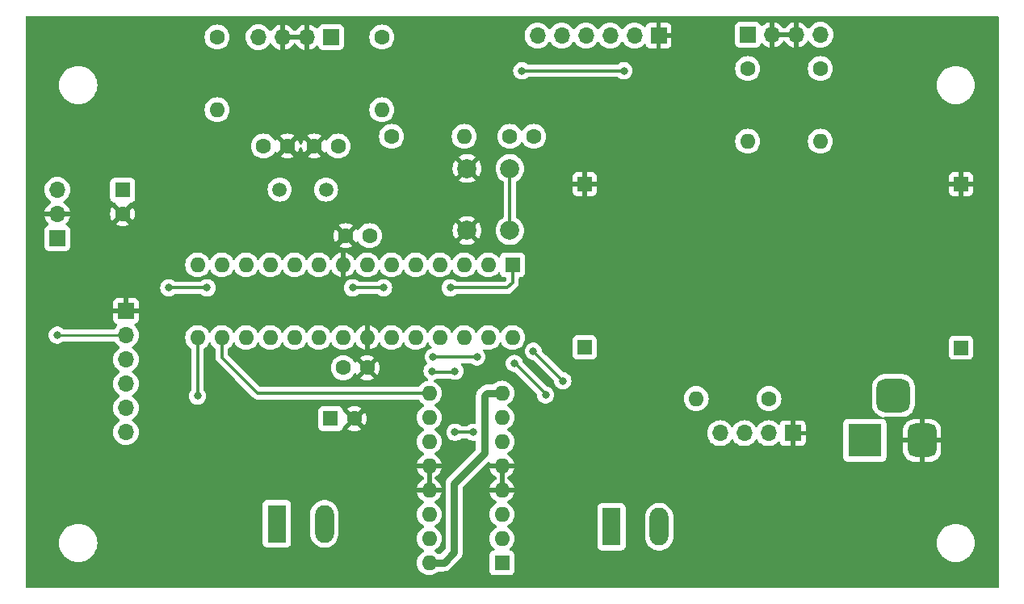
<source format=gbl>
G04 #@! TF.GenerationSoftware,KiCad,Pcbnew,7.0.6-7.0.6~ubuntu22.04.1*
G04 #@! TF.CreationDate,2023-07-29T13:02:34+05:30*
G04 #@! TF.ProjectId,SDC_Schematic,5344435f-5363-4686-956d-617469632e6b,rev?*
G04 #@! TF.SameCoordinates,Original*
G04 #@! TF.FileFunction,Copper,L2,Bot*
G04 #@! TF.FilePolarity,Positive*
%FSLAX46Y46*%
G04 Gerber Fmt 4.6, Leading zero omitted, Abs format (unit mm)*
G04 Created by KiCad (PCBNEW 7.0.6-7.0.6~ubuntu22.04.1) date 2023-07-29 13:02:34*
%MOMM*%
%LPD*%
G01*
G04 APERTURE LIST*
G04 Aperture macros list*
%AMRoundRect*
0 Rectangle with rounded corners*
0 $1 Rounding radius*
0 $2 $3 $4 $5 $6 $7 $8 $9 X,Y pos of 4 corners*
0 Add a 4 corners polygon primitive as box body*
4,1,4,$2,$3,$4,$5,$6,$7,$8,$9,$2,$3,0*
0 Add four circle primitives for the rounded corners*
1,1,$1+$1,$2,$3*
1,1,$1+$1,$4,$5*
1,1,$1+$1,$6,$7*
1,1,$1+$1,$8,$9*
0 Add four rect primitives between the rounded corners*
20,1,$1+$1,$2,$3,$4,$5,0*
20,1,$1+$1,$4,$5,$6,$7,0*
20,1,$1+$1,$6,$7,$8,$9,0*
20,1,$1+$1,$8,$9,$2,$3,0*%
G04 Aperture macros list end*
G04 #@! TA.AperFunction,ComponentPad*
%ADD10C,1.600000*%
G04 #@! TD*
G04 #@! TA.AperFunction,ComponentPad*
%ADD11R,1.600000X1.600000*%
G04 #@! TD*
G04 #@! TA.AperFunction,ComponentPad*
%ADD12O,1.600000X1.600000*%
G04 #@! TD*
G04 #@! TA.AperFunction,ComponentPad*
%ADD13R,1.700000X1.700000*%
G04 #@! TD*
G04 #@! TA.AperFunction,ComponentPad*
%ADD14O,1.700000X1.700000*%
G04 #@! TD*
G04 #@! TA.AperFunction,ComponentPad*
%ADD15R,1.524000X1.524000*%
G04 #@! TD*
G04 #@! TA.AperFunction,ComponentPad*
%ADD16C,1.500000*%
G04 #@! TD*
G04 #@! TA.AperFunction,ComponentPad*
%ADD17C,2.000000*%
G04 #@! TD*
G04 #@! TA.AperFunction,ComponentPad*
%ADD18R,1.980000X3.960000*%
G04 #@! TD*
G04 #@! TA.AperFunction,ComponentPad*
%ADD19O,1.980000X3.960000*%
G04 #@! TD*
G04 #@! TA.AperFunction,ComponentPad*
%ADD20R,3.500000X3.500000*%
G04 #@! TD*
G04 #@! TA.AperFunction,ComponentPad*
%ADD21RoundRect,0.750000X0.750000X1.000000X-0.750000X1.000000X-0.750000X-1.000000X0.750000X-1.000000X0*%
G04 #@! TD*
G04 #@! TA.AperFunction,ComponentPad*
%ADD22RoundRect,0.875000X0.875000X0.875000X-0.875000X0.875000X-0.875000X-0.875000X0.875000X-0.875000X0*%
G04 #@! TD*
G04 #@! TA.AperFunction,ViaPad*
%ADD23C,0.800000*%
G04 #@! TD*
G04 #@! TA.AperFunction,Conductor*
%ADD24C,0.800000*%
G04 #@! TD*
G04 #@! TA.AperFunction,Conductor*
%ADD25C,0.300000*%
G04 #@! TD*
G04 #@! TA.AperFunction,Conductor*
%ADD26C,0.250000*%
G04 #@! TD*
G04 APERTURE END LIST*
D10*
X130282000Y-79629000D03*
X127782000Y-79629000D03*
D11*
X104648000Y-61000000D03*
D10*
X104648000Y-63500000D03*
X177800000Y-48260000D03*
D12*
X177800000Y-55880000D03*
D10*
X121920000Y-56388000D03*
X119420000Y-56388000D03*
D13*
X104984000Y-73685000D03*
D14*
X104984000Y-76225000D03*
X104984000Y-78765000D03*
X104984000Y-81305000D03*
X104984000Y-83845000D03*
X104984000Y-86385000D03*
D15*
X192543300Y-77532100D03*
X192543300Y-60361700D03*
X153071700Y-60361700D03*
X153071700Y-77506700D03*
D11*
X145532000Y-68844000D03*
D12*
X142992000Y-68844000D03*
X140452000Y-68844000D03*
X137912000Y-68844000D03*
X135372000Y-68844000D03*
X132832000Y-68844000D03*
X130292000Y-68844000D03*
X127752000Y-68844000D03*
X125212000Y-68844000D03*
X122672000Y-68844000D03*
X120132000Y-68844000D03*
X117592000Y-68844000D03*
X115052000Y-68844000D03*
X112512000Y-68844000D03*
X112512000Y-76464000D03*
X115052000Y-76464000D03*
X117592000Y-76464000D03*
X120132000Y-76464000D03*
X122672000Y-76464000D03*
X125212000Y-76464000D03*
X127752000Y-76464000D03*
X130292000Y-76464000D03*
X132832000Y-76464000D03*
X135372000Y-76464000D03*
X137912000Y-76464000D03*
X140452000Y-76464000D03*
X142992000Y-76464000D03*
X145532000Y-76464000D03*
D10*
X127234000Y-56388000D03*
X124734000Y-56388000D03*
X170180000Y-48260000D03*
D12*
X170180000Y-55880000D03*
D16*
X121104000Y-60960000D03*
X125984000Y-60960000D03*
D11*
X126452621Y-84963000D03*
D10*
X128952621Y-84963000D03*
D13*
X160840000Y-44800000D03*
D14*
X158300000Y-44800000D03*
X155760000Y-44800000D03*
X153220000Y-44800000D03*
X150680000Y-44800000D03*
X148140000Y-44800000D03*
D10*
X114554000Y-44958000D03*
D12*
X114554000Y-52578000D03*
D17*
X140750000Y-65250000D03*
X140750000Y-58750000D03*
X145250000Y-65250000D03*
X145250000Y-58750000D03*
D10*
X128036000Y-65786000D03*
X130536000Y-65786000D03*
D13*
X174900000Y-86500000D03*
D14*
X172360000Y-86500000D03*
X169820000Y-86500000D03*
X167280000Y-86500000D03*
D10*
X132842000Y-55372000D03*
D12*
X140462000Y-55372000D03*
D18*
X120800000Y-96000000D03*
D19*
X125800000Y-96000000D03*
D18*
X155900000Y-96300000D03*
D19*
X160900000Y-96300000D03*
D20*
X182468000Y-87249000D03*
D21*
X188468000Y-87249000D03*
D22*
X185468000Y-82549000D03*
D10*
X131826000Y-44958000D03*
D12*
X131826000Y-52578000D03*
D13*
X126492000Y-44958000D03*
D14*
X123952000Y-44958000D03*
X121412000Y-44958000D03*
X118872000Y-44958000D03*
D11*
X144420000Y-100080000D03*
D12*
X144420000Y-97540000D03*
X144420000Y-95000000D03*
X144420000Y-92460000D03*
X144420000Y-89920000D03*
X144420000Y-87380000D03*
X144420000Y-84840000D03*
X144420000Y-82300000D03*
X136800000Y-82300000D03*
X136800000Y-84840000D03*
X136800000Y-87380000D03*
X136800000Y-89920000D03*
X136800000Y-92460000D03*
X136800000Y-95000000D03*
X136800000Y-97540000D03*
X136800000Y-100080000D03*
D10*
X147750000Y-55372000D03*
X145250000Y-55372000D03*
D13*
X170180000Y-44704000D03*
D14*
X172720000Y-44704000D03*
X175260000Y-44704000D03*
X177800000Y-44704000D03*
D10*
X172410000Y-82875000D03*
D12*
X164790000Y-82875000D03*
D13*
X97790000Y-66040000D03*
D14*
X97790000Y-63500000D03*
X97790000Y-60960000D03*
D23*
X166750000Y-51750000D03*
X136750000Y-60750000D03*
X185500000Y-51500000D03*
X104750000Y-91750000D03*
X148500000Y-100000000D03*
X114250000Y-80000000D03*
X181000000Y-67250000D03*
X109500000Y-90000000D03*
X141500000Y-61750000D03*
X127000000Y-49250000D03*
X114750000Y-95500000D03*
X165250000Y-71750000D03*
X149250000Y-51750000D03*
X126500000Y-70250000D03*
X153750000Y-84500000D03*
X186500000Y-99500000D03*
X152000000Y-51500000D03*
X144500000Y-51750000D03*
X167000000Y-92750000D03*
X162750000Y-51750000D03*
X187750000Y-56000000D03*
X181000000Y-61750000D03*
X136500000Y-51500000D03*
X169250000Y-67500000D03*
X159000000Y-51750000D03*
X175750000Y-99250000D03*
X130000000Y-98750000D03*
X133500000Y-91500000D03*
X101500000Y-57750000D03*
X108500000Y-46250000D03*
X106250000Y-67000000D03*
X188000000Y-68000000D03*
X186500000Y-94000000D03*
X160250000Y-84500000D03*
X121250000Y-74500000D03*
X160500000Y-62500000D03*
X186250000Y-45500000D03*
X173500000Y-51750000D03*
X137750000Y-46750000D03*
X142500000Y-45250000D03*
X147750000Y-84750000D03*
X147000000Y-91250000D03*
X114000000Y-62750000D03*
X160250000Y-68000000D03*
X148500000Y-61500000D03*
X166750000Y-99250000D03*
X187000000Y-61250000D03*
X166250000Y-61500000D03*
X141500000Y-99000000D03*
X97750000Y-91750000D03*
X148500000Y-68750000D03*
X174250000Y-61500000D03*
X101500000Y-67000000D03*
X119500000Y-49500000D03*
X154000000Y-81250000D03*
X114000000Y-65750000D03*
X175000000Y-74250000D03*
X105750000Y-99250000D03*
X96000000Y-45750000D03*
X121500000Y-86000000D03*
X104000000Y-46000000D03*
X136750000Y-65250000D03*
X148500000Y-64750000D03*
X141250000Y-51750000D03*
X159500000Y-75250000D03*
X160250000Y-81000000D03*
X108000000Y-73500000D03*
X160250000Y-88000000D03*
X175750000Y-92500000D03*
X135000000Y-79000000D03*
X130000000Y-74250000D03*
X133000000Y-84500000D03*
X109250000Y-84500000D03*
X109000000Y-77250000D03*
X109000000Y-51750000D03*
X150500000Y-100750000D03*
X109500000Y-80000000D03*
X97000000Y-79500000D03*
X120000000Y-80000000D03*
X123500000Y-49500000D03*
X131750000Y-59500000D03*
X142000000Y-74250000D03*
X116000000Y-88500000D03*
X132500000Y-99500000D03*
X130250000Y-92500000D03*
X108750000Y-57500000D03*
X153000000Y-88000000D03*
X133250000Y-62750000D03*
X137000000Y-74250000D03*
X170250000Y-74250000D03*
X115250000Y-58250000D03*
X97500000Y-86750000D03*
X139000000Y-88500000D03*
X109500000Y-95750000D03*
X113500000Y-71250000D03*
X139000000Y-71250000D03*
X128750000Y-71250000D03*
X109500000Y-71250000D03*
X132000000Y-71250000D03*
X157200000Y-48500000D03*
X146500000Y-48500000D03*
X97790000Y-76210000D03*
X145714000Y-79186000D03*
X149000000Y-82500000D03*
X150800000Y-81000000D03*
X147700000Y-77900000D03*
X112500000Y-82600000D03*
X141400000Y-86400000D03*
X137100000Y-80000000D03*
X139500000Y-80000000D03*
X139500000Y-86400000D03*
X137200000Y-78500000D03*
X141800000Y-78500000D03*
D24*
X144420000Y-82300000D02*
X142850000Y-82300000D01*
X142850000Y-82300000D02*
X142600000Y-82550000D01*
X142600000Y-82550000D02*
X142600000Y-88600000D01*
X142600000Y-88600000D02*
X139400000Y-91800000D01*
X139400000Y-91800000D02*
X139400000Y-99000000D01*
X138320000Y-100080000D02*
X136800000Y-100080000D01*
X139400000Y-99000000D02*
X138320000Y-100080000D01*
D25*
X131750000Y-71250000D02*
X132000000Y-71500000D01*
X145250000Y-58750000D02*
X145250000Y-65250000D01*
X128750000Y-71250000D02*
X131750000Y-71250000D01*
X145000000Y-71250000D02*
X145532000Y-70718000D01*
X139000000Y-71250000D02*
X145000000Y-71250000D01*
X145532000Y-70718000D02*
X145532000Y-68844000D01*
X109750000Y-71250000D02*
X109500000Y-71500000D01*
X113500000Y-71250000D02*
X109750000Y-71250000D01*
X157200000Y-48500000D02*
X149000000Y-48500000D01*
X149000000Y-48500000D02*
X146500000Y-48500000D01*
D26*
X97805000Y-76225000D02*
X104984000Y-76225000D01*
X97790000Y-76210000D02*
X97805000Y-76225000D01*
D25*
X145714000Y-79186000D02*
X145786000Y-79186000D01*
X149000000Y-82400000D02*
X149000000Y-82500000D01*
X145786000Y-79186000D02*
X149000000Y-82400000D01*
X150800000Y-81000000D02*
X147700000Y-77900000D01*
X112500000Y-82600000D02*
X112512000Y-82588000D01*
X112512000Y-82588000D02*
X112512000Y-76464000D01*
X118800000Y-82300000D02*
X115052000Y-78552000D01*
X115052000Y-78552000D02*
X115052000Y-76464000D01*
X136800000Y-82300000D02*
X118800000Y-82300000D01*
X137200000Y-80100000D02*
X137100000Y-80000000D01*
X141400000Y-86400000D02*
X139500000Y-86400000D01*
X139500000Y-80100000D02*
X137200000Y-80100000D01*
X137400000Y-78500000D02*
X141800000Y-78500000D01*
G04 #@! TA.AperFunction,Conductor*
G36*
X137050000Y-92144314D02*
G01*
X137038045Y-92132359D01*
X136925148Y-92074835D01*
X136831481Y-92060000D01*
X136768519Y-92060000D01*
X136674852Y-92074835D01*
X136561955Y-92132359D01*
X136550000Y-92144314D01*
X136550000Y-90235686D01*
X136561955Y-90247641D01*
X136674852Y-90305165D01*
X136768519Y-90320000D01*
X136831481Y-90320000D01*
X136925148Y-90305165D01*
X137038045Y-90247641D01*
X137050000Y-90235686D01*
X137050000Y-92144314D01*
G37*
G04 #@! TD.AperFunction*
G04 #@! TA.AperFunction,Conductor*
G36*
X144670000Y-92144314D02*
G01*
X144658045Y-92132359D01*
X144545148Y-92074835D01*
X144451481Y-92060000D01*
X144388519Y-92060000D01*
X144294852Y-92074835D01*
X144181955Y-92132359D01*
X144170000Y-92144314D01*
X144170000Y-90235686D01*
X144181955Y-90247641D01*
X144294852Y-90305165D01*
X144388519Y-90320000D01*
X144451481Y-90320000D01*
X144545148Y-90305165D01*
X144658045Y-90247641D01*
X144670000Y-90235686D01*
X144670000Y-92144314D01*
G37*
G04 #@! TD.AperFunction*
G04 #@! TA.AperFunction,Conductor*
G36*
X130053955Y-76791641D02*
G01*
X130166852Y-76849165D01*
X130260519Y-76864000D01*
X130323481Y-76864000D01*
X130417148Y-76849165D01*
X130530045Y-76791641D01*
X130541999Y-76779686D01*
X130541999Y-77742871D01*
X130542000Y-77742872D01*
X130738317Y-77690269D01*
X130738326Y-77690265D01*
X130944482Y-77594134D01*
X131130820Y-77463657D01*
X131291657Y-77302820D01*
X131422132Y-77116484D01*
X131449341Y-77058134D01*
X131495513Y-77005695D01*
X131562707Y-76986542D01*
X131629588Y-77006757D01*
X131674105Y-77058132D01*
X131680172Y-77071142D01*
X131701431Y-77116732D01*
X131701432Y-77116734D01*
X131831954Y-77303141D01*
X131992858Y-77464045D01*
X131992861Y-77464047D01*
X132179266Y-77594568D01*
X132385504Y-77690739D01*
X132605308Y-77749635D01*
X132767230Y-77763801D01*
X132831998Y-77769468D01*
X132832000Y-77769468D01*
X132832002Y-77769468D01*
X132888673Y-77764509D01*
X133058692Y-77749635D01*
X133278496Y-77690739D01*
X133484734Y-77594568D01*
X133671139Y-77464047D01*
X133832047Y-77303139D01*
X133962568Y-77116734D01*
X133989619Y-77058721D01*
X134035788Y-77006286D01*
X134102981Y-76987133D01*
X134169862Y-77007348D01*
X134214380Y-77058722D01*
X134241432Y-77116734D01*
X134297316Y-77196546D01*
X134371954Y-77303141D01*
X134532858Y-77464045D01*
X134532861Y-77464047D01*
X134719266Y-77594568D01*
X134925504Y-77690739D01*
X135145308Y-77749635D01*
X135307230Y-77763801D01*
X135371998Y-77769468D01*
X135372000Y-77769468D01*
X135372002Y-77769468D01*
X135428673Y-77764509D01*
X135598692Y-77749635D01*
X135818496Y-77690739D01*
X136024734Y-77594568D01*
X136211139Y-77464047D01*
X136372047Y-77303139D01*
X136502568Y-77116734D01*
X136529618Y-77058724D01*
X136575790Y-77006285D01*
X136642983Y-76987133D01*
X136709865Y-77007348D01*
X136754382Y-77058725D01*
X136781429Y-77116728D01*
X136781432Y-77116734D01*
X136911954Y-77303141D01*
X137028776Y-77419963D01*
X137062261Y-77481286D01*
X137057277Y-77550978D01*
X137015405Y-77606911D01*
X136966876Y-77628934D01*
X136920197Y-77638855D01*
X136920192Y-77638857D01*
X136747270Y-77715848D01*
X136747265Y-77715851D01*
X136594129Y-77827111D01*
X136467466Y-77967785D01*
X136372821Y-78131715D01*
X136372818Y-78131722D01*
X136340499Y-78231191D01*
X136314326Y-78311744D01*
X136294540Y-78500000D01*
X136314326Y-78688256D01*
X136314327Y-78688259D01*
X136372818Y-78868277D01*
X136372821Y-78868284D01*
X136467467Y-79032216D01*
X136495696Y-79063567D01*
X136546378Y-79119856D01*
X136576608Y-79182848D01*
X136567983Y-79252183D01*
X136527116Y-79303144D01*
X136494130Y-79327110D01*
X136494129Y-79327111D01*
X136367466Y-79467785D01*
X136272821Y-79631715D01*
X136272818Y-79631722D01*
X136244715Y-79718216D01*
X136214326Y-79811744D01*
X136194540Y-80000000D01*
X136214326Y-80188256D01*
X136214327Y-80188259D01*
X136272818Y-80368277D01*
X136272821Y-80368284D01*
X136367467Y-80532216D01*
X136457063Y-80631722D01*
X136494129Y-80672888D01*
X136652527Y-80787971D01*
X136651037Y-80790020D01*
X136691422Y-80832354D01*
X136704660Y-80900958D01*
X136678707Y-80965828D01*
X136621802Y-81006370D01*
X136592029Y-81012727D01*
X136573311Y-81014364D01*
X136573302Y-81014366D01*
X136353511Y-81073258D01*
X136353502Y-81073261D01*
X136147267Y-81169431D01*
X136147265Y-81169432D01*
X135960858Y-81299954D01*
X135799954Y-81460858D01*
X135704892Y-81596623D01*
X135650315Y-81640248D01*
X135603317Y-81649500D01*
X119120808Y-81649500D01*
X119053769Y-81629815D01*
X119033127Y-81613181D01*
X117048948Y-79629001D01*
X126476532Y-79629001D01*
X126496364Y-79855686D01*
X126496366Y-79855697D01*
X126555258Y-80075488D01*
X126555261Y-80075497D01*
X126651431Y-80281732D01*
X126651432Y-80281734D01*
X126781954Y-80468141D01*
X126942858Y-80629045D01*
X126942861Y-80629047D01*
X127129266Y-80759568D01*
X127335504Y-80855739D01*
X127555308Y-80914635D01*
X127717230Y-80928801D01*
X127781998Y-80934468D01*
X127782000Y-80934468D01*
X127782002Y-80934468D01*
X127838673Y-80929509D01*
X128008692Y-80914635D01*
X128228496Y-80855739D01*
X128434734Y-80759568D01*
X128621139Y-80629047D01*
X128782047Y-80468139D01*
X128912568Y-80281734D01*
X128919893Y-80266023D01*
X128966062Y-80213586D01*
X129033254Y-80194432D01*
X129100136Y-80214645D01*
X129144657Y-80266023D01*
X129151865Y-80281481D01*
X129151866Y-80281483D01*
X129202973Y-80354471D01*
X129202974Y-80354472D01*
X129884046Y-79673399D01*
X129896835Y-79754148D01*
X129954359Y-79867045D01*
X130043955Y-79956641D01*
X130156852Y-80014165D01*
X130237599Y-80026953D01*
X129556526Y-80708025D01*
X129556526Y-80708026D01*
X129629512Y-80759131D01*
X129629516Y-80759133D01*
X129835673Y-80855265D01*
X129835682Y-80855269D01*
X130055389Y-80914139D01*
X130055400Y-80914141D01*
X130281998Y-80933966D01*
X130282002Y-80933966D01*
X130508599Y-80914141D01*
X130508610Y-80914139D01*
X130728317Y-80855269D01*
X130728331Y-80855264D01*
X130934478Y-80759136D01*
X131007472Y-80708025D01*
X130326401Y-80026953D01*
X130407148Y-80014165D01*
X130520045Y-79956641D01*
X130609641Y-79867045D01*
X130667165Y-79754148D01*
X130679953Y-79673400D01*
X131361025Y-80354472D01*
X131412136Y-80281478D01*
X131508264Y-80075331D01*
X131508269Y-80075317D01*
X131567139Y-79855610D01*
X131567141Y-79855599D01*
X131586966Y-79629002D01*
X131586966Y-79628997D01*
X131567141Y-79402400D01*
X131567139Y-79402389D01*
X131508269Y-79182682D01*
X131508265Y-79182673D01*
X131412133Y-78976516D01*
X131412131Y-78976512D01*
X131361026Y-78903526D01*
X131361025Y-78903526D01*
X130679953Y-79584598D01*
X130667165Y-79503852D01*
X130609641Y-79390955D01*
X130520045Y-79301359D01*
X130407148Y-79243835D01*
X130326400Y-79231046D01*
X131007472Y-78549974D01*
X131007471Y-78549973D01*
X130934483Y-78498866D01*
X130934481Y-78498865D01*
X130728326Y-78402734D01*
X130728317Y-78402730D01*
X130508610Y-78343860D01*
X130508599Y-78343858D01*
X130282002Y-78324034D01*
X130281998Y-78324034D01*
X130055400Y-78343858D01*
X130055389Y-78343860D01*
X129835682Y-78402730D01*
X129835673Y-78402734D01*
X129629513Y-78498868D01*
X129556527Y-78549972D01*
X129556526Y-78549973D01*
X130237600Y-79231046D01*
X130156852Y-79243835D01*
X130043955Y-79301359D01*
X129954359Y-79390955D01*
X129896835Y-79503852D01*
X129884046Y-79584599D01*
X129202973Y-78903526D01*
X129202972Y-78903527D01*
X129151868Y-78976512D01*
X129144656Y-78991979D01*
X129098482Y-79044417D01*
X129031288Y-79063567D01*
X128964407Y-79043350D01*
X128919893Y-78991976D01*
X128912568Y-78976266D01*
X128797825Y-78812395D01*
X128782045Y-78789858D01*
X128621141Y-78628954D01*
X128434734Y-78498432D01*
X128434732Y-78498431D01*
X128228497Y-78402261D01*
X128228488Y-78402258D01*
X128008697Y-78343366D01*
X128008693Y-78343365D01*
X128008692Y-78343365D01*
X128008691Y-78343364D01*
X128008686Y-78343364D01*
X127782002Y-78323532D01*
X127781998Y-78323532D01*
X127555313Y-78343364D01*
X127555302Y-78343366D01*
X127335511Y-78402258D01*
X127335502Y-78402261D01*
X127129267Y-78498431D01*
X127129265Y-78498432D01*
X126942858Y-78628954D01*
X126781954Y-78789858D01*
X126651432Y-78976265D01*
X126651431Y-78976267D01*
X126555261Y-79182502D01*
X126555258Y-79182511D01*
X126496366Y-79402302D01*
X126496364Y-79402313D01*
X126476532Y-79628998D01*
X126476532Y-79629001D01*
X117048948Y-79629001D01*
X115738819Y-78318872D01*
X115705334Y-78257549D01*
X115702500Y-78231191D01*
X115702500Y-77660682D01*
X115722185Y-77593643D01*
X115755371Y-77559111D01*
X115891139Y-77464047D01*
X116052047Y-77303139D01*
X116182568Y-77116734D01*
X116209618Y-77058724D01*
X116255790Y-77006285D01*
X116322983Y-76987133D01*
X116389865Y-77007348D01*
X116434382Y-77058725D01*
X116461429Y-77116728D01*
X116461432Y-77116734D01*
X116591954Y-77303141D01*
X116752858Y-77464045D01*
X116752861Y-77464047D01*
X116939266Y-77594568D01*
X117145504Y-77690739D01*
X117365308Y-77749635D01*
X117527230Y-77763801D01*
X117591998Y-77769468D01*
X117592000Y-77769468D01*
X117592002Y-77769468D01*
X117648672Y-77764509D01*
X117818692Y-77749635D01*
X118038496Y-77690739D01*
X118244734Y-77594568D01*
X118431139Y-77464047D01*
X118592047Y-77303139D01*
X118722568Y-77116734D01*
X118749618Y-77058724D01*
X118795790Y-77006285D01*
X118862983Y-76987133D01*
X118929865Y-77007348D01*
X118974382Y-77058725D01*
X119001429Y-77116728D01*
X119001432Y-77116734D01*
X119131954Y-77303141D01*
X119292858Y-77464045D01*
X119292861Y-77464047D01*
X119479266Y-77594568D01*
X119685504Y-77690739D01*
X119905308Y-77749635D01*
X120067230Y-77763801D01*
X120131998Y-77769468D01*
X120132000Y-77769468D01*
X120132002Y-77769468D01*
X120188673Y-77764509D01*
X120358692Y-77749635D01*
X120578496Y-77690739D01*
X120784734Y-77594568D01*
X120971139Y-77464047D01*
X121132047Y-77303139D01*
X121262568Y-77116734D01*
X121289618Y-77058724D01*
X121335790Y-77006285D01*
X121402983Y-76987133D01*
X121469865Y-77007348D01*
X121514382Y-77058725D01*
X121541429Y-77116728D01*
X121541432Y-77116734D01*
X121671954Y-77303141D01*
X121832858Y-77464045D01*
X121832861Y-77464047D01*
X122019266Y-77594568D01*
X122225504Y-77690739D01*
X122445308Y-77749635D01*
X122607230Y-77763801D01*
X122671998Y-77769468D01*
X122672000Y-77769468D01*
X122672002Y-77769468D01*
X122728673Y-77764509D01*
X122898692Y-77749635D01*
X123118496Y-77690739D01*
X123324734Y-77594568D01*
X123511139Y-77464047D01*
X123672047Y-77303139D01*
X123802568Y-77116734D01*
X123829618Y-77058724D01*
X123875790Y-77006285D01*
X123942983Y-76987133D01*
X124009865Y-77007348D01*
X124054382Y-77058725D01*
X124081429Y-77116728D01*
X124081432Y-77116734D01*
X124211954Y-77303141D01*
X124372858Y-77464045D01*
X124372861Y-77464047D01*
X124559266Y-77594568D01*
X124765504Y-77690739D01*
X124985308Y-77749635D01*
X125147230Y-77763801D01*
X125211998Y-77769468D01*
X125212000Y-77769468D01*
X125212002Y-77769468D01*
X125268673Y-77764509D01*
X125438692Y-77749635D01*
X125658496Y-77690739D01*
X125864734Y-77594568D01*
X126051139Y-77464047D01*
X126212047Y-77303139D01*
X126342568Y-77116734D01*
X126369618Y-77058724D01*
X126415790Y-77006285D01*
X126482983Y-76987133D01*
X126549865Y-77007348D01*
X126594382Y-77058725D01*
X126621429Y-77116728D01*
X126621432Y-77116734D01*
X126751954Y-77303141D01*
X126912858Y-77464045D01*
X126912861Y-77464047D01*
X127099266Y-77594568D01*
X127305504Y-77690739D01*
X127525308Y-77749635D01*
X127687230Y-77763801D01*
X127751998Y-77769468D01*
X127752000Y-77769468D01*
X127752002Y-77769468D01*
X127808672Y-77764509D01*
X127978692Y-77749635D01*
X128198496Y-77690739D01*
X128404734Y-77594568D01*
X128591139Y-77464047D01*
X128752047Y-77303139D01*
X128882568Y-77116734D01*
X128909895Y-77058129D01*
X128956064Y-77005695D01*
X129023257Y-76986542D01*
X129090139Y-77006757D01*
X129134657Y-77058133D01*
X129161865Y-77116482D01*
X129292342Y-77302820D01*
X129453179Y-77463657D01*
X129639517Y-77594134D01*
X129845673Y-77690265D01*
X129845682Y-77690269D01*
X130041999Y-77742872D01*
X130041999Y-77742871D01*
X130041999Y-76779685D01*
X130053955Y-76791641D01*
G37*
G04 #@! TD.AperFunction*
G04 #@! TA.AperFunction,Conductor*
G36*
X123492507Y-44748156D02*
G01*
X123452000Y-44886111D01*
X123452000Y-45029889D01*
X123492507Y-45167844D01*
X123518314Y-45208000D01*
X121845686Y-45208000D01*
X121871493Y-45167844D01*
X121912000Y-45029889D01*
X121912000Y-44886111D01*
X121871493Y-44748156D01*
X121845686Y-44708000D01*
X123518314Y-44708000D01*
X123492507Y-44748156D01*
G37*
G04 #@! TD.AperFunction*
G04 #@! TA.AperFunction,Conductor*
G36*
X174800507Y-44494156D02*
G01*
X174760000Y-44632111D01*
X174760000Y-44775889D01*
X174800507Y-44913844D01*
X174826314Y-44954000D01*
X173153686Y-44954000D01*
X173179493Y-44913844D01*
X173220000Y-44775889D01*
X173220000Y-44632111D01*
X173179493Y-44494156D01*
X173153686Y-44454000D01*
X174826314Y-44454000D01*
X174800507Y-44494156D01*
G37*
G04 #@! TD.AperFunction*
G04 #@! TA.AperFunction,Conductor*
G36*
X196442539Y-42771185D02*
G01*
X196488294Y-42823989D01*
X196499500Y-42875500D01*
X196499500Y-102626500D01*
X196479815Y-102693539D01*
X196427011Y-102739294D01*
X196375500Y-102750500D01*
X94624500Y-102750500D01*
X94557461Y-102730815D01*
X94511706Y-102678011D01*
X94500500Y-102626500D01*
X94500500Y-98000001D01*
X97994390Y-98000001D01*
X98014804Y-98285433D01*
X98075628Y-98565037D01*
X98075630Y-98565043D01*
X98075631Y-98565046D01*
X98175633Y-98833161D01*
X98175635Y-98833166D01*
X98312770Y-99084309D01*
X98312775Y-99084317D01*
X98484254Y-99313387D01*
X98484270Y-99313405D01*
X98686594Y-99515729D01*
X98686612Y-99515745D01*
X98915682Y-99687224D01*
X98915690Y-99687229D01*
X99166833Y-99824364D01*
X99166832Y-99824364D01*
X99166836Y-99824365D01*
X99166839Y-99824367D01*
X99434954Y-99924369D01*
X99434960Y-99924370D01*
X99434962Y-99924371D01*
X99714566Y-99985195D01*
X99714568Y-99985195D01*
X99714572Y-99985196D01*
X99928552Y-100000500D01*
X100071448Y-100000500D01*
X100285428Y-99985196D01*
X100565046Y-99924369D01*
X100833161Y-99824367D01*
X101084315Y-99687226D01*
X101313395Y-99515739D01*
X101515739Y-99313395D01*
X101687226Y-99084315D01*
X101824367Y-98833161D01*
X101924369Y-98565046D01*
X101926060Y-98557272D01*
X101985195Y-98285433D01*
X101985195Y-98285432D01*
X101985196Y-98285428D01*
X102003617Y-98027870D01*
X119309500Y-98027870D01*
X119309501Y-98027876D01*
X119315908Y-98087483D01*
X119366202Y-98222328D01*
X119366206Y-98222335D01*
X119452452Y-98337544D01*
X119452455Y-98337547D01*
X119567664Y-98423793D01*
X119567671Y-98423797D01*
X119702517Y-98474091D01*
X119702516Y-98474091D01*
X119709444Y-98474835D01*
X119762127Y-98480500D01*
X121837872Y-98480499D01*
X121897483Y-98474091D01*
X122032331Y-98423796D01*
X122147546Y-98337546D01*
X122233796Y-98222331D01*
X122284091Y-98087483D01*
X122290500Y-98027873D01*
X122290500Y-97051643D01*
X124309500Y-97051643D01*
X124324789Y-97236165D01*
X124324789Y-97236168D01*
X124324790Y-97236169D01*
X124385428Y-97475623D01*
X124484652Y-97701831D01*
X124619755Y-97908621D01*
X124787052Y-98090355D01*
X124787055Y-98090357D01*
X124787058Y-98090360D01*
X124981971Y-98242067D01*
X124981977Y-98242071D01*
X124981980Y-98242073D01*
X125199221Y-98359638D01*
X125288711Y-98390360D01*
X125432846Y-98439842D01*
X125432848Y-98439842D01*
X125432850Y-98439843D01*
X125676494Y-98480500D01*
X125676495Y-98480500D01*
X125923505Y-98480500D01*
X125923506Y-98480500D01*
X126167150Y-98439843D01*
X126400779Y-98359638D01*
X126618020Y-98242073D01*
X126643380Y-98222335D01*
X126683476Y-98191126D01*
X126812948Y-98090355D01*
X126980245Y-97908621D01*
X127115348Y-97701831D01*
X127214572Y-97475623D01*
X127275210Y-97236169D01*
X127290500Y-97051645D01*
X127290500Y-94948355D01*
X127275210Y-94763831D01*
X127214572Y-94524377D01*
X127115348Y-94298169D01*
X126980245Y-94091379D01*
X126812948Y-93909645D01*
X126812943Y-93909641D01*
X126812941Y-93909639D01*
X126618028Y-93757932D01*
X126618022Y-93757928D01*
X126400780Y-93640362D01*
X126400771Y-93640359D01*
X126167153Y-93560157D01*
X125961907Y-93525908D01*
X125923506Y-93519500D01*
X125676494Y-93519500D01*
X125638093Y-93525908D01*
X125432846Y-93560157D01*
X125199228Y-93640359D01*
X125199219Y-93640362D01*
X124981977Y-93757928D01*
X124981971Y-93757932D01*
X124787058Y-93909639D01*
X124787055Y-93909642D01*
X124619752Y-94091382D01*
X124484650Y-94298172D01*
X124385428Y-94524376D01*
X124324789Y-94763834D01*
X124309500Y-94948357D01*
X124309500Y-97051643D01*
X122290500Y-97051643D01*
X122290499Y-93972128D01*
X122284091Y-93912517D01*
X122270546Y-93876202D01*
X122233797Y-93777671D01*
X122233793Y-93777664D01*
X122147547Y-93662455D01*
X122147544Y-93662452D01*
X122032335Y-93576206D01*
X122032328Y-93576202D01*
X121897482Y-93525908D01*
X121897483Y-93525908D01*
X121837883Y-93519501D01*
X121837881Y-93519500D01*
X121837873Y-93519500D01*
X121837864Y-93519500D01*
X119762129Y-93519500D01*
X119762123Y-93519501D01*
X119702516Y-93525908D01*
X119567671Y-93576202D01*
X119567664Y-93576206D01*
X119452455Y-93662452D01*
X119452452Y-93662455D01*
X119366206Y-93777664D01*
X119366202Y-93777671D01*
X119315908Y-93912517D01*
X119312915Y-93940362D01*
X119309501Y-93972123D01*
X119309500Y-93972135D01*
X119309500Y-98027870D01*
X102003617Y-98027870D01*
X102005610Y-98000000D01*
X101985196Y-97714572D01*
X101982424Y-97701831D01*
X101924371Y-97434962D01*
X101924370Y-97434960D01*
X101924369Y-97434954D01*
X101824367Y-97166839D01*
X101687226Y-96915685D01*
X101665951Y-96887265D01*
X101515745Y-96686612D01*
X101515729Y-96686594D01*
X101313405Y-96484270D01*
X101313387Y-96484254D01*
X101084317Y-96312775D01*
X101084309Y-96312770D01*
X100833166Y-96175635D01*
X100833167Y-96175635D01*
X100712335Y-96130567D01*
X100565046Y-96075631D01*
X100565043Y-96075630D01*
X100565037Y-96075628D01*
X100285433Y-96014804D01*
X100071448Y-95999500D01*
X99928552Y-95999500D01*
X99714566Y-96014804D01*
X99434962Y-96075628D01*
X99166833Y-96175635D01*
X98915690Y-96312770D01*
X98915682Y-96312775D01*
X98686612Y-96484254D01*
X98686594Y-96484270D01*
X98484270Y-96686594D01*
X98484254Y-96686612D01*
X98312775Y-96915682D01*
X98312770Y-96915690D01*
X98175635Y-97166833D01*
X98075628Y-97434962D01*
X98014804Y-97714566D01*
X97994390Y-97999998D01*
X97994390Y-98000001D01*
X94500500Y-98000001D01*
X94500500Y-76210000D01*
X96884540Y-76210000D01*
X96904326Y-76398256D01*
X96904327Y-76398259D01*
X96962818Y-76578277D01*
X96962821Y-76578284D01*
X97057467Y-76742216D01*
X97101970Y-76791641D01*
X97184129Y-76882888D01*
X97337265Y-76994148D01*
X97337270Y-76994151D01*
X97510192Y-77071142D01*
X97510197Y-77071144D01*
X97695354Y-77110500D01*
X97695355Y-77110500D01*
X97884644Y-77110500D01*
X97884646Y-77110500D01*
X98069803Y-77071144D01*
X98242730Y-76994151D01*
X98395871Y-76882888D01*
X98395877Y-76882881D01*
X98396464Y-76882353D01*
X98396887Y-76882149D01*
X98401129Y-76879068D01*
X98401692Y-76879843D01*
X98459454Y-76852121D01*
X98479440Y-76850500D01*
X103708773Y-76850500D01*
X103775812Y-76870185D01*
X103810348Y-76903377D01*
X103945501Y-77096396D01*
X103945506Y-77096402D01*
X104112597Y-77263493D01*
X104112603Y-77263498D01*
X104298158Y-77393425D01*
X104341783Y-77448002D01*
X104348977Y-77517500D01*
X104317454Y-77579855D01*
X104298158Y-77596575D01*
X104112597Y-77726505D01*
X103945505Y-77893597D01*
X103809965Y-78087169D01*
X103809964Y-78087171D01*
X103710098Y-78301335D01*
X103710094Y-78301344D01*
X103648938Y-78529586D01*
X103648936Y-78529596D01*
X103628341Y-78764999D01*
X103628341Y-78765000D01*
X103648936Y-79000403D01*
X103648938Y-79000413D01*
X103710094Y-79228655D01*
X103710096Y-79228659D01*
X103710097Y-79228663D01*
X103791069Y-79402308D01*
X103809965Y-79442830D01*
X103809967Y-79442834D01*
X103852693Y-79503852D01*
X103940323Y-79629001D01*
X103945501Y-79636395D01*
X103945506Y-79636402D01*
X104112597Y-79803493D01*
X104112603Y-79803498D01*
X104298158Y-79933425D01*
X104341783Y-79988002D01*
X104348977Y-80057500D01*
X104317454Y-80119855D01*
X104298158Y-80136575D01*
X104112597Y-80266505D01*
X103945505Y-80433597D01*
X103809965Y-80627169D01*
X103809964Y-80627171D01*
X103710098Y-80841335D01*
X103710094Y-80841344D01*
X103648938Y-81069586D01*
X103648936Y-81069596D01*
X103628341Y-81304999D01*
X103628341Y-81305000D01*
X103648936Y-81540403D01*
X103648938Y-81540413D01*
X103710094Y-81768655D01*
X103710096Y-81768659D01*
X103710097Y-81768663D01*
X103785827Y-81931065D01*
X103809965Y-81982830D01*
X103809967Y-81982834D01*
X103945501Y-82176395D01*
X103945506Y-82176402D01*
X104112597Y-82343493D01*
X104112603Y-82343498D01*
X104298158Y-82473425D01*
X104341783Y-82528002D01*
X104348977Y-82597500D01*
X104317454Y-82659855D01*
X104298158Y-82676575D01*
X104112597Y-82806505D01*
X103945505Y-82973597D01*
X103809965Y-83167169D01*
X103809964Y-83167171D01*
X103710098Y-83381335D01*
X103710094Y-83381344D01*
X103648938Y-83609586D01*
X103648936Y-83609596D01*
X103628341Y-83844999D01*
X103628341Y-83845000D01*
X103648936Y-84080403D01*
X103648938Y-84080413D01*
X103710094Y-84308655D01*
X103710096Y-84308659D01*
X103710097Y-84308663D01*
X103752755Y-84400143D01*
X103809965Y-84522830D01*
X103809967Y-84522834D01*
X103945501Y-84716395D01*
X103945506Y-84716402D01*
X104112597Y-84883493D01*
X104112603Y-84883498D01*
X104298158Y-85013425D01*
X104341783Y-85068002D01*
X104348977Y-85137500D01*
X104317454Y-85199855D01*
X104298158Y-85216575D01*
X104112597Y-85346505D01*
X103945505Y-85513597D01*
X103809965Y-85707169D01*
X103809964Y-85707171D01*
X103710098Y-85921335D01*
X103710094Y-85921344D01*
X103648938Y-86149586D01*
X103648936Y-86149596D01*
X103628341Y-86384999D01*
X103628341Y-86385000D01*
X103648936Y-86620403D01*
X103648938Y-86620413D01*
X103710094Y-86848655D01*
X103710096Y-86848659D01*
X103710097Y-86848663D01*
X103780667Y-87000000D01*
X103809965Y-87062830D01*
X103809967Y-87062834D01*
X103860515Y-87135023D01*
X103945505Y-87256401D01*
X104112599Y-87423495D01*
X104165488Y-87460528D01*
X104306165Y-87559032D01*
X104306167Y-87559033D01*
X104306170Y-87559035D01*
X104520337Y-87658903D01*
X104748592Y-87720063D01*
X104936918Y-87736539D01*
X104983999Y-87740659D01*
X104984000Y-87740659D01*
X104984001Y-87740659D01*
X105023234Y-87737226D01*
X105219408Y-87720063D01*
X105447663Y-87658903D01*
X105661830Y-87559035D01*
X105855401Y-87423495D01*
X106022495Y-87256401D01*
X106158035Y-87062830D01*
X106257903Y-86848663D01*
X106319063Y-86620408D01*
X106339659Y-86385000D01*
X106339217Y-86379953D01*
X106331361Y-86290156D01*
X106319063Y-86149592D01*
X106257903Y-85921337D01*
X106206391Y-85810870D01*
X125152121Y-85810870D01*
X125152122Y-85810876D01*
X125158529Y-85870483D01*
X125208823Y-86005328D01*
X125208827Y-86005335D01*
X125295073Y-86120544D01*
X125295076Y-86120547D01*
X125410285Y-86206793D01*
X125410292Y-86206797D01*
X125545138Y-86257091D01*
X125545137Y-86257091D01*
X125552065Y-86257835D01*
X125604748Y-86263500D01*
X127300493Y-86263499D01*
X127360104Y-86257091D01*
X127494952Y-86206796D01*
X127610167Y-86120546D01*
X127696417Y-86005331D01*
X127746712Y-85870483D01*
X127753121Y-85810873D01*
X127753120Y-85810845D01*
X127753299Y-85807547D01*
X127754804Y-85807627D01*
X127772733Y-85746326D01*
X127825489Y-85700514D01*
X127869085Y-85692981D01*
X128554667Y-85007399D01*
X128567456Y-85088148D01*
X128624980Y-85201045D01*
X128714576Y-85290641D01*
X128827473Y-85348165D01*
X128908220Y-85360953D01*
X128227147Y-86042025D01*
X128227147Y-86042026D01*
X128300133Y-86093131D01*
X128300137Y-86093133D01*
X128506294Y-86189265D01*
X128506303Y-86189269D01*
X128726010Y-86248139D01*
X128726021Y-86248141D01*
X128952619Y-86267966D01*
X128952623Y-86267966D01*
X129179220Y-86248141D01*
X129179231Y-86248139D01*
X129398938Y-86189269D01*
X129398952Y-86189264D01*
X129605099Y-86093136D01*
X129678093Y-86042025D01*
X128997022Y-85360953D01*
X129077769Y-85348165D01*
X129190666Y-85290641D01*
X129280262Y-85201045D01*
X129337786Y-85088148D01*
X129350574Y-85007400D01*
X130031646Y-85688472D01*
X130082757Y-85615478D01*
X130178885Y-85409331D01*
X130178890Y-85409317D01*
X130237760Y-85189610D01*
X130237762Y-85189599D01*
X130257587Y-84963002D01*
X130257587Y-84962997D01*
X130237762Y-84736400D01*
X130237760Y-84736389D01*
X130178890Y-84516682D01*
X130178886Y-84516673D01*
X130082754Y-84310516D01*
X130082752Y-84310512D01*
X130031647Y-84237526D01*
X130031646Y-84237526D01*
X129350574Y-84918598D01*
X129337786Y-84837852D01*
X129280262Y-84724955D01*
X129190666Y-84635359D01*
X129077769Y-84577835D01*
X128997021Y-84565046D01*
X129678093Y-83883974D01*
X129678092Y-83883973D01*
X129605104Y-83832866D01*
X129605102Y-83832865D01*
X129398947Y-83736734D01*
X129398938Y-83736730D01*
X129179231Y-83677860D01*
X129179220Y-83677858D01*
X128952623Y-83658034D01*
X128952619Y-83658034D01*
X128726021Y-83677858D01*
X128726010Y-83677860D01*
X128506303Y-83736730D01*
X128506294Y-83736734D01*
X128300134Y-83832868D01*
X128227148Y-83883972D01*
X128227147Y-83883973D01*
X128908221Y-84565046D01*
X128827473Y-84577835D01*
X128714576Y-84635359D01*
X128624980Y-84724955D01*
X128567456Y-84837852D01*
X128554667Y-84918599D01*
X127868419Y-84232351D01*
X127819426Y-84222505D01*
X127769244Y-84173889D01*
X127754602Y-84118366D01*
X127753521Y-84118423D01*
X127753475Y-84118429D01*
X127753474Y-84118426D01*
X127753297Y-84118436D01*
X127753120Y-84115135D01*
X127753120Y-84115128D01*
X127746712Y-84055517D01*
X127728082Y-84005568D01*
X127696418Y-83920671D01*
X127696414Y-83920664D01*
X127610168Y-83805455D01*
X127610165Y-83805452D01*
X127494956Y-83719206D01*
X127494949Y-83719202D01*
X127360103Y-83668908D01*
X127360104Y-83668908D01*
X127300504Y-83662501D01*
X127300502Y-83662500D01*
X127300494Y-83662500D01*
X127300485Y-83662500D01*
X125604750Y-83662500D01*
X125604744Y-83662501D01*
X125545137Y-83668908D01*
X125410292Y-83719202D01*
X125410285Y-83719206D01*
X125295076Y-83805452D01*
X125295073Y-83805455D01*
X125208827Y-83920664D01*
X125208823Y-83920671D01*
X125158529Y-84055517D01*
X125153560Y-84101739D01*
X125152122Y-84115123D01*
X125152121Y-84115135D01*
X125152121Y-85810870D01*
X106206391Y-85810870D01*
X106158035Y-85707171D01*
X106138409Y-85679141D01*
X106022494Y-85513597D01*
X105855402Y-85346506D01*
X105855396Y-85346501D01*
X105669842Y-85216575D01*
X105626217Y-85161998D01*
X105619023Y-85092500D01*
X105650546Y-85030145D01*
X105669842Y-85013425D01*
X105741856Y-84963000D01*
X105855401Y-84883495D01*
X106022495Y-84716401D01*
X106158035Y-84522830D01*
X106257903Y-84308663D01*
X106319063Y-84080408D01*
X106339659Y-83845000D01*
X106339217Y-83839953D01*
X106328210Y-83714139D01*
X106319063Y-83609592D01*
X106257903Y-83381337D01*
X106158035Y-83167171D01*
X106138409Y-83139141D01*
X106022494Y-82973597D01*
X105855402Y-82806506D01*
X105855396Y-82806501D01*
X105669842Y-82676575D01*
X105626217Y-82621998D01*
X105619023Y-82552500D01*
X105650546Y-82490145D01*
X105669842Y-82473425D01*
X105714551Y-82442119D01*
X105855401Y-82343495D01*
X106022495Y-82176401D01*
X106158035Y-81982830D01*
X106257903Y-81768663D01*
X106319063Y-81540408D01*
X106339659Y-81305000D01*
X106339217Y-81299953D01*
X106319384Y-81073261D01*
X106319063Y-81069592D01*
X106263210Y-80861142D01*
X106257905Y-80841344D01*
X106257904Y-80841343D01*
X106257903Y-80841337D01*
X106158035Y-80627171D01*
X106101850Y-80546929D01*
X106022494Y-80433597D01*
X105855402Y-80266506D01*
X105855396Y-80266501D01*
X105669842Y-80136575D01*
X105626217Y-80081998D01*
X105619023Y-80012500D01*
X105650546Y-79950145D01*
X105669842Y-79933425D01*
X105764642Y-79867045D01*
X105855401Y-79803495D01*
X106022495Y-79636401D01*
X106158035Y-79442830D01*
X106257903Y-79228663D01*
X106319063Y-79000408D01*
X106339659Y-78765000D01*
X106339321Y-78761142D01*
X106329742Y-78651647D01*
X106319063Y-78529592D01*
X106269296Y-78343858D01*
X106257905Y-78301344D01*
X106257904Y-78301343D01*
X106257903Y-78301337D01*
X106158035Y-78087171D01*
X106074441Y-77967785D01*
X106022494Y-77893597D01*
X105855402Y-77726506D01*
X105855396Y-77726501D01*
X105669842Y-77596575D01*
X105626217Y-77541998D01*
X105619023Y-77472500D01*
X105650546Y-77410145D01*
X105669842Y-77393425D01*
X105706461Y-77367784D01*
X105855401Y-77263495D01*
X106022495Y-77096401D01*
X106158035Y-76902830D01*
X106257903Y-76688663D01*
X106318100Y-76464001D01*
X111206532Y-76464001D01*
X111226364Y-76690686D01*
X111226366Y-76690697D01*
X111285258Y-76910488D01*
X111285261Y-76910497D01*
X111381431Y-77116732D01*
X111381432Y-77116734D01*
X111511954Y-77303141D01*
X111672855Y-77464042D01*
X111672858Y-77464044D01*
X111672861Y-77464047D01*
X111808626Y-77559109D01*
X111852248Y-77613683D01*
X111861500Y-77660682D01*
X111861499Y-81915750D01*
X111841814Y-81982789D01*
X111829650Y-81998721D01*
X111767466Y-82067785D01*
X111672821Y-82231715D01*
X111672818Y-82231722D01*
X111615428Y-82408352D01*
X111614326Y-82411744D01*
X111594540Y-82600000D01*
X111614326Y-82788256D01*
X111614327Y-82788259D01*
X111672818Y-82968277D01*
X111672821Y-82968284D01*
X111767467Y-83132216D01*
X111846226Y-83219686D01*
X111894129Y-83272888D01*
X112047265Y-83384148D01*
X112047270Y-83384151D01*
X112220192Y-83461142D01*
X112220197Y-83461144D01*
X112405354Y-83500500D01*
X112405355Y-83500500D01*
X112594644Y-83500500D01*
X112594646Y-83500500D01*
X112779803Y-83461144D01*
X112952730Y-83384151D01*
X113105871Y-83272888D01*
X113232533Y-83132216D01*
X113327179Y-82968284D01*
X113385674Y-82788256D01*
X113405460Y-82600000D01*
X113385674Y-82411744D01*
X113327179Y-82231716D01*
X113232533Y-82067784D01*
X113206052Y-82038374D01*
X113194349Y-82025376D01*
X113164119Y-81962384D01*
X113162499Y-81942404D01*
X113162499Y-79803493D01*
X113162499Y-77660678D01*
X113182184Y-77593643D01*
X113215371Y-77559111D01*
X113351139Y-77464047D01*
X113512047Y-77303139D01*
X113642568Y-77116734D01*
X113669618Y-77058724D01*
X113715790Y-77006285D01*
X113782983Y-76987133D01*
X113849865Y-77007348D01*
X113894382Y-77058725D01*
X113921429Y-77116728D01*
X113921432Y-77116734D01*
X114051954Y-77303141D01*
X114212855Y-77464042D01*
X114212858Y-77464044D01*
X114212861Y-77464047D01*
X114348626Y-77559109D01*
X114392248Y-77613683D01*
X114401500Y-77660682D01*
X114401500Y-78466494D01*
X114399732Y-78482505D01*
X114399974Y-78482528D01*
X114399240Y-78490294D01*
X114401500Y-78562203D01*
X114401500Y-78592920D01*
X114401501Y-78592940D01*
X114402418Y-78600206D01*
X114402876Y-78606024D01*
X114404402Y-78654567D01*
X114404403Y-78654570D01*
X114410323Y-78674948D01*
X114414268Y-78693996D01*
X114416928Y-78715054D01*
X114416931Y-78715064D01*
X114434813Y-78760230D01*
X114436705Y-78765758D01*
X114450254Y-78812395D01*
X114450255Y-78812397D01*
X114461060Y-78830666D01*
X114469617Y-78848134D01*
X114475226Y-78862300D01*
X114477432Y-78867872D01*
X114505983Y-78907170D01*
X114509188Y-78912049D01*
X114533919Y-78953865D01*
X114533923Y-78953869D01*
X114548925Y-78968871D01*
X114561563Y-78983669D01*
X114574033Y-79000833D01*
X114574036Y-79000836D01*
X114574037Y-79000837D01*
X114611476Y-79031809D01*
X114615776Y-79035722D01*
X116450024Y-80869970D01*
X118279564Y-82699510D01*
X118289635Y-82712080D01*
X118289822Y-82711926D01*
X118294796Y-82717937D01*
X118294798Y-82717940D01*
X118323345Y-82744748D01*
X118347243Y-82767190D01*
X118368967Y-82788913D01*
X118374757Y-82793405D01*
X118379197Y-82797197D01*
X118408498Y-82824711D01*
X118414607Y-82830448D01*
X118414609Y-82830449D01*
X118433205Y-82840672D01*
X118449470Y-82851357D01*
X118466232Y-82864360D01*
X118466235Y-82864361D01*
X118466236Y-82864362D01*
X118510823Y-82883656D01*
X118516059Y-82886221D01*
X118558632Y-82909627D01*
X118574340Y-82913659D01*
X118579186Y-82914904D01*
X118597598Y-82921207D01*
X118617073Y-82929635D01*
X118665071Y-82937237D01*
X118670740Y-82938411D01*
X118717823Y-82950500D01*
X118739051Y-82950500D01*
X118758448Y-82952026D01*
X118779403Y-82955345D01*
X118779404Y-82955346D01*
X118779404Y-82955345D01*
X118779405Y-82955346D01*
X118827760Y-82950775D01*
X118833599Y-82950500D01*
X135603317Y-82950500D01*
X135670356Y-82970185D01*
X135704892Y-83003377D01*
X135799954Y-83139141D01*
X135960858Y-83300045D01*
X135960861Y-83300047D01*
X136147266Y-83430568D01*
X136205275Y-83457618D01*
X136257714Y-83503791D01*
X136276866Y-83570984D01*
X136256650Y-83637865D01*
X136205275Y-83682382D01*
X136147267Y-83709431D01*
X136147265Y-83709432D01*
X135960858Y-83839954D01*
X135799954Y-84000858D01*
X135669432Y-84187265D01*
X135669431Y-84187267D01*
X135573261Y-84393502D01*
X135573258Y-84393511D01*
X135514366Y-84613302D01*
X135514364Y-84613313D01*
X135494532Y-84839998D01*
X135494532Y-84840001D01*
X135514364Y-85066686D01*
X135514366Y-85066697D01*
X135573258Y-85286488D01*
X135573261Y-85286497D01*
X135669431Y-85492732D01*
X135669432Y-85492734D01*
X135799954Y-85679141D01*
X135960858Y-85840045D01*
X136004333Y-85870486D01*
X136147266Y-85970568D01*
X136205275Y-85997618D01*
X136257714Y-86043791D01*
X136276866Y-86110984D01*
X136256650Y-86177865D01*
X136205275Y-86222382D01*
X136147267Y-86249431D01*
X136147265Y-86249432D01*
X135960858Y-86379954D01*
X135799954Y-86540858D01*
X135669432Y-86727265D01*
X135669431Y-86727267D01*
X135573261Y-86933502D01*
X135573258Y-86933511D01*
X135514366Y-87153302D01*
X135514364Y-87153313D01*
X135494532Y-87379998D01*
X135494532Y-87380001D01*
X135514364Y-87606686D01*
X135514366Y-87606697D01*
X135573258Y-87826488D01*
X135573261Y-87826497D01*
X135669431Y-88032732D01*
X135669432Y-88032734D01*
X135799954Y-88219141D01*
X135960858Y-88380045D01*
X136007693Y-88412839D01*
X136147266Y-88510568D01*
X136205865Y-88537893D01*
X136258305Y-88584065D01*
X136277457Y-88651258D01*
X136257242Y-88718139D01*
X136205867Y-88762657D01*
X136147515Y-88789867D01*
X135961179Y-88920342D01*
X135800342Y-89081179D01*
X135669865Y-89267517D01*
X135573734Y-89473673D01*
X135573730Y-89473682D01*
X135521127Y-89669999D01*
X135521128Y-89670000D01*
X136484314Y-89670000D01*
X136472359Y-89681955D01*
X136414835Y-89794852D01*
X136395014Y-89920000D01*
X136414835Y-90045148D01*
X136472359Y-90158045D01*
X136484314Y-90170000D01*
X135521128Y-90170000D01*
X135573730Y-90366317D01*
X135573734Y-90366326D01*
X135669865Y-90572482D01*
X135800342Y-90758820D01*
X135961179Y-90919657D01*
X136147517Y-91050134D01*
X136206457Y-91077618D01*
X136258896Y-91123790D01*
X136278048Y-91190984D01*
X136257832Y-91257865D01*
X136206457Y-91302382D01*
X136147517Y-91329865D01*
X135961179Y-91460342D01*
X135800342Y-91621179D01*
X135669865Y-91807517D01*
X135573734Y-92013673D01*
X135573730Y-92013682D01*
X135521127Y-92209999D01*
X135521128Y-92210000D01*
X136484314Y-92210000D01*
X136472359Y-92221955D01*
X136414835Y-92334852D01*
X136395014Y-92460000D01*
X136414835Y-92585148D01*
X136472359Y-92698045D01*
X136484314Y-92710000D01*
X135521128Y-92710000D01*
X135573730Y-92906317D01*
X135573734Y-92906326D01*
X135669865Y-93112482D01*
X135800342Y-93298820D01*
X135961179Y-93459657D01*
X136147518Y-93590134D01*
X136147520Y-93590135D01*
X136205865Y-93617342D01*
X136258305Y-93663514D01*
X136277457Y-93730707D01*
X136257242Y-93797589D01*
X136205867Y-93842105D01*
X136167156Y-93860157D01*
X136147264Y-93869433D01*
X135960858Y-93999954D01*
X135799954Y-94160858D01*
X135669432Y-94347265D01*
X135669431Y-94347267D01*
X135573261Y-94553502D01*
X135573258Y-94553511D01*
X135514366Y-94773302D01*
X135514364Y-94773313D01*
X135494532Y-94999998D01*
X135494532Y-95000001D01*
X135514364Y-95226686D01*
X135514366Y-95226697D01*
X135573258Y-95446488D01*
X135573261Y-95446497D01*
X135669431Y-95652732D01*
X135669432Y-95652734D01*
X135799954Y-95839141D01*
X135960858Y-96000045D01*
X135960861Y-96000047D01*
X136147266Y-96130568D01*
X136205275Y-96157618D01*
X136257714Y-96203791D01*
X136276866Y-96270984D01*
X136256650Y-96337865D01*
X136205275Y-96382382D01*
X136147267Y-96409431D01*
X136147265Y-96409432D01*
X135960858Y-96539954D01*
X135799954Y-96700858D01*
X135669432Y-96887265D01*
X135669431Y-96887267D01*
X135573261Y-97093502D01*
X135573258Y-97093511D01*
X135514366Y-97313302D01*
X135514364Y-97313313D01*
X135494532Y-97539998D01*
X135494532Y-97540001D01*
X135514364Y-97766686D01*
X135514366Y-97766697D01*
X135573258Y-97986488D01*
X135573261Y-97986497D01*
X135669431Y-98192732D01*
X135669432Y-98192734D01*
X135799954Y-98379141D01*
X135960858Y-98540045D01*
X135996551Y-98565037D01*
X136147266Y-98670568D01*
X136170384Y-98681348D01*
X136205275Y-98697618D01*
X136257714Y-98743791D01*
X136276866Y-98810984D01*
X136256650Y-98877865D01*
X136205275Y-98922381D01*
X136205118Y-98922455D01*
X136147267Y-98949431D01*
X136147265Y-98949432D01*
X135960858Y-99079954D01*
X135799954Y-99240858D01*
X135669432Y-99427265D01*
X135669431Y-99427267D01*
X135573261Y-99633502D01*
X135573258Y-99633511D01*
X135514366Y-99853302D01*
X135514364Y-99853313D01*
X135494532Y-100079998D01*
X135494532Y-100080001D01*
X135514364Y-100306686D01*
X135514366Y-100306697D01*
X135573258Y-100526488D01*
X135573261Y-100526497D01*
X135669431Y-100732732D01*
X135669432Y-100732734D01*
X135799954Y-100919141D01*
X135960858Y-101080045D01*
X135960861Y-101080047D01*
X136147266Y-101210568D01*
X136353504Y-101306739D01*
X136573308Y-101365635D01*
X136735230Y-101379801D01*
X136799998Y-101385468D01*
X136800000Y-101385468D01*
X136800002Y-101385468D01*
X136856807Y-101380498D01*
X137026692Y-101365635D01*
X137246496Y-101306739D01*
X137452734Y-101210568D01*
X137639139Y-101080047D01*
X137702368Y-101016817D01*
X137763689Y-100983334D01*
X137790048Y-100980500D01*
X138239373Y-100980500D01*
X138258772Y-100982027D01*
X138272612Y-100984219D01*
X138341959Y-100980584D01*
X138345203Y-100980500D01*
X138367191Y-100980500D01*
X138367192Y-100980500D01*
X138383988Y-100978734D01*
X138389064Y-100978201D01*
X138392284Y-100977947D01*
X138461646Y-100974313D01*
X138475187Y-100970683D01*
X138494313Y-100967138D01*
X138508256Y-100965674D01*
X138574306Y-100944212D01*
X138577368Y-100943304D01*
X138644488Y-100925320D01*
X138656976Y-100918956D01*
X138674950Y-100911510D01*
X138688284Y-100907179D01*
X138748476Y-100872425D01*
X138751222Y-100870934D01*
X138813149Y-100839383D01*
X138824031Y-100830569D01*
X138840083Y-100819537D01*
X138852216Y-100812533D01*
X138903847Y-100766043D01*
X138906260Y-100763982D01*
X138923380Y-100750119D01*
X138938929Y-100734568D01*
X138941270Y-100732347D01*
X138992888Y-100685871D01*
X139001130Y-100674525D01*
X139013760Y-100659737D01*
X139979742Y-99693756D01*
X139994525Y-99681130D01*
X140005871Y-99672888D01*
X140052339Y-99621278D01*
X140054540Y-99618958D01*
X140070120Y-99603380D01*
X140083975Y-99586268D01*
X140086054Y-99583834D01*
X140132533Y-99532216D01*
X140139537Y-99520083D01*
X140150563Y-99504041D01*
X140159382Y-99493150D01*
X140190914Y-99431263D01*
X140192442Y-99428447D01*
X140227179Y-99368284D01*
X140231509Y-99354956D01*
X140238960Y-99336969D01*
X140245319Y-99324489D01*
X140245320Y-99324488D01*
X140263296Y-99257397D01*
X140264214Y-99254301D01*
X140271418Y-99232129D01*
X140285674Y-99188256D01*
X140287138Y-99174317D01*
X140290687Y-99155175D01*
X140293901Y-99143181D01*
X140294313Y-99141645D01*
X140297947Y-99072281D01*
X140298201Y-99069064D01*
X140300499Y-99047199D01*
X140300500Y-99047191D01*
X140300500Y-99025201D01*
X140300585Y-99021956D01*
X140304219Y-98952612D01*
X140302027Y-98938772D01*
X140300500Y-98919373D01*
X140300500Y-92224360D01*
X140320185Y-92157321D01*
X140336814Y-92136684D01*
X142937480Y-89536017D01*
X142998801Y-89502534D01*
X143068493Y-89507518D01*
X143124426Y-89549390D01*
X143148843Y-89614854D01*
X143144934Y-89655793D01*
X143141127Y-89669998D01*
X143141128Y-89670000D01*
X144104314Y-89670000D01*
X144092359Y-89681955D01*
X144034835Y-89794852D01*
X144015014Y-89920000D01*
X144034835Y-90045148D01*
X144092359Y-90158045D01*
X144104314Y-90170000D01*
X143141128Y-90170000D01*
X143193730Y-90366317D01*
X143193734Y-90366326D01*
X143289865Y-90572482D01*
X143420342Y-90758820D01*
X143581179Y-90919657D01*
X143767517Y-91050134D01*
X143826457Y-91077618D01*
X143878896Y-91123790D01*
X143898048Y-91190984D01*
X143877832Y-91257865D01*
X143826457Y-91302382D01*
X143767517Y-91329865D01*
X143581179Y-91460342D01*
X143420342Y-91621179D01*
X143289865Y-91807517D01*
X143193734Y-92013673D01*
X143193730Y-92013682D01*
X143141127Y-92209999D01*
X143141128Y-92210000D01*
X144104314Y-92210000D01*
X144092359Y-92221955D01*
X144034835Y-92334852D01*
X144015014Y-92460000D01*
X144034835Y-92585148D01*
X144092359Y-92698045D01*
X144104314Y-92710000D01*
X143141128Y-92710000D01*
X143193730Y-92906317D01*
X143193734Y-92906326D01*
X143289865Y-93112482D01*
X143420342Y-93298820D01*
X143581179Y-93459657D01*
X143767518Y-93590134D01*
X143767520Y-93590135D01*
X143825865Y-93617342D01*
X143878305Y-93663514D01*
X143897457Y-93730707D01*
X143877242Y-93797589D01*
X143825867Y-93842105D01*
X143787156Y-93860157D01*
X143767264Y-93869433D01*
X143580858Y-93999954D01*
X143419954Y-94160858D01*
X143289432Y-94347265D01*
X143289431Y-94347267D01*
X143193261Y-94553502D01*
X143193258Y-94553511D01*
X143134366Y-94773302D01*
X143134364Y-94773313D01*
X143114532Y-94999998D01*
X143114532Y-95000001D01*
X143134364Y-95226686D01*
X143134366Y-95226697D01*
X143193258Y-95446488D01*
X143193261Y-95446497D01*
X143289431Y-95652732D01*
X143289432Y-95652734D01*
X143419954Y-95839141D01*
X143580858Y-96000045D01*
X143580861Y-96000047D01*
X143767266Y-96130568D01*
X143825275Y-96157618D01*
X143877714Y-96203791D01*
X143896866Y-96270984D01*
X143876650Y-96337865D01*
X143825275Y-96382382D01*
X143767267Y-96409431D01*
X143767265Y-96409432D01*
X143580858Y-96539954D01*
X143419954Y-96700858D01*
X143289432Y-96887265D01*
X143289431Y-96887267D01*
X143193261Y-97093502D01*
X143193258Y-97093511D01*
X143134366Y-97313302D01*
X143134364Y-97313313D01*
X143114532Y-97539998D01*
X143114532Y-97540001D01*
X143134364Y-97766686D01*
X143134366Y-97766697D01*
X143193258Y-97986488D01*
X143193261Y-97986497D01*
X143289431Y-98192732D01*
X143289432Y-98192734D01*
X143419954Y-98379141D01*
X143580858Y-98540045D01*
X143605462Y-98557273D01*
X143649087Y-98611849D01*
X143656281Y-98681348D01*
X143624758Y-98743703D01*
X143564529Y-98779117D01*
X143547593Y-98782138D01*
X143512516Y-98785908D01*
X143377671Y-98836202D01*
X143377664Y-98836206D01*
X143262455Y-98922452D01*
X143262452Y-98922455D01*
X143176206Y-99037664D01*
X143176202Y-99037671D01*
X143125908Y-99172517D01*
X143119501Y-99232116D01*
X143119501Y-99232123D01*
X143119500Y-99232135D01*
X143119500Y-100927870D01*
X143119501Y-100927876D01*
X143125908Y-100987483D01*
X143176202Y-101122328D01*
X143176206Y-101122335D01*
X143262452Y-101237544D01*
X143262455Y-101237547D01*
X143377664Y-101323793D01*
X143377671Y-101323797D01*
X143512517Y-101374091D01*
X143512516Y-101374091D01*
X143519444Y-101374835D01*
X143572127Y-101380500D01*
X145267872Y-101380499D01*
X145327483Y-101374091D01*
X145462331Y-101323796D01*
X145577546Y-101237546D01*
X145663796Y-101122331D01*
X145714091Y-100987483D01*
X145720500Y-100927873D01*
X145720499Y-99232128D01*
X145714537Y-99176666D01*
X145714091Y-99172516D01*
X145663797Y-99037671D01*
X145663793Y-99037664D01*
X145577547Y-98922455D01*
X145577544Y-98922452D01*
X145462335Y-98836206D01*
X145462328Y-98836202D01*
X145327482Y-98785908D01*
X145327483Y-98785908D01*
X145292404Y-98782137D01*
X145227853Y-98755399D01*
X145188005Y-98698006D01*
X145185512Y-98628181D01*
X145221165Y-98568092D01*
X145234539Y-98557272D01*
X145238121Y-98554763D01*
X145259139Y-98540047D01*
X145420047Y-98379139D01*
X145455946Y-98327870D01*
X154409500Y-98327870D01*
X154409501Y-98327876D01*
X154415908Y-98387483D01*
X154466202Y-98522328D01*
X154466206Y-98522335D01*
X154552452Y-98637544D01*
X154552455Y-98637547D01*
X154667664Y-98723793D01*
X154667671Y-98723797D01*
X154802517Y-98774091D01*
X154802516Y-98774091D01*
X154809444Y-98774835D01*
X154862127Y-98780500D01*
X156937872Y-98780499D01*
X156997483Y-98774091D01*
X157132331Y-98723796D01*
X157247546Y-98637546D01*
X157333796Y-98522331D01*
X157384091Y-98387483D01*
X157390500Y-98327873D01*
X157390500Y-97351643D01*
X159409500Y-97351643D01*
X159424789Y-97536165D01*
X159485428Y-97775623D01*
X159543764Y-97908617D01*
X159584652Y-98001831D01*
X159719755Y-98208621D01*
X159887052Y-98390355D01*
X159887055Y-98390357D01*
X159887058Y-98390360D01*
X160081971Y-98542067D01*
X160081977Y-98542071D01*
X160081980Y-98542073D01*
X160299221Y-98659638D01*
X160409853Y-98697618D01*
X160532846Y-98739842D01*
X160532848Y-98739842D01*
X160532850Y-98739843D01*
X160776494Y-98780500D01*
X160776495Y-98780500D01*
X161023505Y-98780500D01*
X161023506Y-98780500D01*
X161267150Y-98739843D01*
X161500779Y-98659638D01*
X161718020Y-98542073D01*
X161720625Y-98540046D01*
X161797132Y-98480498D01*
X161912948Y-98390355D01*
X162080245Y-98208621D01*
X162215348Y-98001831D01*
X162216151Y-98000001D01*
X189994390Y-98000001D01*
X190014804Y-98285433D01*
X190075628Y-98565037D01*
X190075630Y-98565043D01*
X190075631Y-98565046D01*
X190175633Y-98833161D01*
X190175635Y-98833166D01*
X190312770Y-99084309D01*
X190312775Y-99084317D01*
X190484254Y-99313387D01*
X190484270Y-99313405D01*
X190686594Y-99515729D01*
X190686612Y-99515745D01*
X190915682Y-99687224D01*
X190915690Y-99687229D01*
X191166833Y-99824364D01*
X191166832Y-99824364D01*
X191166836Y-99824365D01*
X191166839Y-99824367D01*
X191434954Y-99924369D01*
X191434960Y-99924370D01*
X191434962Y-99924371D01*
X191714566Y-99985195D01*
X191714568Y-99985195D01*
X191714572Y-99985196D01*
X191928552Y-100000500D01*
X192071448Y-100000500D01*
X192285428Y-99985196D01*
X192565046Y-99924369D01*
X192833161Y-99824367D01*
X193084315Y-99687226D01*
X193313395Y-99515739D01*
X193515739Y-99313395D01*
X193687226Y-99084315D01*
X193824367Y-98833161D01*
X193924369Y-98565046D01*
X193926060Y-98557272D01*
X193985195Y-98285433D01*
X193985195Y-98285432D01*
X193985196Y-98285428D01*
X194005610Y-98000000D01*
X193985196Y-97714572D01*
X193982424Y-97701831D01*
X193924371Y-97434962D01*
X193924370Y-97434960D01*
X193924369Y-97434954D01*
X193824367Y-97166839D01*
X193687226Y-96915685D01*
X193665951Y-96887265D01*
X193515745Y-96686612D01*
X193515729Y-96686594D01*
X193313405Y-96484270D01*
X193313387Y-96484254D01*
X193084317Y-96312775D01*
X193084309Y-96312770D01*
X192833166Y-96175635D01*
X192833167Y-96175635D01*
X192712335Y-96130567D01*
X192565046Y-96075631D01*
X192565043Y-96075630D01*
X192565037Y-96075628D01*
X192285433Y-96014804D01*
X192071448Y-95999500D01*
X191928552Y-95999500D01*
X191714566Y-96014804D01*
X191434962Y-96075628D01*
X191166833Y-96175635D01*
X190915690Y-96312770D01*
X190915682Y-96312775D01*
X190686612Y-96484254D01*
X190686594Y-96484270D01*
X190484270Y-96686594D01*
X190484254Y-96686612D01*
X190312775Y-96915682D01*
X190312770Y-96915690D01*
X190175635Y-97166833D01*
X190075628Y-97434962D01*
X190014804Y-97714566D01*
X189994390Y-97999998D01*
X189994390Y-98000001D01*
X162216151Y-98000001D01*
X162314572Y-97775623D01*
X162375210Y-97536169D01*
X162390500Y-97351645D01*
X162390500Y-95248355D01*
X162375210Y-95063831D01*
X162314572Y-94824377D01*
X162215348Y-94598169D01*
X162080245Y-94391379D01*
X161912948Y-94209645D01*
X161912943Y-94209641D01*
X161912941Y-94209639D01*
X161718028Y-94057932D01*
X161718022Y-94057928D01*
X161500780Y-93940362D01*
X161500771Y-93940359D01*
X161267153Y-93860157D01*
X161061907Y-93825908D01*
X161023506Y-93819500D01*
X160776494Y-93819500D01*
X160738093Y-93825908D01*
X160532846Y-93860157D01*
X160299228Y-93940359D01*
X160299219Y-93940362D01*
X160081977Y-94057928D01*
X160081971Y-94057932D01*
X159887058Y-94209639D01*
X159887055Y-94209642D01*
X159719752Y-94391382D01*
X159584650Y-94598172D01*
X159485428Y-94824376D01*
X159424789Y-95063834D01*
X159409500Y-95248357D01*
X159409500Y-97351643D01*
X157390500Y-97351643D01*
X157390499Y-94272128D01*
X157384091Y-94212517D01*
X157364823Y-94160858D01*
X157333797Y-94077671D01*
X157333793Y-94077664D01*
X157247547Y-93962455D01*
X157247544Y-93962452D01*
X157132335Y-93876206D01*
X157132328Y-93876202D01*
X156997482Y-93825908D01*
X156997483Y-93825908D01*
X156937883Y-93819501D01*
X156937881Y-93819500D01*
X156937873Y-93819500D01*
X156937864Y-93819500D01*
X154862129Y-93819500D01*
X154862123Y-93819501D01*
X154802516Y-93825908D01*
X154667671Y-93876202D01*
X154667664Y-93876206D01*
X154552455Y-93962452D01*
X154552452Y-93962455D01*
X154466206Y-94077664D01*
X154466202Y-94077671D01*
X154415908Y-94212517D01*
X154409501Y-94272116D01*
X154409501Y-94272123D01*
X154409500Y-94272135D01*
X154409500Y-98327870D01*
X145455946Y-98327870D01*
X145550568Y-98192734D01*
X145646739Y-97986496D01*
X145705635Y-97766692D01*
X145725468Y-97540000D01*
X145725132Y-97536165D01*
X145705635Y-97313313D01*
X145705635Y-97313308D01*
X145646739Y-97093504D01*
X145550568Y-96887266D01*
X145420047Y-96700861D01*
X145420045Y-96700858D01*
X145259141Y-96539954D01*
X145072734Y-96409432D01*
X145072728Y-96409429D01*
X145014725Y-96382382D01*
X144962285Y-96336210D01*
X144943133Y-96269017D01*
X144963348Y-96202135D01*
X145014725Y-96157618D01*
X145072734Y-96130568D01*
X145259139Y-96000047D01*
X145420047Y-95839139D01*
X145550568Y-95652734D01*
X145646739Y-95446496D01*
X145705635Y-95226692D01*
X145725468Y-95000000D01*
X145705635Y-94773308D01*
X145646739Y-94553504D01*
X145550568Y-94347266D01*
X145420047Y-94160861D01*
X145420045Y-94160858D01*
X145259141Y-93999954D01*
X145072734Y-93869432D01*
X145072732Y-93869431D01*
X145052844Y-93860157D01*
X145014132Y-93842105D01*
X144961694Y-93795934D01*
X144942542Y-93728740D01*
X144962758Y-93661859D01*
X145014134Y-93617341D01*
X145072484Y-93590132D01*
X145258820Y-93459657D01*
X145419657Y-93298820D01*
X145550134Y-93112482D01*
X145646265Y-92906326D01*
X145646269Y-92906317D01*
X145698872Y-92710000D01*
X144735686Y-92710000D01*
X144747641Y-92698045D01*
X144805165Y-92585148D01*
X144824986Y-92460000D01*
X144805165Y-92334852D01*
X144747641Y-92221955D01*
X144735686Y-92210000D01*
X145698872Y-92210000D01*
X145698872Y-92209999D01*
X145646269Y-92013682D01*
X145646265Y-92013673D01*
X145550134Y-91807517D01*
X145419657Y-91621179D01*
X145258820Y-91460342D01*
X145072481Y-91329865D01*
X145072479Y-91329864D01*
X145013543Y-91302382D01*
X144961103Y-91256210D01*
X144941951Y-91189017D01*
X144962166Y-91122136D01*
X145013543Y-91077618D01*
X145072479Y-91050135D01*
X145072481Y-91050134D01*
X145258820Y-90919657D01*
X145419657Y-90758820D01*
X145550134Y-90572482D01*
X145646265Y-90366326D01*
X145646269Y-90366317D01*
X145698872Y-90170000D01*
X144735686Y-90170000D01*
X144747641Y-90158045D01*
X144805165Y-90045148D01*
X144824986Y-89920000D01*
X144805165Y-89794852D01*
X144747641Y-89681955D01*
X144735686Y-89670000D01*
X145698872Y-89670000D01*
X145698872Y-89669999D01*
X145646269Y-89473682D01*
X145646265Y-89473673D01*
X145550134Y-89267517D01*
X145419657Y-89081179D01*
X145385348Y-89046870D01*
X180217500Y-89046870D01*
X180217501Y-89046876D01*
X180223908Y-89106483D01*
X180274202Y-89241328D01*
X180274206Y-89241335D01*
X180360452Y-89356544D01*
X180360455Y-89356547D01*
X180475664Y-89442793D01*
X180475671Y-89442797D01*
X180610517Y-89493091D01*
X180610516Y-89493091D01*
X180617444Y-89493835D01*
X180670127Y-89499500D01*
X184265872Y-89499499D01*
X184325483Y-89493091D01*
X184460331Y-89442796D01*
X184575546Y-89356546D01*
X184661796Y-89241331D01*
X184712091Y-89106483D01*
X184718500Y-89046873D01*
X184718499Y-86999000D01*
X186468000Y-86999000D01*
X187968000Y-86999000D01*
X187968000Y-87499000D01*
X186468001Y-87499000D01*
X186468001Y-88313192D01*
X186478400Y-88445332D01*
X186533377Y-88663519D01*
X186626428Y-88868374D01*
X186626431Y-88868380D01*
X186754559Y-89053323D01*
X186754569Y-89053335D01*
X186913664Y-89212430D01*
X186913676Y-89212440D01*
X187098619Y-89340568D01*
X187098625Y-89340571D01*
X187303480Y-89433622D01*
X187521667Y-89488599D01*
X187653807Y-89499000D01*
X188217999Y-89498999D01*
X188218000Y-89498998D01*
X188218000Y-88682686D01*
X188258156Y-88708493D01*
X188396111Y-88749000D01*
X188539889Y-88749000D01*
X188677844Y-88708493D01*
X188718000Y-88682686D01*
X188718000Y-89498999D01*
X189282192Y-89498999D01*
X189414332Y-89488599D01*
X189632519Y-89433622D01*
X189837374Y-89340571D01*
X189837380Y-89340568D01*
X190022323Y-89212440D01*
X190022335Y-89212430D01*
X190181430Y-89053335D01*
X190181440Y-89053323D01*
X190309568Y-88868380D01*
X190309571Y-88868374D01*
X190402622Y-88663519D01*
X190457599Y-88445332D01*
X190468000Y-88313194D01*
X190468000Y-87499000D01*
X188968000Y-87499000D01*
X188968000Y-86999000D01*
X190467999Y-86999000D01*
X190467999Y-86184808D01*
X190457599Y-86052667D01*
X190402622Y-85834480D01*
X190309571Y-85629625D01*
X190309568Y-85629619D01*
X190181440Y-85444676D01*
X190181430Y-85444664D01*
X190022335Y-85285569D01*
X190022323Y-85285559D01*
X189837380Y-85157431D01*
X189837374Y-85157428D01*
X189632519Y-85064377D01*
X189414332Y-85009400D01*
X189282194Y-84999000D01*
X188718000Y-84999000D01*
X188718000Y-85815313D01*
X188677844Y-85789507D01*
X188539889Y-85749000D01*
X188396111Y-85749000D01*
X188258156Y-85789507D01*
X188217999Y-85815313D01*
X188218000Y-84999000D01*
X188217999Y-84999000D01*
X187653808Y-84999001D01*
X187521667Y-85009400D01*
X187303480Y-85064377D01*
X187098625Y-85157428D01*
X187098619Y-85157431D01*
X186913676Y-85285559D01*
X186913664Y-85285569D01*
X186754569Y-85444664D01*
X186754559Y-85444676D01*
X186626431Y-85629619D01*
X186626428Y-85629625D01*
X186533377Y-85834480D01*
X186478400Y-86052667D01*
X186468000Y-86184806D01*
X186468000Y-86999000D01*
X184718499Y-86999000D01*
X184718499Y-85451128D01*
X184712091Y-85391517D01*
X184687642Y-85325967D01*
X184661797Y-85256671D01*
X184661793Y-85256664D01*
X184575547Y-85141455D01*
X184575544Y-85141452D01*
X184460335Y-85055206D01*
X184460328Y-85055202D01*
X184413061Y-85037573D01*
X184357127Y-84995702D01*
X184332710Y-84930238D01*
X184347562Y-84861965D01*
X184396967Y-84812559D01*
X184462972Y-84797566D01*
X184484382Y-84798703D01*
X184499374Y-84799500D01*
X184499378Y-84799500D01*
X186436626Y-84799500D01*
X186446731Y-84798962D01*
X186489241Y-84796705D01*
X186719126Y-84752245D01*
X186938190Y-84669574D01*
X187140132Y-84551070D01*
X187319142Y-84400142D01*
X187324741Y-84393502D01*
X187470065Y-84221138D01*
X187470065Y-84221137D01*
X187470070Y-84221132D01*
X187588574Y-84019190D01*
X187671245Y-83800126D01*
X187715705Y-83570241D01*
X187718500Y-83517622D01*
X187718500Y-81580378D01*
X187715705Y-81527759D01*
X187671245Y-81297874D01*
X187588574Y-81078810D01*
X187470070Y-80876868D01*
X187470065Y-80876861D01*
X187319143Y-80697858D01*
X187319141Y-80697856D01*
X187140138Y-80546934D01*
X187140131Y-80546929D01*
X186938189Y-80428425D01*
X186847832Y-80394326D01*
X186719126Y-80345755D01*
X186719121Y-80345754D01*
X186489244Y-80301295D01*
X186436626Y-80298500D01*
X186436622Y-80298500D01*
X184499378Y-80298500D01*
X184499374Y-80298500D01*
X184446756Y-80301295D01*
X184446755Y-80301295D01*
X184216878Y-80345754D01*
X184216876Y-80345754D01*
X184216874Y-80345755D01*
X184157195Y-80368277D01*
X183997810Y-80428425D01*
X183795868Y-80546929D01*
X183795861Y-80546934D01*
X183616858Y-80697856D01*
X183616856Y-80697858D01*
X183465934Y-80876861D01*
X183465929Y-80876868D01*
X183347425Y-81078810D01*
X183306123Y-81188256D01*
X183264755Y-81297874D01*
X183264754Y-81297876D01*
X183264754Y-81297878D01*
X183220295Y-81527755D01*
X183220295Y-81527756D01*
X183217500Y-81580374D01*
X183217500Y-83517626D01*
X183220295Y-83570243D01*
X183220295Y-83570244D01*
X183261235Y-83781924D01*
X183264755Y-83800126D01*
X183296398Y-83883974D01*
X183347425Y-84019189D01*
X183465929Y-84221131D01*
X183465934Y-84221138D01*
X183616856Y-84400141D01*
X183616858Y-84400143D01*
X183795861Y-84551065D01*
X183795868Y-84551070D01*
X183997810Y-84669574D01*
X184216874Y-84752245D01*
X184219517Y-84752756D01*
X184220537Y-84753282D01*
X184221950Y-84753683D01*
X184221868Y-84753970D01*
X184281598Y-84784814D01*
X184316493Y-84845346D01*
X184313122Y-84915134D01*
X184272556Y-84972021D01*
X184207674Y-84997946D01*
X184195969Y-84998500D01*
X180670129Y-84998500D01*
X180670123Y-84998501D01*
X180610516Y-85004908D01*
X180475671Y-85055202D01*
X180475664Y-85055206D01*
X180360455Y-85141452D01*
X180360452Y-85141455D01*
X180274206Y-85256664D01*
X180274202Y-85256671D01*
X180223908Y-85391517D01*
X180217501Y-85451116D01*
X180217501Y-85451123D01*
X180217500Y-85451135D01*
X180217500Y-89046870D01*
X145385348Y-89046870D01*
X145258820Y-88920342D01*
X145072482Y-88789865D01*
X145014133Y-88762657D01*
X144961694Y-88716484D01*
X144942542Y-88649291D01*
X144962758Y-88582410D01*
X145014129Y-88537895D01*
X145072734Y-88510568D01*
X145259139Y-88380047D01*
X145420047Y-88219139D01*
X145550568Y-88032734D01*
X145646739Y-87826496D01*
X145705635Y-87606692D01*
X145725468Y-87380000D01*
X145705635Y-87153308D01*
X145660916Y-86986415D01*
X145646741Y-86933511D01*
X145646738Y-86933502D01*
X145607177Y-86848664D01*
X145550568Y-86727266D01*
X145420047Y-86540861D01*
X145420045Y-86540858D01*
X145379187Y-86500000D01*
X165924341Y-86500000D01*
X165944936Y-86735403D01*
X165944938Y-86735413D01*
X166006094Y-86963655D01*
X166006096Y-86963659D01*
X166006097Y-86963663D01*
X166055769Y-87070185D01*
X166105965Y-87177830D01*
X166105967Y-87177834D01*
X166214281Y-87332521D01*
X166241505Y-87371401D01*
X166408599Y-87538495D01*
X166485135Y-87592086D01*
X166602165Y-87674032D01*
X166602167Y-87674033D01*
X166602170Y-87674035D01*
X166816337Y-87773903D01*
X167044592Y-87835063D01*
X167215319Y-87850000D01*
X167279999Y-87855659D01*
X167280000Y-87855659D01*
X167280001Y-87855659D01*
X167344681Y-87850000D01*
X167515408Y-87835063D01*
X167743663Y-87773903D01*
X167957830Y-87674035D01*
X168151401Y-87538495D01*
X168318495Y-87371401D01*
X168448424Y-87185842D01*
X168503002Y-87142217D01*
X168572500Y-87135023D01*
X168634855Y-87166546D01*
X168651575Y-87185842D01*
X168781500Y-87371395D01*
X168781505Y-87371401D01*
X168948599Y-87538495D01*
X169025135Y-87592086D01*
X169142165Y-87674032D01*
X169142167Y-87674033D01*
X169142170Y-87674035D01*
X169356337Y-87773903D01*
X169584592Y-87835063D01*
X169755319Y-87850000D01*
X169819999Y-87855659D01*
X169820000Y-87855659D01*
X169820001Y-87855659D01*
X169884681Y-87850000D01*
X170055408Y-87835063D01*
X170283663Y-87773903D01*
X170497830Y-87674035D01*
X170691401Y-87538495D01*
X170858495Y-87371401D01*
X170988424Y-87185842D01*
X171043002Y-87142217D01*
X171112500Y-87135023D01*
X171174855Y-87166546D01*
X171191575Y-87185842D01*
X171321500Y-87371395D01*
X171321505Y-87371401D01*
X171488599Y-87538495D01*
X171565135Y-87592086D01*
X171682165Y-87674032D01*
X171682167Y-87674033D01*
X171682170Y-87674035D01*
X171896337Y-87773903D01*
X172124592Y-87835063D01*
X172295319Y-87850000D01*
X172359999Y-87855659D01*
X172360000Y-87855659D01*
X172360001Y-87855659D01*
X172424681Y-87850000D01*
X172595408Y-87835063D01*
X172823663Y-87773903D01*
X173037830Y-87674035D01*
X173231401Y-87538495D01*
X173353717Y-87416178D01*
X173415036Y-87382696D01*
X173484728Y-87387680D01*
X173540662Y-87429551D01*
X173557577Y-87460528D01*
X173606646Y-87592088D01*
X173606649Y-87592093D01*
X173692809Y-87707187D01*
X173692812Y-87707190D01*
X173807906Y-87793350D01*
X173807913Y-87793354D01*
X173942620Y-87843596D01*
X173942627Y-87843598D01*
X174002155Y-87849999D01*
X174002172Y-87850000D01*
X174650000Y-87850000D01*
X174650000Y-86935501D01*
X174757685Y-86984680D01*
X174864237Y-87000000D01*
X174935763Y-87000000D01*
X175042315Y-86984680D01*
X175150000Y-86935501D01*
X175150000Y-87850000D01*
X175797828Y-87850000D01*
X175797844Y-87849999D01*
X175857372Y-87843598D01*
X175857379Y-87843596D01*
X175992086Y-87793354D01*
X175992093Y-87793350D01*
X176107187Y-87707190D01*
X176107190Y-87707187D01*
X176193350Y-87592093D01*
X176193354Y-87592086D01*
X176243596Y-87457379D01*
X176243598Y-87457372D01*
X176249999Y-87397844D01*
X176250000Y-87397827D01*
X176250000Y-86750000D01*
X175333686Y-86750000D01*
X175359493Y-86709844D01*
X175400000Y-86571889D01*
X175400000Y-86428111D01*
X175359493Y-86290156D01*
X175333686Y-86250000D01*
X176250000Y-86250000D01*
X176250000Y-85602172D01*
X176249999Y-85602155D01*
X176243598Y-85542627D01*
X176243596Y-85542620D01*
X176193354Y-85407913D01*
X176193350Y-85407906D01*
X176107190Y-85292812D01*
X176107187Y-85292809D01*
X175992093Y-85206649D01*
X175992086Y-85206645D01*
X175857379Y-85156403D01*
X175857372Y-85156401D01*
X175797844Y-85150000D01*
X175150000Y-85150000D01*
X175150000Y-86064498D01*
X175042315Y-86015320D01*
X174935763Y-86000000D01*
X174864237Y-86000000D01*
X174757685Y-86015320D01*
X174650000Y-86064498D01*
X174650000Y-85150000D01*
X174002155Y-85150000D01*
X173942627Y-85156401D01*
X173942620Y-85156403D01*
X173807913Y-85206645D01*
X173807906Y-85206649D01*
X173692812Y-85292809D01*
X173692809Y-85292812D01*
X173606649Y-85407906D01*
X173606645Y-85407913D01*
X173557578Y-85539470D01*
X173515707Y-85595404D01*
X173450242Y-85619821D01*
X173381969Y-85604969D01*
X173353715Y-85583819D01*
X173308751Y-85538855D01*
X173231401Y-85461505D01*
X173231397Y-85461502D01*
X173231396Y-85461501D01*
X173037834Y-85325967D01*
X173037830Y-85325965D01*
X172966727Y-85292809D01*
X172823663Y-85226097D01*
X172823659Y-85226096D01*
X172823655Y-85226094D01*
X172595413Y-85164938D01*
X172595403Y-85164936D01*
X172360001Y-85144341D01*
X172359999Y-85144341D01*
X172124596Y-85164936D01*
X172124586Y-85164938D01*
X171896344Y-85226094D01*
X171896335Y-85226098D01*
X171682171Y-85325964D01*
X171682169Y-85325965D01*
X171488597Y-85461505D01*
X171321505Y-85628597D01*
X171191575Y-85814158D01*
X171136998Y-85857783D01*
X171067500Y-85864977D01*
X171005145Y-85833454D01*
X170988425Y-85814158D01*
X170858494Y-85628597D01*
X170691402Y-85461506D01*
X170691395Y-85461501D01*
X170676582Y-85451129D01*
X170591448Y-85391517D01*
X170497834Y-85325967D01*
X170497830Y-85325965D01*
X170426727Y-85292809D01*
X170283663Y-85226097D01*
X170283659Y-85226096D01*
X170283655Y-85226094D01*
X170055413Y-85164938D01*
X170055403Y-85164936D01*
X169820001Y-85144341D01*
X169819999Y-85144341D01*
X169584596Y-85164936D01*
X169584586Y-85164938D01*
X169356344Y-85226094D01*
X169356335Y-85226098D01*
X169142171Y-85325964D01*
X169142169Y-85325965D01*
X168948597Y-85461505D01*
X168781505Y-85628597D01*
X168651575Y-85814158D01*
X168596998Y-85857783D01*
X168527500Y-85864977D01*
X168465145Y-85833454D01*
X168448425Y-85814158D01*
X168318494Y-85628597D01*
X168151402Y-85461506D01*
X168151395Y-85461501D01*
X168136582Y-85451129D01*
X168051448Y-85391517D01*
X167957834Y-85325967D01*
X167957830Y-85325965D01*
X167886727Y-85292809D01*
X167743663Y-85226097D01*
X167743659Y-85226096D01*
X167743655Y-85226094D01*
X167515413Y-85164938D01*
X167515403Y-85164936D01*
X167280001Y-85144341D01*
X167279999Y-85144341D01*
X167044596Y-85164936D01*
X167044586Y-85164938D01*
X166816344Y-85226094D01*
X166816335Y-85226098D01*
X166602171Y-85325964D01*
X166602169Y-85325965D01*
X166408597Y-85461505D01*
X166241505Y-85628597D01*
X166105965Y-85822169D01*
X166105964Y-85822171D01*
X166006098Y-86036335D01*
X166006094Y-86036344D01*
X165944938Y-86264586D01*
X165944936Y-86264596D01*
X165924341Y-86499999D01*
X165924341Y-86500000D01*
X145379187Y-86500000D01*
X145259141Y-86379954D01*
X145072734Y-86249432D01*
X145072728Y-86249429D01*
X145014725Y-86222382D01*
X144962285Y-86176210D01*
X144943133Y-86109017D01*
X144963348Y-86042135D01*
X145014725Y-85997618D01*
X145072734Y-85970568D01*
X145259139Y-85840047D01*
X145420047Y-85679139D01*
X145550568Y-85492734D01*
X145646739Y-85286496D01*
X145705635Y-85066692D01*
X145725468Y-84840000D01*
X145705635Y-84613308D01*
X145646739Y-84393504D01*
X145550568Y-84187266D01*
X145420047Y-84000861D01*
X145420045Y-84000858D01*
X145259141Y-83839954D01*
X145072734Y-83709432D01*
X145072728Y-83709429D01*
X145014725Y-83682382D01*
X144962285Y-83636210D01*
X144943133Y-83569017D01*
X144963348Y-83502135D01*
X145014725Y-83457618D01*
X145072734Y-83430568D01*
X145259139Y-83300047D01*
X145420047Y-83139139D01*
X145550568Y-82952734D01*
X145646739Y-82746496D01*
X145705635Y-82526692D01*
X145725468Y-82300000D01*
X145705635Y-82073308D01*
X145653065Y-81877112D01*
X145646741Y-81853511D01*
X145646738Y-81853502D01*
X145614399Y-81784151D01*
X145550568Y-81647266D01*
X145428421Y-81472820D01*
X145420045Y-81460858D01*
X145259141Y-81299954D01*
X145072734Y-81169432D01*
X145072732Y-81169431D01*
X144866497Y-81073261D01*
X144866488Y-81073258D01*
X144646697Y-81014366D01*
X144646693Y-81014365D01*
X144646692Y-81014365D01*
X144646691Y-81014364D01*
X144646686Y-81014364D01*
X144420002Y-80994532D01*
X144419998Y-80994532D01*
X144193313Y-81014364D01*
X144193302Y-81014366D01*
X143973511Y-81073258D01*
X143973502Y-81073261D01*
X143767267Y-81169431D01*
X143767265Y-81169432D01*
X143580862Y-81299951D01*
X143549247Y-81331565D01*
X143517631Y-81363182D01*
X143456311Y-81396666D01*
X143429952Y-81399500D01*
X142930627Y-81399500D01*
X142911228Y-81397973D01*
X142897389Y-81395781D01*
X142897388Y-81395781D01*
X142828046Y-81399415D01*
X142824803Y-81399500D01*
X142802808Y-81399500D01*
X142787403Y-81401118D01*
X142780933Y-81401798D01*
X142777702Y-81402052D01*
X142708356Y-81405687D01*
X142694809Y-81409317D01*
X142675686Y-81412860D01*
X142661745Y-81414325D01*
X142661743Y-81414325D01*
X142595702Y-81435784D01*
X142592590Y-81436705D01*
X142525517Y-81454677D01*
X142525503Y-81454683D01*
X142513022Y-81461043D01*
X142495049Y-81468488D01*
X142481715Y-81472820D01*
X142421592Y-81507533D01*
X142418740Y-81509082D01*
X142356853Y-81540616D01*
X142356837Y-81540626D01*
X142345948Y-81549444D01*
X142329923Y-81560458D01*
X142317785Y-81567466D01*
X142317781Y-81567469D01*
X142266172Y-81613936D01*
X142263710Y-81616039D01*
X142246627Y-81629875D01*
X142246610Y-81629890D01*
X142231065Y-81645435D01*
X142228713Y-81647666D01*
X142177114Y-81694126D01*
X142168869Y-81705474D01*
X142156236Y-81720263D01*
X142020263Y-81856236D01*
X142005474Y-81868869D01*
X141994126Y-81877114D01*
X141947666Y-81928713D01*
X141945435Y-81931065D01*
X141929890Y-81946610D01*
X141929875Y-81946627D01*
X141916039Y-81963710D01*
X141913936Y-81966172D01*
X141867469Y-82017781D01*
X141867466Y-82017785D01*
X141860458Y-82029923D01*
X141849444Y-82045948D01*
X141840626Y-82056837D01*
X141840616Y-82056853D01*
X141809082Y-82118740D01*
X141807533Y-82121592D01*
X141772821Y-82181713D01*
X141768487Y-82195053D01*
X141761045Y-82213020D01*
X141754680Y-82225512D01*
X141736706Y-82292584D01*
X141735785Y-82295692D01*
X141714326Y-82361742D01*
X141714325Y-82361745D01*
X141712860Y-82375686D01*
X141709315Y-82394812D01*
X141705686Y-82408352D01*
X141702051Y-82477710D01*
X141701797Y-82480941D01*
X141699500Y-82502810D01*
X141699500Y-82524797D01*
X141699415Y-82528042D01*
X141695781Y-82597387D01*
X141697973Y-82611225D01*
X141699500Y-82630626D01*
X141699500Y-85389916D01*
X141679815Y-85456955D01*
X141627011Y-85502710D01*
X141557853Y-85512654D01*
X141549720Y-85511206D01*
X141494646Y-85499500D01*
X141305354Y-85499500D01*
X141272897Y-85506398D01*
X141120197Y-85538855D01*
X141120192Y-85538857D01*
X140947270Y-85615848D01*
X140947265Y-85615851D01*
X140795910Y-85725818D01*
X140730104Y-85749298D01*
X140723025Y-85749500D01*
X140176975Y-85749500D01*
X140109936Y-85729815D01*
X140104090Y-85725818D01*
X139952734Y-85615851D01*
X139952729Y-85615848D01*
X139779807Y-85538857D01*
X139779802Y-85538855D01*
X139634001Y-85507865D01*
X139594646Y-85499500D01*
X139405354Y-85499500D01*
X139372897Y-85506398D01*
X139220197Y-85538855D01*
X139220192Y-85538857D01*
X139047270Y-85615848D01*
X139047265Y-85615851D01*
X138894129Y-85727111D01*
X138767466Y-85867785D01*
X138672821Y-86031715D01*
X138672818Y-86031722D01*
X138615933Y-86206797D01*
X138614326Y-86211744D01*
X138594540Y-86400000D01*
X138614326Y-86588256D01*
X138614327Y-86588259D01*
X138672818Y-86768277D01*
X138672821Y-86768284D01*
X138767467Y-86932216D01*
X138873971Y-87050500D01*
X138894129Y-87072888D01*
X139047265Y-87184148D01*
X139047270Y-87184151D01*
X139220192Y-87261142D01*
X139220197Y-87261144D01*
X139405354Y-87300500D01*
X139405355Y-87300500D01*
X139594644Y-87300500D01*
X139594646Y-87300500D01*
X139779803Y-87261144D01*
X139952730Y-87184151D01*
X140104089Y-87074182D01*
X140169896Y-87050702D01*
X140176975Y-87050500D01*
X140723025Y-87050500D01*
X140790064Y-87070185D01*
X140795910Y-87074182D01*
X140947265Y-87184148D01*
X140947270Y-87184151D01*
X141120192Y-87261142D01*
X141120197Y-87261144D01*
X141305354Y-87300500D01*
X141305355Y-87300500D01*
X141494644Y-87300500D01*
X141494646Y-87300500D01*
X141549722Y-87288793D01*
X141619385Y-87294108D01*
X141675119Y-87336245D01*
X141699225Y-87401825D01*
X141699500Y-87410083D01*
X141699500Y-88175638D01*
X141679815Y-88242677D01*
X141663181Y-88263319D01*
X138820263Y-91106236D01*
X138805474Y-91118869D01*
X138794126Y-91127114D01*
X138747666Y-91178713D01*
X138745435Y-91181065D01*
X138729890Y-91196610D01*
X138729875Y-91196627D01*
X138716039Y-91213710D01*
X138713936Y-91216172D01*
X138667469Y-91267781D01*
X138667466Y-91267785D01*
X138660458Y-91279923D01*
X138649444Y-91295948D01*
X138640626Y-91306837D01*
X138640616Y-91306853D01*
X138609082Y-91368740D01*
X138607533Y-91371592D01*
X138572821Y-91431713D01*
X138568487Y-91445053D01*
X138561045Y-91463020D01*
X138554680Y-91475512D01*
X138536706Y-91542584D01*
X138535785Y-91545692D01*
X138514326Y-91611742D01*
X138514325Y-91611745D01*
X138512860Y-91625686D01*
X138509315Y-91644812D01*
X138505686Y-91658352D01*
X138502051Y-91727710D01*
X138501797Y-91730941D01*
X138499500Y-91752810D01*
X138499500Y-91774797D01*
X138499415Y-91778042D01*
X138495781Y-91847387D01*
X138497973Y-91861225D01*
X138499500Y-91880626D01*
X138499500Y-98575638D01*
X138479815Y-98642677D01*
X138463181Y-98663319D01*
X137983320Y-99143181D01*
X137921997Y-99176666D01*
X137895639Y-99179500D01*
X137790048Y-99179500D01*
X137723009Y-99159815D01*
X137702371Y-99143185D01*
X137639139Y-99079953D01*
X137639138Y-99079952D01*
X137639137Y-99079951D01*
X137452734Y-98949432D01*
X137452728Y-98949429D01*
X137425038Y-98936517D01*
X137394724Y-98922381D01*
X137342285Y-98876210D01*
X137323133Y-98809017D01*
X137343348Y-98742135D01*
X137394725Y-98697618D01*
X137452734Y-98670568D01*
X137639139Y-98540047D01*
X137800047Y-98379139D01*
X137930568Y-98192734D01*
X138026739Y-97986496D01*
X138085635Y-97766692D01*
X138105468Y-97540000D01*
X138105132Y-97536165D01*
X138085635Y-97313313D01*
X138085635Y-97313308D01*
X138026739Y-97093504D01*
X137930568Y-96887266D01*
X137800047Y-96700861D01*
X137800045Y-96700858D01*
X137639141Y-96539954D01*
X137452734Y-96409432D01*
X137452728Y-96409429D01*
X137394725Y-96382382D01*
X137342285Y-96336210D01*
X137323133Y-96269017D01*
X137343348Y-96202135D01*
X137394725Y-96157618D01*
X137452734Y-96130568D01*
X137639139Y-96000047D01*
X137800047Y-95839139D01*
X137930568Y-95652734D01*
X138026739Y-95446496D01*
X138085635Y-95226692D01*
X138105468Y-95000000D01*
X138085635Y-94773308D01*
X138026739Y-94553504D01*
X137930568Y-94347266D01*
X137800047Y-94160861D01*
X137800045Y-94160858D01*
X137639141Y-93999954D01*
X137452734Y-93869432D01*
X137452732Y-93869431D01*
X137432844Y-93860157D01*
X137394132Y-93842105D01*
X137341694Y-93795934D01*
X137322542Y-93728740D01*
X137342758Y-93661859D01*
X137394134Y-93617341D01*
X137452484Y-93590132D01*
X137638820Y-93459657D01*
X137799657Y-93298820D01*
X137930134Y-93112482D01*
X138026265Y-92906326D01*
X138026269Y-92906317D01*
X138078872Y-92710000D01*
X137115686Y-92710000D01*
X137127641Y-92698045D01*
X137185165Y-92585148D01*
X137204986Y-92460000D01*
X137185165Y-92334852D01*
X137127641Y-92221955D01*
X137115686Y-92210000D01*
X138078872Y-92210000D01*
X138078872Y-92209999D01*
X138026269Y-92013682D01*
X138026265Y-92013673D01*
X137930134Y-91807517D01*
X137799657Y-91621179D01*
X137638820Y-91460342D01*
X137452481Y-91329865D01*
X137452479Y-91329864D01*
X137393543Y-91302382D01*
X137341103Y-91256210D01*
X137321951Y-91189017D01*
X137342166Y-91122136D01*
X137393543Y-91077618D01*
X137452479Y-91050135D01*
X137452481Y-91050134D01*
X137638820Y-90919657D01*
X137799657Y-90758820D01*
X137930134Y-90572482D01*
X138026265Y-90366326D01*
X138026269Y-90366317D01*
X138078872Y-90170000D01*
X137115686Y-90170000D01*
X137127641Y-90158045D01*
X137185165Y-90045148D01*
X137204986Y-89920000D01*
X137185165Y-89794852D01*
X137127641Y-89681955D01*
X137115686Y-89670000D01*
X138078872Y-89670000D01*
X138078872Y-89669999D01*
X138026269Y-89473682D01*
X138026265Y-89473673D01*
X137930134Y-89267517D01*
X137799657Y-89081179D01*
X137638820Y-88920342D01*
X137452482Y-88789865D01*
X137394133Y-88762657D01*
X137341694Y-88716484D01*
X137322542Y-88649291D01*
X137342758Y-88582410D01*
X137394129Y-88537895D01*
X137452734Y-88510568D01*
X137639139Y-88380047D01*
X137800047Y-88219139D01*
X137930568Y-88032734D01*
X138026739Y-87826496D01*
X138085635Y-87606692D01*
X138105468Y-87380000D01*
X138085635Y-87153308D01*
X138040916Y-86986415D01*
X138026741Y-86933511D01*
X138026738Y-86933502D01*
X137987177Y-86848664D01*
X137930568Y-86727266D01*
X137800047Y-86540861D01*
X137800045Y-86540858D01*
X137639141Y-86379954D01*
X137452734Y-86249432D01*
X137452728Y-86249429D01*
X137394725Y-86222382D01*
X137342285Y-86176210D01*
X137323133Y-86109017D01*
X137343348Y-86042135D01*
X137394725Y-85997618D01*
X137452734Y-85970568D01*
X137639139Y-85840047D01*
X137800047Y-85679139D01*
X137930568Y-85492734D01*
X138026739Y-85286496D01*
X138085635Y-85066692D01*
X138105468Y-84840000D01*
X138085635Y-84613308D01*
X138026739Y-84393504D01*
X137930568Y-84187266D01*
X137800047Y-84000861D01*
X137800045Y-84000858D01*
X137639141Y-83839954D01*
X137452734Y-83709432D01*
X137452728Y-83709429D01*
X137394725Y-83682382D01*
X137342285Y-83636210D01*
X137323133Y-83569017D01*
X137343348Y-83502135D01*
X137394725Y-83457618D01*
X137452734Y-83430568D01*
X137639139Y-83300047D01*
X137800047Y-83139139D01*
X137930568Y-82952734D01*
X138026739Y-82746496D01*
X138085635Y-82526692D01*
X138105468Y-82300000D01*
X138085635Y-82073308D01*
X138033065Y-81877112D01*
X138026741Y-81853511D01*
X138026738Y-81853502D01*
X137994399Y-81784151D01*
X137930568Y-81647266D01*
X137808421Y-81472820D01*
X137800045Y-81460858D01*
X137639141Y-81299954D01*
X137452734Y-81169432D01*
X137452732Y-81169431D01*
X137311650Y-81103643D01*
X137259211Y-81057470D01*
X137240059Y-80990277D01*
X137260275Y-80923396D01*
X137313440Y-80878061D01*
X137338266Y-80869972D01*
X137379803Y-80861144D01*
X137379807Y-80861142D01*
X137379808Y-80861142D01*
X137444466Y-80832354D01*
X137552730Y-80784151D01*
X137554776Y-80782664D01*
X137566452Y-80774182D01*
X137632258Y-80750702D01*
X137639337Y-80750500D01*
X138960663Y-80750500D01*
X139027702Y-80770185D01*
X139033548Y-80774182D01*
X139047265Y-80784148D01*
X139047270Y-80784151D01*
X139220192Y-80861142D01*
X139220197Y-80861144D01*
X139405354Y-80900500D01*
X139405355Y-80900500D01*
X139594644Y-80900500D01*
X139594646Y-80900500D01*
X139779803Y-80861144D01*
X139952730Y-80784151D01*
X140105871Y-80672888D01*
X140232533Y-80532216D01*
X140327179Y-80368284D01*
X140385674Y-80188256D01*
X140405460Y-80000000D01*
X140385674Y-79811744D01*
X140327179Y-79631716D01*
X140232533Y-79467784D01*
X140133206Y-79357471D01*
X140102977Y-79294481D01*
X140111602Y-79225146D01*
X140156343Y-79171480D01*
X140222996Y-79150522D01*
X140225357Y-79150500D01*
X141123025Y-79150500D01*
X141190064Y-79170185D01*
X141195910Y-79174182D01*
X141347265Y-79284148D01*
X141347270Y-79284151D01*
X141520192Y-79361142D01*
X141520197Y-79361144D01*
X141705354Y-79400500D01*
X141705355Y-79400500D01*
X141894644Y-79400500D01*
X141894646Y-79400500D01*
X142079803Y-79361144D01*
X142252730Y-79284151D01*
X142387824Y-79186000D01*
X144808540Y-79186000D01*
X144828326Y-79374256D01*
X144828327Y-79374259D01*
X144886818Y-79554277D01*
X144886821Y-79554284D01*
X144981467Y-79718216D01*
X145065677Y-79811740D01*
X145108129Y-79858888D01*
X145261265Y-79970148D01*
X145261270Y-79970151D01*
X145434192Y-80047142D01*
X145434197Y-80047144D01*
X145619354Y-80086500D01*
X145715192Y-80086500D01*
X145782231Y-80106185D01*
X145802873Y-80122819D01*
X148060850Y-82380796D01*
X148094335Y-82442119D01*
X148096490Y-82481432D01*
X148094540Y-82499994D01*
X148094540Y-82499997D01*
X148094540Y-82500000D01*
X148114326Y-82688256D01*
X148114327Y-82688259D01*
X148172818Y-82868277D01*
X148172821Y-82868284D01*
X148267467Y-83032216D01*
X148357506Y-83132214D01*
X148394129Y-83172888D01*
X148547265Y-83284148D01*
X148547270Y-83284151D01*
X148720192Y-83361142D01*
X148720197Y-83361144D01*
X148905354Y-83400500D01*
X148905355Y-83400500D01*
X149094644Y-83400500D01*
X149094646Y-83400500D01*
X149279803Y-83361144D01*
X149452730Y-83284151D01*
X149605871Y-83172888D01*
X149732533Y-83032216D01*
X149823301Y-82875001D01*
X163484532Y-82875001D01*
X163504364Y-83101686D01*
X163504366Y-83101697D01*
X163563258Y-83321488D01*
X163563261Y-83321497D01*
X163659431Y-83527732D01*
X163659432Y-83527734D01*
X163789954Y-83714141D01*
X163950858Y-83875045D01*
X163950861Y-83875047D01*
X164137266Y-84005568D01*
X164343504Y-84101739D01*
X164563308Y-84160635D01*
X164714802Y-84173889D01*
X164789998Y-84180468D01*
X164790000Y-84180468D01*
X164790002Y-84180468D01*
X164865198Y-84173889D01*
X165016692Y-84160635D01*
X165236496Y-84101739D01*
X165442734Y-84005568D01*
X165629139Y-83875047D01*
X165790047Y-83714139D01*
X165920568Y-83527734D01*
X166016739Y-83321496D01*
X166075635Y-83101692D01*
X166094486Y-82886223D01*
X166095468Y-82875001D01*
X171104532Y-82875001D01*
X171124364Y-83101686D01*
X171124366Y-83101697D01*
X171183258Y-83321488D01*
X171183261Y-83321497D01*
X171279431Y-83527732D01*
X171279432Y-83527734D01*
X171409954Y-83714141D01*
X171570858Y-83875045D01*
X171570861Y-83875047D01*
X171757266Y-84005568D01*
X171963504Y-84101739D01*
X172183308Y-84160635D01*
X172334802Y-84173889D01*
X172409998Y-84180468D01*
X172410000Y-84180468D01*
X172410002Y-84180468D01*
X172485198Y-84173889D01*
X172636692Y-84160635D01*
X172856496Y-84101739D01*
X173062734Y-84005568D01*
X173249139Y-83875047D01*
X173410047Y-83714139D01*
X173540568Y-83527734D01*
X173636739Y-83321496D01*
X173695635Y-83101692D01*
X173714486Y-82886223D01*
X173715468Y-82875001D01*
X173715468Y-82874998D01*
X173704225Y-82746496D01*
X173695635Y-82648308D01*
X173649924Y-82477710D01*
X173636741Y-82428511D01*
X173636738Y-82428502D01*
X173621028Y-82394812D01*
X173540568Y-82222266D01*
X173410047Y-82035861D01*
X173410045Y-82035858D01*
X173249141Y-81874954D01*
X173062734Y-81744432D01*
X173062732Y-81744431D01*
X172856497Y-81648261D01*
X172856488Y-81648258D01*
X172636697Y-81589366D01*
X172636693Y-81589365D01*
X172636692Y-81589365D01*
X172636691Y-81589364D01*
X172636686Y-81589364D01*
X172410002Y-81569532D01*
X172409998Y-81569532D01*
X172183313Y-81589364D01*
X172183302Y-81589366D01*
X171963511Y-81648258D01*
X171963502Y-81648261D01*
X171757267Y-81744431D01*
X171757265Y-81744432D01*
X171570858Y-81874954D01*
X171409954Y-82035858D01*
X171279432Y-82222265D01*
X171279431Y-82222267D01*
X171183261Y-82428502D01*
X171183258Y-82428511D01*
X171124366Y-82648302D01*
X171124364Y-82648313D01*
X171104532Y-82874998D01*
X171104532Y-82875001D01*
X166095468Y-82875001D01*
X166095468Y-82874998D01*
X166084225Y-82746496D01*
X166075635Y-82648308D01*
X166029924Y-82477710D01*
X166016741Y-82428511D01*
X166016738Y-82428502D01*
X166001028Y-82394812D01*
X165920568Y-82222266D01*
X165790047Y-82035861D01*
X165790045Y-82035858D01*
X165629141Y-81874954D01*
X165442734Y-81744432D01*
X165442732Y-81744431D01*
X165236497Y-81648261D01*
X165236488Y-81648258D01*
X165016697Y-81589366D01*
X165016693Y-81589365D01*
X165016692Y-81589365D01*
X165016691Y-81589364D01*
X165016686Y-81589364D01*
X164790002Y-81569532D01*
X164789998Y-81569532D01*
X164563313Y-81589364D01*
X164563302Y-81589366D01*
X164343511Y-81648258D01*
X164343502Y-81648261D01*
X164137267Y-81744431D01*
X164137265Y-81744432D01*
X163950858Y-81874954D01*
X163789954Y-82035858D01*
X163659432Y-82222265D01*
X163659431Y-82222267D01*
X163563261Y-82428502D01*
X163563258Y-82428511D01*
X163504366Y-82648302D01*
X163504364Y-82648313D01*
X163484532Y-82874998D01*
X163484532Y-82875001D01*
X149823301Y-82875001D01*
X149827179Y-82868284D01*
X149885674Y-82688256D01*
X149905460Y-82500000D01*
X149885674Y-82311744D01*
X149827179Y-82131716D01*
X149732533Y-81967784D01*
X149605871Y-81827112D01*
X149605870Y-81827111D01*
X149452734Y-81715851D01*
X149452729Y-81715848D01*
X149279807Y-81638857D01*
X149279802Y-81638855D01*
X149162067Y-81613830D01*
X149100585Y-81580637D01*
X149100167Y-81580221D01*
X146640352Y-79120406D01*
X146606867Y-79059083D01*
X146604712Y-79045684D01*
X146603296Y-79032214D01*
X146599674Y-78997744D01*
X146541179Y-78817716D01*
X146446533Y-78653784D01*
X146319871Y-78513112D01*
X146319870Y-78513111D01*
X146166734Y-78401851D01*
X146166729Y-78401848D01*
X145993807Y-78324857D01*
X145993802Y-78324855D01*
X145848000Y-78293865D01*
X145808646Y-78285500D01*
X145619354Y-78285500D01*
X145586897Y-78292398D01*
X145434197Y-78324855D01*
X145434192Y-78324857D01*
X145261270Y-78401848D01*
X145261265Y-78401851D01*
X145108129Y-78513111D01*
X144981466Y-78653785D01*
X144886821Y-78817715D01*
X144886818Y-78817722D01*
X144830199Y-78991979D01*
X144828326Y-78997744D01*
X144808540Y-79186000D01*
X142387824Y-79186000D01*
X142405871Y-79172888D01*
X142532533Y-79032216D01*
X142627179Y-78868284D01*
X142685674Y-78688256D01*
X142705460Y-78500000D01*
X142685674Y-78311744D01*
X142627179Y-78131716D01*
X142532533Y-77967784D01*
X142479744Y-77909156D01*
X142475350Y-77900000D01*
X146794540Y-77900000D01*
X146814326Y-78088256D01*
X146814327Y-78088259D01*
X146872818Y-78268277D01*
X146872821Y-78268284D01*
X146967467Y-78432216D01*
X147073495Y-78549972D01*
X147094129Y-78572888D01*
X147247265Y-78684148D01*
X147247270Y-78684151D01*
X147420192Y-78761142D01*
X147420197Y-78761144D01*
X147605354Y-78800500D01*
X147629192Y-78800500D01*
X147696231Y-78820185D01*
X147716873Y-78836819D01*
X149865191Y-80985137D01*
X149898676Y-81046460D01*
X149900830Y-81059851D01*
X149914326Y-81188256D01*
X149914327Y-81188259D01*
X149972818Y-81368277D01*
X149972821Y-81368284D01*
X150067467Y-81532216D01*
X150163487Y-81638857D01*
X150194129Y-81672888D01*
X150347265Y-81784148D01*
X150347270Y-81784151D01*
X150520192Y-81861142D01*
X150520197Y-81861144D01*
X150705354Y-81900500D01*
X150705355Y-81900500D01*
X150894644Y-81900500D01*
X150894646Y-81900500D01*
X151079803Y-81861144D01*
X151252730Y-81784151D01*
X151405871Y-81672888D01*
X151532533Y-81532216D01*
X151627179Y-81368284D01*
X151685674Y-81188256D01*
X151705460Y-81000000D01*
X151685674Y-80811744D01*
X151627179Y-80631716D01*
X151532533Y-80467784D01*
X151405871Y-80327112D01*
X151343415Y-80281735D01*
X151252734Y-80215851D01*
X151252729Y-80215848D01*
X151079807Y-80138857D01*
X151079802Y-80138855D01*
X150926097Y-80106185D01*
X150894646Y-80099500D01*
X150894645Y-80099500D01*
X150870808Y-80099500D01*
X150803769Y-80079815D01*
X150783127Y-80063181D01*
X149036516Y-78316570D01*
X151809200Y-78316570D01*
X151809201Y-78316576D01*
X151815608Y-78376183D01*
X151865902Y-78511028D01*
X151865906Y-78511035D01*
X151952152Y-78626244D01*
X151952155Y-78626247D01*
X152067364Y-78712493D01*
X152067371Y-78712497D01*
X152202217Y-78762791D01*
X152202216Y-78762791D01*
X152209144Y-78763535D01*
X152261827Y-78769200D01*
X153881572Y-78769199D01*
X153941183Y-78762791D01*
X154076031Y-78712496D01*
X154191246Y-78626246D01*
X154277496Y-78511031D01*
X154327791Y-78376183D01*
X154334200Y-78316573D01*
X154334199Y-76722235D01*
X191280800Y-76722235D01*
X191280801Y-78341964D01*
X191280801Y-78341976D01*
X191287208Y-78401583D01*
X191337502Y-78536428D01*
X191337506Y-78536435D01*
X191423752Y-78651644D01*
X191423755Y-78651647D01*
X191538964Y-78737893D01*
X191538971Y-78737897D01*
X191673817Y-78788191D01*
X191673816Y-78788191D01*
X191680744Y-78788935D01*
X191733427Y-78794600D01*
X193353172Y-78794599D01*
X193412783Y-78788191D01*
X193547631Y-78737896D01*
X193662846Y-78651646D01*
X193749096Y-78536431D01*
X193799391Y-78401583D01*
X193805800Y-78341973D01*
X193805799Y-76722228D01*
X193799391Y-76662617D01*
X193789917Y-76637217D01*
X193749097Y-76527771D01*
X193749093Y-76527764D01*
X193662847Y-76412555D01*
X193662844Y-76412552D01*
X193547635Y-76326306D01*
X193547628Y-76326302D01*
X193412782Y-76276008D01*
X193412783Y-76276008D01*
X193353183Y-76269601D01*
X193353181Y-76269600D01*
X193353173Y-76269600D01*
X193353164Y-76269600D01*
X191733429Y-76269600D01*
X191733423Y-76269601D01*
X191673816Y-76276008D01*
X191538971Y-76326302D01*
X191538964Y-76326306D01*
X191423755Y-76412552D01*
X191423752Y-76412555D01*
X191337506Y-76527764D01*
X191337502Y-76527771D01*
X191287208Y-76662617D01*
X191280801Y-76722216D01*
X191280801Y-76722223D01*
X191280800Y-76722235D01*
X154334199Y-76722235D01*
X154334199Y-76696828D01*
X154327791Y-76637217D01*
X154309862Y-76589148D01*
X154277497Y-76502371D01*
X154277493Y-76502364D01*
X154191247Y-76387155D01*
X154191244Y-76387152D01*
X154076035Y-76300906D01*
X154076028Y-76300902D01*
X153941182Y-76250608D01*
X153941183Y-76250608D01*
X153881583Y-76244201D01*
X153881581Y-76244200D01*
X153881573Y-76244200D01*
X153881564Y-76244200D01*
X152261829Y-76244200D01*
X152261823Y-76244201D01*
X152202216Y-76250608D01*
X152067371Y-76300902D01*
X152067364Y-76300906D01*
X151952155Y-76387152D01*
X151952152Y-76387155D01*
X151865906Y-76502364D01*
X151865902Y-76502371D01*
X151815608Y-76637217D01*
X151809859Y-76690697D01*
X151809201Y-76696823D01*
X151809200Y-76696835D01*
X151809200Y-78316570D01*
X149036516Y-78316570D01*
X148634808Y-77914862D01*
X148601323Y-77853539D01*
X148599168Y-77840141D01*
X148591740Y-77769468D01*
X148585674Y-77711744D01*
X148530520Y-77541998D01*
X148527181Y-77531722D01*
X148527180Y-77531721D01*
X148527179Y-77531716D01*
X148432533Y-77367784D01*
X148305871Y-77227112D01*
X148305870Y-77227111D01*
X148152734Y-77115851D01*
X148152729Y-77115848D01*
X147979807Y-77038857D01*
X147979802Y-77038855D01*
X147823791Y-77005695D01*
X147794646Y-76999500D01*
X147605354Y-76999500D01*
X147576209Y-77005695D01*
X147420197Y-77038855D01*
X147420192Y-77038857D01*
X147247270Y-77115848D01*
X147247265Y-77115851D01*
X147094129Y-77227111D01*
X146967466Y-77367785D01*
X146872821Y-77531715D01*
X146872818Y-77531722D01*
X146821151Y-77690738D01*
X146814326Y-77711744D01*
X146794540Y-77900000D01*
X142475350Y-77900000D01*
X142449514Y-77846165D01*
X142458139Y-77776829D01*
X142502881Y-77723164D01*
X142569533Y-77702206D01*
X142603983Y-77706408D01*
X142765308Y-77749635D01*
X142927230Y-77763801D01*
X142991998Y-77769468D01*
X142992000Y-77769468D01*
X142992002Y-77769468D01*
X143048672Y-77764509D01*
X143218692Y-77749635D01*
X143438496Y-77690739D01*
X143644734Y-77594568D01*
X143831139Y-77464047D01*
X143992047Y-77303139D01*
X144122568Y-77116734D01*
X144149618Y-77058724D01*
X144195790Y-77006285D01*
X144262983Y-76987133D01*
X144329865Y-77007348D01*
X144374382Y-77058725D01*
X144401429Y-77116728D01*
X144401432Y-77116734D01*
X144531954Y-77303141D01*
X144692858Y-77464045D01*
X144692861Y-77464047D01*
X144879266Y-77594568D01*
X145085504Y-77690739D01*
X145305308Y-77749635D01*
X145467230Y-77763801D01*
X145531998Y-77769468D01*
X145532000Y-77769468D01*
X145532002Y-77769468D01*
X145588672Y-77764509D01*
X145758692Y-77749635D01*
X145978496Y-77690739D01*
X146184734Y-77594568D01*
X146371139Y-77464047D01*
X146532047Y-77303139D01*
X146662568Y-77116734D01*
X146758739Y-76910496D01*
X146817635Y-76690692D01*
X146837468Y-76464000D01*
X146817635Y-76237308D01*
X146758739Y-76017504D01*
X146662568Y-75811266D01*
X146532047Y-75624861D01*
X146532045Y-75624858D01*
X146371141Y-75463954D01*
X146184734Y-75333432D01*
X146184732Y-75333431D01*
X145978497Y-75237261D01*
X145978488Y-75237258D01*
X145758697Y-75178366D01*
X145758693Y-75178365D01*
X145758692Y-75178365D01*
X145758691Y-75178364D01*
X145758686Y-75178364D01*
X145532002Y-75158532D01*
X145531998Y-75158532D01*
X145305313Y-75178364D01*
X145305302Y-75178366D01*
X145085511Y-75237258D01*
X145085502Y-75237261D01*
X144879267Y-75333431D01*
X144879265Y-75333432D01*
X144692858Y-75463954D01*
X144531954Y-75624858D01*
X144401432Y-75811265D01*
X144401431Y-75811267D01*
X144374382Y-75869275D01*
X144328209Y-75921714D01*
X144261016Y-75940866D01*
X144194135Y-75920650D01*
X144149618Y-75869275D01*
X144136767Y-75841716D01*
X144122568Y-75811266D01*
X143992047Y-75624861D01*
X143992045Y-75624858D01*
X143831141Y-75463954D01*
X143644734Y-75333432D01*
X143644732Y-75333431D01*
X143438497Y-75237261D01*
X143438488Y-75237258D01*
X143218697Y-75178366D01*
X143218693Y-75178365D01*
X143218692Y-75178365D01*
X143218691Y-75178364D01*
X143218686Y-75178364D01*
X142992002Y-75158532D01*
X142991998Y-75158532D01*
X142765313Y-75178364D01*
X142765302Y-75178366D01*
X142545511Y-75237258D01*
X142545502Y-75237261D01*
X142339267Y-75333431D01*
X142339265Y-75333432D01*
X142152858Y-75463954D01*
X141991954Y-75624858D01*
X141861432Y-75811265D01*
X141861431Y-75811267D01*
X141834382Y-75869275D01*
X141788209Y-75921714D01*
X141721016Y-75940866D01*
X141654135Y-75920650D01*
X141609618Y-75869275D01*
X141596767Y-75841716D01*
X141582568Y-75811266D01*
X141452047Y-75624861D01*
X141452045Y-75624858D01*
X141291141Y-75463954D01*
X141104734Y-75333432D01*
X141104732Y-75333431D01*
X140898497Y-75237261D01*
X140898488Y-75237258D01*
X140678697Y-75178366D01*
X140678693Y-75178365D01*
X140678692Y-75178365D01*
X140678691Y-75178364D01*
X140678686Y-75178364D01*
X140452002Y-75158532D01*
X140451998Y-75158532D01*
X140225313Y-75178364D01*
X140225302Y-75178366D01*
X140005511Y-75237258D01*
X140005502Y-75237261D01*
X139799267Y-75333431D01*
X139799265Y-75333432D01*
X139612858Y-75463954D01*
X139451954Y-75624858D01*
X139321432Y-75811265D01*
X139321431Y-75811267D01*
X139294382Y-75869275D01*
X139248209Y-75921714D01*
X139181016Y-75940866D01*
X139114135Y-75920650D01*
X139069618Y-75869275D01*
X139056767Y-75841716D01*
X139042568Y-75811266D01*
X138912047Y-75624861D01*
X138912045Y-75624858D01*
X138751141Y-75463954D01*
X138564734Y-75333432D01*
X138564732Y-75333431D01*
X138358497Y-75237261D01*
X138358488Y-75237258D01*
X138138697Y-75178366D01*
X138138693Y-75178365D01*
X138138692Y-75178365D01*
X138138691Y-75178364D01*
X138138686Y-75178364D01*
X137912002Y-75158532D01*
X137911998Y-75158532D01*
X137685313Y-75178364D01*
X137685302Y-75178366D01*
X137465511Y-75237258D01*
X137465502Y-75237261D01*
X137259267Y-75333431D01*
X137259265Y-75333432D01*
X137072858Y-75463954D01*
X136911954Y-75624858D01*
X136781432Y-75811265D01*
X136781431Y-75811267D01*
X136754382Y-75869275D01*
X136708209Y-75921714D01*
X136641016Y-75940866D01*
X136574135Y-75920650D01*
X136529618Y-75869275D01*
X136516767Y-75841716D01*
X136502568Y-75811266D01*
X136372047Y-75624861D01*
X136372045Y-75624858D01*
X136211141Y-75463954D01*
X136024734Y-75333432D01*
X136024732Y-75333431D01*
X135818497Y-75237261D01*
X135818488Y-75237258D01*
X135598697Y-75178366D01*
X135598693Y-75178365D01*
X135598692Y-75178365D01*
X135598691Y-75178364D01*
X135598686Y-75178364D01*
X135372002Y-75158532D01*
X135371998Y-75158532D01*
X135145313Y-75178364D01*
X135145302Y-75178366D01*
X134925511Y-75237258D01*
X134925502Y-75237261D01*
X134719267Y-75333431D01*
X134719265Y-75333432D01*
X134532858Y-75463954D01*
X134371954Y-75624858D01*
X134241432Y-75811265D01*
X134241431Y-75811267D01*
X134214382Y-75869275D01*
X134168209Y-75921714D01*
X134101016Y-75940866D01*
X134034135Y-75920650D01*
X133989618Y-75869275D01*
X133976767Y-75841716D01*
X133962568Y-75811266D01*
X133832047Y-75624861D01*
X133832045Y-75624858D01*
X133671141Y-75463954D01*
X133484734Y-75333432D01*
X133484732Y-75333431D01*
X133278497Y-75237261D01*
X133278488Y-75237258D01*
X133058697Y-75178366D01*
X133058693Y-75178365D01*
X133058692Y-75178365D01*
X133058691Y-75178364D01*
X133058686Y-75178364D01*
X132832002Y-75158532D01*
X132831998Y-75158532D01*
X132605313Y-75178364D01*
X132605302Y-75178366D01*
X132385511Y-75237258D01*
X132385502Y-75237261D01*
X132179267Y-75333431D01*
X132179265Y-75333432D01*
X131992858Y-75463954D01*
X131831954Y-75624858D01*
X131736392Y-75761337D01*
X131701432Y-75811266D01*
X131701315Y-75811518D01*
X131674106Y-75869867D01*
X131627933Y-75922306D01*
X131560739Y-75941457D01*
X131493858Y-75921241D01*
X131449342Y-75869865D01*
X131422135Y-75811520D01*
X131422134Y-75811518D01*
X131291657Y-75625179D01*
X131130820Y-75464342D01*
X130944482Y-75333865D01*
X130738328Y-75237734D01*
X130542000Y-75185127D01*
X130541999Y-76148313D01*
X130530045Y-76136359D01*
X130417148Y-76078835D01*
X130323481Y-76064000D01*
X130260519Y-76064000D01*
X130166852Y-76078835D01*
X130053955Y-76136359D01*
X130041999Y-76148314D01*
X130042000Y-75185127D01*
X129845671Y-75237734D01*
X129639517Y-75333865D01*
X129453179Y-75464342D01*
X129292342Y-75625179D01*
X129161867Y-75811515D01*
X129134657Y-75869867D01*
X129088484Y-75922306D01*
X129021290Y-75941457D01*
X128954409Y-75921241D01*
X128909893Y-75869865D01*
X128896766Y-75841715D01*
X128882568Y-75811266D01*
X128752047Y-75624861D01*
X128752045Y-75624858D01*
X128591141Y-75463954D01*
X128404734Y-75333432D01*
X128404732Y-75333431D01*
X128198497Y-75237261D01*
X128198488Y-75237258D01*
X127978697Y-75178366D01*
X127978693Y-75178365D01*
X127978692Y-75178365D01*
X127978691Y-75178364D01*
X127978686Y-75178364D01*
X127752002Y-75158532D01*
X127751998Y-75158532D01*
X127525313Y-75178364D01*
X127525302Y-75178366D01*
X127305511Y-75237258D01*
X127305502Y-75237261D01*
X127099267Y-75333431D01*
X127099265Y-75333432D01*
X126912858Y-75463954D01*
X126751954Y-75624858D01*
X126621432Y-75811265D01*
X126621431Y-75811267D01*
X126594382Y-75869275D01*
X126548209Y-75921714D01*
X126481016Y-75940866D01*
X126414135Y-75920650D01*
X126369618Y-75869275D01*
X126356767Y-75841716D01*
X126342568Y-75811266D01*
X126212047Y-75624861D01*
X126212045Y-75624858D01*
X126051141Y-75463954D01*
X125864734Y-75333432D01*
X125864732Y-75333431D01*
X125658497Y-75237261D01*
X125658488Y-75237258D01*
X125438697Y-75178366D01*
X125438693Y-75178365D01*
X125438692Y-75178365D01*
X125438691Y-75178364D01*
X125438686Y-75178364D01*
X125212002Y-75158532D01*
X125211998Y-75158532D01*
X124985313Y-75178364D01*
X124985302Y-75178366D01*
X124765511Y-75237258D01*
X124765502Y-75237261D01*
X124559267Y-75333431D01*
X124559265Y-75333432D01*
X124372858Y-75463954D01*
X124211954Y-75624858D01*
X124081432Y-75811265D01*
X124081431Y-75811267D01*
X124054382Y-75869275D01*
X124008209Y-75921714D01*
X123941016Y-75940866D01*
X123874135Y-75920650D01*
X123829618Y-75869275D01*
X123816767Y-75841716D01*
X123802568Y-75811266D01*
X123672047Y-75624861D01*
X123672045Y-75624858D01*
X123511141Y-75463954D01*
X123324734Y-75333432D01*
X123324732Y-75333431D01*
X123118497Y-75237261D01*
X123118488Y-75237258D01*
X122898697Y-75178366D01*
X122898693Y-75178365D01*
X122898692Y-75178365D01*
X122898691Y-75178364D01*
X122898686Y-75178364D01*
X122672002Y-75158532D01*
X122671998Y-75158532D01*
X122445313Y-75178364D01*
X122445302Y-75178366D01*
X122225511Y-75237258D01*
X122225502Y-75237261D01*
X122019267Y-75333431D01*
X122019265Y-75333432D01*
X121832858Y-75463954D01*
X121671954Y-75624858D01*
X121541432Y-75811265D01*
X121541431Y-75811267D01*
X121514382Y-75869275D01*
X121468209Y-75921714D01*
X121401016Y-75940866D01*
X121334135Y-75920650D01*
X121289618Y-75869275D01*
X121276767Y-75841716D01*
X121262568Y-75811266D01*
X121132047Y-75624861D01*
X121132045Y-75624858D01*
X120971141Y-75463954D01*
X120784734Y-75333432D01*
X120784732Y-75333431D01*
X120578497Y-75237261D01*
X120578488Y-75237258D01*
X120358697Y-75178366D01*
X120358693Y-75178365D01*
X120358692Y-75178365D01*
X120358691Y-75178364D01*
X120358686Y-75178364D01*
X120132002Y-75158532D01*
X120131998Y-75158532D01*
X119905313Y-75178364D01*
X119905302Y-75178366D01*
X119685511Y-75237258D01*
X119685502Y-75237261D01*
X119479267Y-75333431D01*
X119479265Y-75333432D01*
X119292858Y-75463954D01*
X119131954Y-75624858D01*
X119001432Y-75811265D01*
X119001431Y-75811267D01*
X118974382Y-75869275D01*
X118928209Y-75921714D01*
X118861016Y-75940866D01*
X118794135Y-75920650D01*
X118749618Y-75869275D01*
X118736767Y-75841716D01*
X118722568Y-75811266D01*
X118592047Y-75624861D01*
X118592045Y-75624858D01*
X118431141Y-75463954D01*
X118244734Y-75333432D01*
X118244732Y-75333431D01*
X118038497Y-75237261D01*
X118038488Y-75237258D01*
X117818697Y-75178366D01*
X117818693Y-75178365D01*
X117818692Y-75178365D01*
X117818691Y-75178364D01*
X117818686Y-75178364D01*
X117592002Y-75158532D01*
X117591998Y-75158532D01*
X117365313Y-75178364D01*
X117365302Y-75178366D01*
X117145511Y-75237258D01*
X117145502Y-75237261D01*
X116939267Y-75333431D01*
X116939265Y-75333432D01*
X116752858Y-75463954D01*
X116591954Y-75624858D01*
X116461432Y-75811265D01*
X116461431Y-75811267D01*
X116434382Y-75869275D01*
X116388209Y-75921714D01*
X116321016Y-75940866D01*
X116254135Y-75920650D01*
X116209618Y-75869275D01*
X116196767Y-75841716D01*
X116182568Y-75811266D01*
X116052047Y-75624861D01*
X116052045Y-75624858D01*
X115891141Y-75463954D01*
X115704734Y-75333432D01*
X115704732Y-75333431D01*
X115498497Y-75237261D01*
X115498488Y-75237258D01*
X115278697Y-75178366D01*
X115278693Y-75178365D01*
X115278692Y-75178365D01*
X115278691Y-75178364D01*
X115278686Y-75178364D01*
X115052002Y-75158532D01*
X115051998Y-75158532D01*
X114825313Y-75178364D01*
X114825302Y-75178366D01*
X114605511Y-75237258D01*
X114605502Y-75237261D01*
X114399267Y-75333431D01*
X114399265Y-75333432D01*
X114212858Y-75463954D01*
X114051954Y-75624858D01*
X113921432Y-75811265D01*
X113921431Y-75811267D01*
X113894382Y-75869275D01*
X113848209Y-75921714D01*
X113781016Y-75940866D01*
X113714135Y-75920650D01*
X113669618Y-75869275D01*
X113656767Y-75841716D01*
X113642568Y-75811266D01*
X113512047Y-75624861D01*
X113512045Y-75624858D01*
X113351141Y-75463954D01*
X113164734Y-75333432D01*
X113164732Y-75333431D01*
X112958497Y-75237261D01*
X112958488Y-75237258D01*
X112738697Y-75178366D01*
X112738693Y-75178365D01*
X112738692Y-75178365D01*
X112738691Y-75178364D01*
X112738686Y-75178364D01*
X112512002Y-75158532D01*
X112511998Y-75158532D01*
X112285313Y-75178364D01*
X112285302Y-75178366D01*
X112065511Y-75237258D01*
X112065502Y-75237261D01*
X111859267Y-75333431D01*
X111859265Y-75333432D01*
X111672858Y-75463954D01*
X111511954Y-75624858D01*
X111381432Y-75811265D01*
X111381431Y-75811267D01*
X111285261Y-76017502D01*
X111285258Y-76017511D01*
X111226366Y-76237302D01*
X111226364Y-76237313D01*
X111206532Y-76463998D01*
X111206532Y-76464001D01*
X106318100Y-76464001D01*
X106319063Y-76460408D01*
X106339659Y-76225000D01*
X106319063Y-75989592D01*
X106257903Y-75761337D01*
X106158035Y-75547171D01*
X106157651Y-75546623D01*
X106022496Y-75353600D01*
X105978396Y-75309500D01*
X105900179Y-75231283D01*
X105866696Y-75169963D01*
X105871680Y-75100271D01*
X105913551Y-75044337D01*
X105944529Y-75027422D01*
X106076086Y-74978354D01*
X106076093Y-74978350D01*
X106191187Y-74892190D01*
X106191190Y-74892187D01*
X106277350Y-74777093D01*
X106277354Y-74777086D01*
X106327596Y-74642379D01*
X106327598Y-74642372D01*
X106333999Y-74582844D01*
X106334000Y-74582827D01*
X106334000Y-73935000D01*
X105417686Y-73935000D01*
X105443493Y-73894844D01*
X105484000Y-73756889D01*
X105484000Y-73613111D01*
X105443493Y-73475156D01*
X105417686Y-73435000D01*
X106334000Y-73435000D01*
X106334000Y-72787172D01*
X106333999Y-72787155D01*
X106327598Y-72727627D01*
X106327596Y-72727620D01*
X106277354Y-72592913D01*
X106277350Y-72592906D01*
X106191190Y-72477812D01*
X106191187Y-72477809D01*
X106076093Y-72391649D01*
X106076086Y-72391645D01*
X105941379Y-72341403D01*
X105941372Y-72341401D01*
X105881844Y-72335000D01*
X105234000Y-72335000D01*
X105234000Y-73249498D01*
X105126315Y-73200320D01*
X105019763Y-73185000D01*
X104948237Y-73185000D01*
X104841685Y-73200320D01*
X104734000Y-73249498D01*
X104734000Y-72335000D01*
X104086155Y-72335000D01*
X104026627Y-72341401D01*
X104026620Y-72341403D01*
X103891913Y-72391645D01*
X103891906Y-72391649D01*
X103776812Y-72477809D01*
X103776809Y-72477812D01*
X103690649Y-72592906D01*
X103690645Y-72592913D01*
X103640403Y-72727620D01*
X103640401Y-72727627D01*
X103634000Y-72787155D01*
X103634000Y-73435000D01*
X104550314Y-73435000D01*
X104524507Y-73475156D01*
X104484000Y-73613111D01*
X104484000Y-73756889D01*
X104524507Y-73894844D01*
X104550314Y-73935000D01*
X103634000Y-73935000D01*
X103634000Y-74582844D01*
X103640401Y-74642372D01*
X103640403Y-74642379D01*
X103690645Y-74777086D01*
X103690649Y-74777093D01*
X103776809Y-74892187D01*
X103776812Y-74892190D01*
X103891906Y-74978350D01*
X103891913Y-74978354D01*
X104023470Y-75027421D01*
X104079403Y-75069292D01*
X104103821Y-75134756D01*
X104088970Y-75203029D01*
X104067819Y-75231284D01*
X103945503Y-75353600D01*
X103810348Y-75546623D01*
X103755771Y-75590248D01*
X103708773Y-75599500D01*
X98507254Y-75599500D01*
X98440215Y-75579815D01*
X98415105Y-75558473D01*
X98395871Y-75537112D01*
X98395864Y-75537106D01*
X98242734Y-75425851D01*
X98242729Y-75425848D01*
X98069807Y-75348857D01*
X98069802Y-75348855D01*
X97924000Y-75317865D01*
X97884646Y-75309500D01*
X97695354Y-75309500D01*
X97662897Y-75316398D01*
X97510197Y-75348855D01*
X97510192Y-75348857D01*
X97337270Y-75425848D01*
X97337265Y-75425851D01*
X97184129Y-75537111D01*
X97057466Y-75677785D01*
X96962821Y-75841715D01*
X96962818Y-75841722D01*
X96905701Y-76017511D01*
X96904326Y-76021744D01*
X96884540Y-76210000D01*
X94500500Y-76210000D01*
X94500500Y-71250000D01*
X108594540Y-71250000D01*
X108614326Y-71438256D01*
X108614327Y-71438259D01*
X108672818Y-71618277D01*
X108672821Y-71618284D01*
X108767467Y-71782216D01*
X108871357Y-71897597D01*
X108894129Y-71922888D01*
X109047265Y-72034148D01*
X109047270Y-72034151D01*
X109220192Y-72111142D01*
X109220197Y-72111144D01*
X109405354Y-72150500D01*
X109414495Y-72150500D01*
X109430505Y-72152267D01*
X109430528Y-72152026D01*
X109438289Y-72152758D01*
X109438296Y-72152760D01*
X109510203Y-72150500D01*
X109594646Y-72150500D01*
X109779803Y-72111144D01*
X109952730Y-72034151D01*
X110104089Y-71924182D01*
X110169896Y-71900702D01*
X110176975Y-71900500D01*
X112823025Y-71900500D01*
X112890064Y-71920185D01*
X112895910Y-71924182D01*
X113047265Y-72034148D01*
X113047270Y-72034151D01*
X113220192Y-72111142D01*
X113220197Y-72111144D01*
X113405354Y-72150500D01*
X113405355Y-72150500D01*
X113594644Y-72150500D01*
X113594646Y-72150500D01*
X113779803Y-72111144D01*
X113952730Y-72034151D01*
X114105871Y-71922888D01*
X114232533Y-71782216D01*
X114327179Y-71618284D01*
X114385674Y-71438256D01*
X114405460Y-71250000D01*
X127844540Y-71250000D01*
X127864326Y-71438256D01*
X127864327Y-71438259D01*
X127922818Y-71618277D01*
X127922821Y-71618284D01*
X128017467Y-71782216D01*
X128121357Y-71897597D01*
X128144129Y-71922888D01*
X128297265Y-72034148D01*
X128297270Y-72034151D01*
X128470192Y-72111142D01*
X128470197Y-72111144D01*
X128655354Y-72150500D01*
X128655355Y-72150500D01*
X128844644Y-72150500D01*
X128844646Y-72150500D01*
X129029803Y-72111144D01*
X129202730Y-72034151D01*
X129354089Y-71924182D01*
X129419896Y-71900702D01*
X129426975Y-71900500D01*
X131323025Y-71900500D01*
X131390064Y-71920185D01*
X131395910Y-71924182D01*
X131547265Y-72034148D01*
X131547270Y-72034151D01*
X131720192Y-72111142D01*
X131720197Y-72111144D01*
X131905354Y-72150500D01*
X131939051Y-72150500D01*
X131958448Y-72152026D01*
X131979403Y-72155345D01*
X131979404Y-72155346D01*
X131979404Y-72155345D01*
X131979405Y-72155346D01*
X132027760Y-72150775D01*
X132033599Y-72150500D01*
X132094644Y-72150500D01*
X132094646Y-72150500D01*
X132279803Y-72111144D01*
X132452730Y-72034151D01*
X132605871Y-71922888D01*
X132732533Y-71782216D01*
X132827179Y-71618284D01*
X132885674Y-71438256D01*
X132905460Y-71250000D01*
X132885674Y-71061744D01*
X132827179Y-70881716D01*
X132732533Y-70717784D01*
X132605871Y-70577112D01*
X132586697Y-70563181D01*
X132452734Y-70465851D01*
X132452729Y-70465848D01*
X132279807Y-70388857D01*
X132279802Y-70388855D01*
X132134001Y-70357865D01*
X132094646Y-70349500D01*
X131905354Y-70349500D01*
X131872897Y-70356398D01*
X131720197Y-70388855D01*
X131720192Y-70388857D01*
X131547270Y-70465848D01*
X131547265Y-70465851D01*
X131395910Y-70575818D01*
X131330104Y-70599298D01*
X131323025Y-70599500D01*
X129426975Y-70599500D01*
X129359936Y-70579815D01*
X129354090Y-70575818D01*
X129202734Y-70465851D01*
X129202729Y-70465848D01*
X129029807Y-70388857D01*
X129029802Y-70388855D01*
X128884001Y-70357865D01*
X128844646Y-70349500D01*
X128655354Y-70349500D01*
X128622897Y-70356398D01*
X128470197Y-70388855D01*
X128470192Y-70388857D01*
X128297270Y-70465848D01*
X128297265Y-70465851D01*
X128144129Y-70577111D01*
X128017466Y-70717785D01*
X127922821Y-70881715D01*
X127922818Y-70881722D01*
X127867569Y-71051763D01*
X127864326Y-71061744D01*
X127844540Y-71250000D01*
X114405460Y-71250000D01*
X114385674Y-71061744D01*
X114327179Y-70881716D01*
X114232533Y-70717784D01*
X114105871Y-70577112D01*
X114086697Y-70563181D01*
X113952734Y-70465851D01*
X113952729Y-70465848D01*
X113779807Y-70388857D01*
X113779802Y-70388855D01*
X113634000Y-70357865D01*
X113594646Y-70349500D01*
X113405354Y-70349500D01*
X113372897Y-70356398D01*
X113220197Y-70388855D01*
X113220192Y-70388857D01*
X113047270Y-70465848D01*
X113047265Y-70465851D01*
X112895910Y-70575818D01*
X112830104Y-70599298D01*
X112823025Y-70599500D01*
X110176975Y-70599500D01*
X110109936Y-70579815D01*
X110104090Y-70575818D01*
X109952734Y-70465851D01*
X109952729Y-70465848D01*
X109779807Y-70388857D01*
X109779802Y-70388855D01*
X109634000Y-70357865D01*
X109594646Y-70349500D01*
X109405354Y-70349500D01*
X109372897Y-70356398D01*
X109220197Y-70388855D01*
X109220192Y-70388857D01*
X109047270Y-70465848D01*
X109047265Y-70465851D01*
X108894129Y-70577111D01*
X108767466Y-70717785D01*
X108672821Y-70881715D01*
X108672818Y-70881722D01*
X108617569Y-71051763D01*
X108614326Y-71061744D01*
X108594540Y-71250000D01*
X94500500Y-71250000D01*
X94500500Y-68844001D01*
X111206532Y-68844001D01*
X111226364Y-69070686D01*
X111226366Y-69070697D01*
X111285258Y-69290488D01*
X111285261Y-69290497D01*
X111381431Y-69496732D01*
X111381432Y-69496734D01*
X111511954Y-69683141D01*
X111672858Y-69844045D01*
X111672861Y-69844047D01*
X111859266Y-69974568D01*
X112065504Y-70070739D01*
X112285308Y-70129635D01*
X112447230Y-70143801D01*
X112511998Y-70149468D01*
X112512000Y-70149468D01*
X112512002Y-70149468D01*
X112568807Y-70144498D01*
X112738692Y-70129635D01*
X112958496Y-70070739D01*
X113164734Y-69974568D01*
X113351139Y-69844047D01*
X113512047Y-69683139D01*
X113642568Y-69496734D01*
X113669618Y-69438724D01*
X113715790Y-69386285D01*
X113782983Y-69367133D01*
X113849865Y-69387348D01*
X113894382Y-69438725D01*
X113921429Y-69496728D01*
X113921432Y-69496734D01*
X114051954Y-69683141D01*
X114212858Y-69844045D01*
X114212861Y-69844047D01*
X114399266Y-69974568D01*
X114605504Y-70070739D01*
X114825308Y-70129635D01*
X114987230Y-70143801D01*
X115051998Y-70149468D01*
X115052000Y-70149468D01*
X115052002Y-70149468D01*
X115108807Y-70144498D01*
X115278692Y-70129635D01*
X115498496Y-70070739D01*
X115704734Y-69974568D01*
X115891139Y-69844047D01*
X116052047Y-69683139D01*
X116182568Y-69496734D01*
X116209618Y-69438724D01*
X116255790Y-69386285D01*
X116322983Y-69367133D01*
X116389865Y-69387348D01*
X116434382Y-69438725D01*
X116461429Y-69496728D01*
X116461432Y-69496734D01*
X116591954Y-69683141D01*
X116752858Y-69844045D01*
X116752861Y-69844047D01*
X116939266Y-69974568D01*
X117145504Y-70070739D01*
X117365308Y-70129635D01*
X117527230Y-70143801D01*
X117591998Y-70149468D01*
X117592000Y-70149468D01*
X117592002Y-70149468D01*
X117648807Y-70144498D01*
X117818692Y-70129635D01*
X118038496Y-70070739D01*
X118244734Y-69974568D01*
X118431139Y-69844047D01*
X118592047Y-69683139D01*
X118722568Y-69496734D01*
X118749618Y-69438724D01*
X118795790Y-69386285D01*
X118862983Y-69367133D01*
X118929865Y-69387348D01*
X118974382Y-69438725D01*
X119001429Y-69496728D01*
X119001432Y-69496734D01*
X119131954Y-69683141D01*
X119292858Y-69844045D01*
X119292861Y-69844047D01*
X119479266Y-69974568D01*
X119685504Y-70070739D01*
X119905308Y-70129635D01*
X120067230Y-70143801D01*
X120131998Y-70149468D01*
X120132000Y-70149468D01*
X120132002Y-70149468D01*
X120188807Y-70144498D01*
X120358692Y-70129635D01*
X120578496Y-70070739D01*
X120784734Y-69974568D01*
X120971139Y-69844047D01*
X121132047Y-69683139D01*
X121262568Y-69496734D01*
X121289618Y-69438724D01*
X121335790Y-69386285D01*
X121402983Y-69367133D01*
X121469865Y-69387348D01*
X121514382Y-69438725D01*
X121541429Y-69496728D01*
X121541432Y-69496734D01*
X121671954Y-69683141D01*
X121832858Y-69844045D01*
X121832861Y-69844047D01*
X122019266Y-69974568D01*
X122225504Y-70070739D01*
X122445308Y-70129635D01*
X122607230Y-70143801D01*
X122671998Y-70149468D01*
X122672000Y-70149468D01*
X122672002Y-70149468D01*
X122728807Y-70144498D01*
X122898692Y-70129635D01*
X123118496Y-70070739D01*
X123324734Y-69974568D01*
X123511139Y-69844047D01*
X123672047Y-69683139D01*
X123802568Y-69496734D01*
X123829618Y-69438724D01*
X123875790Y-69386285D01*
X123942983Y-69367133D01*
X124009865Y-69387348D01*
X124054382Y-69438725D01*
X124081429Y-69496728D01*
X124081432Y-69496734D01*
X124211954Y-69683141D01*
X124372858Y-69844045D01*
X124372861Y-69844047D01*
X124559266Y-69974568D01*
X124765504Y-70070739D01*
X124985308Y-70129635D01*
X125147230Y-70143801D01*
X125211998Y-70149468D01*
X125212000Y-70149468D01*
X125212002Y-70149468D01*
X125268807Y-70144498D01*
X125438692Y-70129635D01*
X125658496Y-70070739D01*
X125864734Y-69974568D01*
X126051139Y-69844047D01*
X126212047Y-69683139D01*
X126342568Y-69496734D01*
X126369895Y-69438129D01*
X126416064Y-69385695D01*
X126483257Y-69366542D01*
X126550139Y-69386757D01*
X126594657Y-69438133D01*
X126621865Y-69496482D01*
X126752342Y-69682820D01*
X126913179Y-69843657D01*
X127099517Y-69974134D01*
X127305673Y-70070265D01*
X127305682Y-70070269D01*
X127501999Y-70122872D01*
X127502000Y-70122871D01*
X127502000Y-69159686D01*
X127513955Y-69171641D01*
X127626852Y-69229165D01*
X127720519Y-69244000D01*
X127783481Y-69244000D01*
X127877148Y-69229165D01*
X127990045Y-69171641D01*
X128002000Y-69159686D01*
X128002000Y-70122872D01*
X128198317Y-70070269D01*
X128198326Y-70070265D01*
X128404482Y-69974134D01*
X128590820Y-69843657D01*
X128751657Y-69682820D01*
X128882132Y-69496484D01*
X128909341Y-69438134D01*
X128955513Y-69385695D01*
X129022707Y-69366542D01*
X129089588Y-69386757D01*
X129134106Y-69438133D01*
X129161431Y-69496732D01*
X129161432Y-69496734D01*
X129291954Y-69683141D01*
X129452858Y-69844045D01*
X129452861Y-69844047D01*
X129639266Y-69974568D01*
X129845504Y-70070739D01*
X130065308Y-70129635D01*
X130227230Y-70143801D01*
X130291998Y-70149468D01*
X130292000Y-70149468D01*
X130292002Y-70149468D01*
X130348807Y-70144498D01*
X130518692Y-70129635D01*
X130738496Y-70070739D01*
X130944734Y-69974568D01*
X131131139Y-69844047D01*
X131292047Y-69683139D01*
X131422568Y-69496734D01*
X131449618Y-69438724D01*
X131495790Y-69386285D01*
X131562983Y-69367133D01*
X131629865Y-69387348D01*
X131674382Y-69438725D01*
X131701429Y-69496728D01*
X131701432Y-69496734D01*
X131831954Y-69683141D01*
X131992858Y-69844045D01*
X131992861Y-69844047D01*
X132179266Y-69974568D01*
X132385504Y-70070739D01*
X132605308Y-70129635D01*
X132767230Y-70143801D01*
X132831998Y-70149468D01*
X132832000Y-70149468D01*
X132832002Y-70149468D01*
X132888807Y-70144498D01*
X133058692Y-70129635D01*
X133278496Y-70070739D01*
X133484734Y-69974568D01*
X133671139Y-69844047D01*
X133832047Y-69683139D01*
X133962568Y-69496734D01*
X133989618Y-69438724D01*
X134035790Y-69386285D01*
X134102983Y-69367133D01*
X134169865Y-69387348D01*
X134214382Y-69438725D01*
X134241429Y-69496728D01*
X134241432Y-69496734D01*
X134371954Y-69683141D01*
X134532858Y-69844045D01*
X134532861Y-69844047D01*
X134719266Y-69974568D01*
X134925504Y-70070739D01*
X135145308Y-70129635D01*
X135307230Y-70143801D01*
X135371998Y-70149468D01*
X135372000Y-70149468D01*
X135372002Y-70149468D01*
X135428807Y-70144498D01*
X135598692Y-70129635D01*
X135818496Y-70070739D01*
X136024734Y-69974568D01*
X136211139Y-69844047D01*
X136372047Y-69683139D01*
X136502568Y-69496734D01*
X136529618Y-69438724D01*
X136575790Y-69386285D01*
X136642983Y-69367133D01*
X136709865Y-69387348D01*
X136754382Y-69438725D01*
X136781429Y-69496728D01*
X136781432Y-69496734D01*
X136911954Y-69683141D01*
X137072858Y-69844045D01*
X137072861Y-69844047D01*
X137259266Y-69974568D01*
X137465504Y-70070739D01*
X137685308Y-70129635D01*
X137847230Y-70143801D01*
X137911998Y-70149468D01*
X137912000Y-70149468D01*
X137912002Y-70149468D01*
X137968807Y-70144498D01*
X138138692Y-70129635D01*
X138358496Y-70070739D01*
X138564734Y-69974568D01*
X138751139Y-69844047D01*
X138912047Y-69683139D01*
X139042568Y-69496734D01*
X139069618Y-69438724D01*
X139115790Y-69386285D01*
X139182983Y-69367133D01*
X139249865Y-69387348D01*
X139294382Y-69438725D01*
X139321429Y-69496728D01*
X139321432Y-69496734D01*
X139451954Y-69683141D01*
X139612858Y-69844045D01*
X139612861Y-69844047D01*
X139799266Y-69974568D01*
X140005504Y-70070739D01*
X140225308Y-70129635D01*
X140387230Y-70143801D01*
X140451998Y-70149468D01*
X140452000Y-70149468D01*
X140452002Y-70149468D01*
X140508807Y-70144498D01*
X140678692Y-70129635D01*
X140898496Y-70070739D01*
X141104734Y-69974568D01*
X141291139Y-69844047D01*
X141452047Y-69683139D01*
X141582568Y-69496734D01*
X141609618Y-69438724D01*
X141655790Y-69386285D01*
X141722983Y-69367133D01*
X141789865Y-69387348D01*
X141834382Y-69438725D01*
X141861429Y-69496728D01*
X141861432Y-69496734D01*
X141991954Y-69683141D01*
X142152858Y-69844045D01*
X142152861Y-69844047D01*
X142339266Y-69974568D01*
X142545504Y-70070739D01*
X142765308Y-70129635D01*
X142927230Y-70143801D01*
X142991998Y-70149468D01*
X142992000Y-70149468D01*
X142992002Y-70149468D01*
X143048807Y-70144498D01*
X143218692Y-70129635D01*
X143438496Y-70070739D01*
X143644734Y-69974568D01*
X143831139Y-69844047D01*
X143992047Y-69683139D01*
X144009271Y-69658539D01*
X144063848Y-69614913D01*
X144133346Y-69607718D01*
X144195701Y-69639239D01*
X144231116Y-69699468D01*
X144234138Y-69716406D01*
X144237908Y-69751483D01*
X144288202Y-69886328D01*
X144288206Y-69886335D01*
X144374452Y-70001544D01*
X144374455Y-70001547D01*
X144489664Y-70087793D01*
X144489671Y-70087797D01*
X144534618Y-70104561D01*
X144624517Y-70138091D01*
X144684127Y-70144500D01*
X144757500Y-70144499D01*
X144824538Y-70164183D01*
X144870294Y-70216986D01*
X144881500Y-70268499D01*
X144881500Y-70397191D01*
X144861815Y-70464230D01*
X144845181Y-70484871D01*
X144766871Y-70563182D01*
X144705551Y-70596666D01*
X144679192Y-70599500D01*
X139676975Y-70599500D01*
X139609936Y-70579815D01*
X139604090Y-70575818D01*
X139452734Y-70465851D01*
X139452729Y-70465848D01*
X139279807Y-70388857D01*
X139279802Y-70388855D01*
X139134000Y-70357865D01*
X139094646Y-70349500D01*
X138905354Y-70349500D01*
X138872897Y-70356398D01*
X138720197Y-70388855D01*
X138720192Y-70388857D01*
X138547270Y-70465848D01*
X138547265Y-70465851D01*
X138394129Y-70577111D01*
X138267466Y-70717785D01*
X138172821Y-70881715D01*
X138172818Y-70881722D01*
X138117569Y-71051763D01*
X138114326Y-71061744D01*
X138094540Y-71250000D01*
X138114326Y-71438256D01*
X138114327Y-71438259D01*
X138172818Y-71618277D01*
X138172821Y-71618284D01*
X138267467Y-71782216D01*
X138371357Y-71897597D01*
X138394129Y-71922888D01*
X138547265Y-72034148D01*
X138547270Y-72034151D01*
X138720192Y-72111142D01*
X138720197Y-72111144D01*
X138905354Y-72150500D01*
X138905355Y-72150500D01*
X139094644Y-72150500D01*
X139094646Y-72150500D01*
X139279803Y-72111144D01*
X139452730Y-72034151D01*
X139604089Y-71924182D01*
X139669896Y-71900702D01*
X139676975Y-71900500D01*
X144914495Y-71900500D01*
X144930505Y-71902267D01*
X144930528Y-71902026D01*
X144938289Y-71902758D01*
X144938296Y-71902760D01*
X145010203Y-71900500D01*
X145040925Y-71900500D01*
X145048190Y-71899581D01*
X145054016Y-71899122D01*
X145102569Y-71897597D01*
X145122956Y-71891673D01*
X145141996Y-71887731D01*
X145163058Y-71885071D01*
X145208235Y-71867183D01*
X145213735Y-71865300D01*
X145260398Y-71851744D01*
X145278665Y-71840939D01*
X145296136Y-71832380D01*
X145315871Y-71824568D01*
X145355177Y-71796010D01*
X145360043Y-71792813D01*
X145401865Y-71768081D01*
X145416870Y-71753075D01*
X145431668Y-71740436D01*
X145448837Y-71727963D01*
X145479809Y-71690522D01*
X145483723Y-71686221D01*
X145931513Y-71238431D01*
X145944079Y-71228365D01*
X145943925Y-71228178D01*
X145949937Y-71223204D01*
X145949937Y-71223203D01*
X145949940Y-71223202D01*
X145999190Y-71170755D01*
X146020912Y-71149034D01*
X146025402Y-71143244D01*
X146029184Y-71138814D01*
X146062448Y-71103393D01*
X146072674Y-71084789D01*
X146083347Y-71068541D01*
X146096363Y-71051763D01*
X146115651Y-71007187D01*
X146118224Y-71001936D01*
X146118561Y-71001321D01*
X146141627Y-70959368D01*
X146146904Y-70938808D01*
X146153206Y-70920403D01*
X146161636Y-70900926D01*
X146169235Y-70852945D01*
X146170417Y-70847234D01*
X146182500Y-70800177D01*
X146182500Y-70778954D01*
X146184027Y-70759555D01*
X146187347Y-70738595D01*
X146182775Y-70690227D01*
X146182500Y-70684389D01*
X146182500Y-70268499D01*
X146202185Y-70201460D01*
X146254989Y-70155705D01*
X146306500Y-70144499D01*
X146379871Y-70144499D01*
X146379872Y-70144499D01*
X146439483Y-70138091D01*
X146574331Y-70087796D01*
X146689546Y-70001546D01*
X146775796Y-69886331D01*
X146826091Y-69751483D01*
X146832500Y-69691873D01*
X146832499Y-67996128D01*
X146826091Y-67936517D01*
X146791567Y-67843954D01*
X146775797Y-67801671D01*
X146775793Y-67801664D01*
X146689547Y-67686455D01*
X146689544Y-67686452D01*
X146574335Y-67600206D01*
X146574328Y-67600202D01*
X146439482Y-67549908D01*
X146439483Y-67549908D01*
X146379883Y-67543501D01*
X146379881Y-67543500D01*
X146379873Y-67543500D01*
X146379864Y-67543500D01*
X144684129Y-67543500D01*
X144684123Y-67543501D01*
X144624516Y-67549908D01*
X144489671Y-67600202D01*
X144489664Y-67600206D01*
X144374455Y-67686452D01*
X144374452Y-67686455D01*
X144288206Y-67801664D01*
X144288202Y-67801671D01*
X144237908Y-67936516D01*
X144234137Y-67971596D01*
X144207398Y-68036146D01*
X144150006Y-68075994D01*
X144080180Y-68078487D01*
X144020092Y-68042834D01*
X144009273Y-68029462D01*
X143992045Y-68004858D01*
X143831141Y-67843954D01*
X143644734Y-67713432D01*
X143644732Y-67713431D01*
X143438497Y-67617261D01*
X143438488Y-67617258D01*
X143218697Y-67558366D01*
X143218693Y-67558365D01*
X143218692Y-67558365D01*
X143218691Y-67558364D01*
X143218686Y-67558364D01*
X142992002Y-67538532D01*
X142991998Y-67538532D01*
X142765313Y-67558364D01*
X142765302Y-67558366D01*
X142545511Y-67617258D01*
X142545502Y-67617261D01*
X142339267Y-67713431D01*
X142339265Y-67713432D01*
X142152858Y-67843954D01*
X141991954Y-68004858D01*
X141861432Y-68191265D01*
X141861431Y-68191267D01*
X141834382Y-68249275D01*
X141788209Y-68301714D01*
X141721016Y-68320866D01*
X141654135Y-68300650D01*
X141609618Y-68249275D01*
X141582686Y-68191520D01*
X141582568Y-68191266D01*
X141452047Y-68004861D01*
X141452045Y-68004858D01*
X141291141Y-67843954D01*
X141104734Y-67713432D01*
X141104732Y-67713431D01*
X140898497Y-67617261D01*
X140898488Y-67617258D01*
X140678697Y-67558366D01*
X140678693Y-67558365D01*
X140678692Y-67558365D01*
X140678691Y-67558364D01*
X140678686Y-67558364D01*
X140452002Y-67538532D01*
X140451998Y-67538532D01*
X140225313Y-67558364D01*
X140225302Y-67558366D01*
X140005511Y-67617258D01*
X140005502Y-67617261D01*
X139799267Y-67713431D01*
X139799265Y-67713432D01*
X139612858Y-67843954D01*
X139451954Y-68004858D01*
X139321432Y-68191265D01*
X139321431Y-68191267D01*
X139294382Y-68249275D01*
X139248209Y-68301714D01*
X139181016Y-68320866D01*
X139114135Y-68300650D01*
X139069618Y-68249275D01*
X139042686Y-68191520D01*
X139042568Y-68191266D01*
X138912047Y-68004861D01*
X138912045Y-68004858D01*
X138751141Y-67843954D01*
X138564734Y-67713432D01*
X138564732Y-67713431D01*
X138358497Y-67617261D01*
X138358488Y-67617258D01*
X138138697Y-67558366D01*
X138138693Y-67558365D01*
X138138692Y-67558365D01*
X138138691Y-67558364D01*
X138138686Y-67558364D01*
X137912002Y-67538532D01*
X137911998Y-67538532D01*
X137685313Y-67558364D01*
X137685302Y-67558366D01*
X137465511Y-67617258D01*
X137465502Y-67617261D01*
X137259267Y-67713431D01*
X137259265Y-67713432D01*
X137072858Y-67843954D01*
X136911954Y-68004858D01*
X136781432Y-68191265D01*
X136781431Y-68191267D01*
X136754382Y-68249275D01*
X136708209Y-68301714D01*
X136641016Y-68320866D01*
X136574135Y-68300650D01*
X136529618Y-68249275D01*
X136502686Y-68191520D01*
X136502568Y-68191266D01*
X136372047Y-68004861D01*
X136372045Y-68004858D01*
X136211141Y-67843954D01*
X136024734Y-67713432D01*
X136024732Y-67713431D01*
X135818497Y-67617261D01*
X135818488Y-67617258D01*
X135598697Y-67558366D01*
X135598693Y-67558365D01*
X135598692Y-67558365D01*
X135598691Y-67558364D01*
X135598686Y-67558364D01*
X135372002Y-67538532D01*
X135371998Y-67538532D01*
X135145313Y-67558364D01*
X135145302Y-67558366D01*
X134925511Y-67617258D01*
X134925502Y-67617261D01*
X134719267Y-67713431D01*
X134719265Y-67713432D01*
X134532858Y-67843954D01*
X134371954Y-68004858D01*
X134241432Y-68191265D01*
X134241430Y-68191268D01*
X134214380Y-68249277D01*
X134168207Y-68301715D01*
X134101013Y-68320866D01*
X134034132Y-68300649D01*
X133989619Y-68249277D01*
X133962568Y-68191266D01*
X133881855Y-68075994D01*
X133832045Y-68004858D01*
X133671141Y-67843954D01*
X133484734Y-67713432D01*
X133484732Y-67713431D01*
X133278497Y-67617261D01*
X133278488Y-67617258D01*
X133058697Y-67558366D01*
X133058693Y-67558365D01*
X133058692Y-67558365D01*
X133058691Y-67558364D01*
X133058686Y-67558364D01*
X132832002Y-67538532D01*
X132831998Y-67538532D01*
X132605313Y-67558364D01*
X132605302Y-67558366D01*
X132385511Y-67617258D01*
X132385502Y-67617261D01*
X132179267Y-67713431D01*
X132179265Y-67713432D01*
X131992858Y-67843954D01*
X131831954Y-68004858D01*
X131701432Y-68191265D01*
X131701430Y-68191268D01*
X131674380Y-68249277D01*
X131628207Y-68301715D01*
X131561013Y-68320866D01*
X131494132Y-68300649D01*
X131449619Y-68249277D01*
X131422568Y-68191266D01*
X131341855Y-68075994D01*
X131292045Y-68004858D01*
X131131141Y-67843954D01*
X130944734Y-67713432D01*
X130944732Y-67713431D01*
X130738497Y-67617261D01*
X130738488Y-67617258D01*
X130518697Y-67558366D01*
X130518693Y-67558365D01*
X130518692Y-67558365D01*
X130518691Y-67558364D01*
X130518686Y-67558364D01*
X130292002Y-67538532D01*
X130291998Y-67538532D01*
X130065313Y-67558364D01*
X130065302Y-67558366D01*
X129845511Y-67617258D01*
X129845502Y-67617261D01*
X129639267Y-67713431D01*
X129639265Y-67713432D01*
X129452858Y-67843954D01*
X129291954Y-68004858D01*
X129161434Y-68191263D01*
X129161432Y-68191266D01*
X129134383Y-68249274D01*
X129134106Y-68249867D01*
X129087933Y-68302306D01*
X129020739Y-68321457D01*
X128953858Y-68301241D01*
X128909342Y-68249865D01*
X128882135Y-68191520D01*
X128882134Y-68191518D01*
X128751657Y-68005179D01*
X128590820Y-67844342D01*
X128404482Y-67713865D01*
X128198328Y-67617734D01*
X128002000Y-67565127D01*
X128002000Y-68528314D01*
X127990045Y-68516359D01*
X127877148Y-68458835D01*
X127783481Y-68444000D01*
X127720519Y-68444000D01*
X127626852Y-68458835D01*
X127513955Y-68516359D01*
X127502000Y-68528314D01*
X127502000Y-67565127D01*
X127305671Y-67617734D01*
X127099517Y-67713865D01*
X126913179Y-67844342D01*
X126752342Y-68005179D01*
X126621867Y-68191515D01*
X126594657Y-68249867D01*
X126548484Y-68302306D01*
X126481290Y-68321457D01*
X126414409Y-68301241D01*
X126369893Y-68249865D01*
X126369617Y-68249274D01*
X126342568Y-68191266D01*
X126212047Y-68004861D01*
X126212045Y-68004858D01*
X126051141Y-67843954D01*
X125864734Y-67713432D01*
X125864732Y-67713431D01*
X125658497Y-67617261D01*
X125658488Y-67617258D01*
X125438697Y-67558366D01*
X125438693Y-67558365D01*
X125438692Y-67558365D01*
X125438691Y-67558364D01*
X125438686Y-67558364D01*
X125212002Y-67538532D01*
X125211998Y-67538532D01*
X124985313Y-67558364D01*
X124985302Y-67558366D01*
X124765511Y-67617258D01*
X124765502Y-67617261D01*
X124559267Y-67713431D01*
X124559265Y-67713432D01*
X124372858Y-67843954D01*
X124211954Y-68004858D01*
X124081432Y-68191265D01*
X124081431Y-68191267D01*
X124054382Y-68249275D01*
X124008209Y-68301714D01*
X123941016Y-68320866D01*
X123874135Y-68300650D01*
X123829618Y-68249275D01*
X123802686Y-68191520D01*
X123802568Y-68191266D01*
X123672047Y-68004861D01*
X123672045Y-68004858D01*
X123511141Y-67843954D01*
X123324734Y-67713432D01*
X123324732Y-67713431D01*
X123118497Y-67617261D01*
X123118488Y-67617258D01*
X122898697Y-67558366D01*
X122898693Y-67558365D01*
X122898692Y-67558365D01*
X122898691Y-67558364D01*
X122898686Y-67558364D01*
X122672002Y-67538532D01*
X122671998Y-67538532D01*
X122445313Y-67558364D01*
X122445302Y-67558366D01*
X122225511Y-67617258D01*
X122225502Y-67617261D01*
X122019267Y-67713431D01*
X122019265Y-67713432D01*
X121832858Y-67843954D01*
X121671954Y-68004858D01*
X121541432Y-68191265D01*
X121541431Y-68191267D01*
X121514382Y-68249275D01*
X121468209Y-68301714D01*
X121401016Y-68320866D01*
X121334135Y-68300650D01*
X121289618Y-68249275D01*
X121262686Y-68191520D01*
X121262568Y-68191266D01*
X121132047Y-68004861D01*
X121132045Y-68004858D01*
X120971141Y-67843954D01*
X120784734Y-67713432D01*
X120784732Y-67713431D01*
X120578497Y-67617261D01*
X120578488Y-67617258D01*
X120358697Y-67558366D01*
X120358693Y-67558365D01*
X120358692Y-67558365D01*
X120358691Y-67558364D01*
X120358686Y-67558364D01*
X120132002Y-67538532D01*
X120131998Y-67538532D01*
X119905313Y-67558364D01*
X119905302Y-67558366D01*
X119685511Y-67617258D01*
X119685502Y-67617261D01*
X119479267Y-67713431D01*
X119479265Y-67713432D01*
X119292858Y-67843954D01*
X119131954Y-68004858D01*
X119001432Y-68191265D01*
X119001431Y-68191267D01*
X118974382Y-68249275D01*
X118928209Y-68301714D01*
X118861016Y-68320866D01*
X118794135Y-68300650D01*
X118749618Y-68249275D01*
X118722686Y-68191520D01*
X118722568Y-68191266D01*
X118592047Y-68004861D01*
X118592045Y-68004858D01*
X118431141Y-67843954D01*
X118244734Y-67713432D01*
X118244732Y-67713431D01*
X118038497Y-67617261D01*
X118038488Y-67617258D01*
X117818697Y-67558366D01*
X117818693Y-67558365D01*
X117818692Y-67558365D01*
X117818691Y-67558364D01*
X117818686Y-67558364D01*
X117592002Y-67538532D01*
X117591998Y-67538532D01*
X117365313Y-67558364D01*
X117365302Y-67558366D01*
X117145511Y-67617258D01*
X117145502Y-67617261D01*
X116939267Y-67713431D01*
X116939265Y-67713432D01*
X116752858Y-67843954D01*
X116591954Y-68004858D01*
X116461432Y-68191265D01*
X116461431Y-68191267D01*
X116434382Y-68249275D01*
X116388209Y-68301714D01*
X116321016Y-68320866D01*
X116254135Y-68300650D01*
X116209618Y-68249275D01*
X116182686Y-68191520D01*
X116182568Y-68191266D01*
X116052047Y-68004861D01*
X116052045Y-68004858D01*
X115891141Y-67843954D01*
X115704734Y-67713432D01*
X115704732Y-67713431D01*
X115498497Y-67617261D01*
X115498488Y-67617258D01*
X115278697Y-67558366D01*
X115278693Y-67558365D01*
X115278692Y-67558365D01*
X115278691Y-67558364D01*
X115278686Y-67558364D01*
X115052002Y-67538532D01*
X115051998Y-67538532D01*
X114825313Y-67558364D01*
X114825302Y-67558366D01*
X114605511Y-67617258D01*
X114605502Y-67617261D01*
X114399267Y-67713431D01*
X114399265Y-67713432D01*
X114212858Y-67843954D01*
X114051954Y-68004858D01*
X113921432Y-68191265D01*
X113921431Y-68191267D01*
X113894382Y-68249275D01*
X113848209Y-68301714D01*
X113781016Y-68320866D01*
X113714135Y-68300650D01*
X113669618Y-68249275D01*
X113642686Y-68191520D01*
X113642568Y-68191266D01*
X113512047Y-68004861D01*
X113512045Y-68004858D01*
X113351141Y-67843954D01*
X113164734Y-67713432D01*
X113164732Y-67713431D01*
X112958497Y-67617261D01*
X112958488Y-67617258D01*
X112738697Y-67558366D01*
X112738693Y-67558365D01*
X112738692Y-67558365D01*
X112738691Y-67558364D01*
X112738686Y-67558364D01*
X112512002Y-67538532D01*
X112511998Y-67538532D01*
X112285313Y-67558364D01*
X112285302Y-67558366D01*
X112065511Y-67617258D01*
X112065502Y-67617261D01*
X111859267Y-67713431D01*
X111859265Y-67713432D01*
X111672858Y-67843954D01*
X111511954Y-68004858D01*
X111381432Y-68191265D01*
X111381431Y-68191267D01*
X111285261Y-68397502D01*
X111285258Y-68397511D01*
X111226366Y-68617302D01*
X111226364Y-68617313D01*
X111206532Y-68843998D01*
X111206532Y-68844001D01*
X94500500Y-68844001D01*
X94500500Y-60960000D01*
X96434341Y-60960000D01*
X96454936Y-61195403D01*
X96454938Y-61195413D01*
X96516094Y-61423655D01*
X96516096Y-61423659D01*
X96516097Y-61423663D01*
X96606390Y-61617296D01*
X96615965Y-61637830D01*
X96615967Y-61637834D01*
X96751501Y-61831395D01*
X96751506Y-61831402D01*
X96918597Y-61998493D01*
X96918603Y-61998498D01*
X97104594Y-62128730D01*
X97148219Y-62183307D01*
X97155413Y-62252805D01*
X97123890Y-62315160D01*
X97104595Y-62331880D01*
X96918922Y-62461890D01*
X96918920Y-62461891D01*
X96751891Y-62628920D01*
X96751886Y-62628926D01*
X96616400Y-62822420D01*
X96616399Y-62822422D01*
X96516570Y-63036507D01*
X96516567Y-63036513D01*
X96459364Y-63249999D01*
X96459364Y-63250000D01*
X97356314Y-63250000D01*
X97330507Y-63290156D01*
X97290000Y-63428111D01*
X97290000Y-63571889D01*
X97330507Y-63709844D01*
X97356314Y-63750000D01*
X96459364Y-63750000D01*
X96516567Y-63963486D01*
X96516570Y-63963492D01*
X96616399Y-64177578D01*
X96751894Y-64371082D01*
X96873946Y-64493134D01*
X96907431Y-64554457D01*
X96902447Y-64624149D01*
X96860575Y-64680082D01*
X96829598Y-64696997D01*
X96697671Y-64746202D01*
X96697664Y-64746206D01*
X96582455Y-64832452D01*
X96582452Y-64832455D01*
X96496206Y-64947664D01*
X96496202Y-64947671D01*
X96445908Y-65082517D01*
X96440452Y-65133269D01*
X96439501Y-65142123D01*
X96439500Y-65142135D01*
X96439500Y-66937870D01*
X96439501Y-66937876D01*
X96445908Y-66997483D01*
X96496202Y-67132328D01*
X96496206Y-67132335D01*
X96582452Y-67247544D01*
X96582455Y-67247547D01*
X96697664Y-67333793D01*
X96697671Y-67333797D01*
X96832517Y-67384091D01*
X96832516Y-67384091D01*
X96839444Y-67384835D01*
X96892127Y-67390500D01*
X98687872Y-67390499D01*
X98747483Y-67384091D01*
X98882331Y-67333796D01*
X98997546Y-67247546D01*
X99083796Y-67132331D01*
X99134091Y-66997483D01*
X99140500Y-66937873D01*
X99140499Y-65786002D01*
X126731034Y-65786002D01*
X126750858Y-66012599D01*
X126750860Y-66012610D01*
X126809730Y-66232317D01*
X126809734Y-66232326D01*
X126905865Y-66438481D01*
X126905866Y-66438483D01*
X126956973Y-66511471D01*
X126956974Y-66511472D01*
X127638046Y-65830399D01*
X127650835Y-65911148D01*
X127708359Y-66024045D01*
X127797955Y-66113641D01*
X127910852Y-66171165D01*
X127991599Y-66183953D01*
X127310526Y-66865025D01*
X127310526Y-66865026D01*
X127383512Y-66916131D01*
X127383516Y-66916133D01*
X127589673Y-67012265D01*
X127589682Y-67012269D01*
X127809389Y-67071139D01*
X127809400Y-67071141D01*
X128035998Y-67090966D01*
X128036002Y-67090966D01*
X128262599Y-67071141D01*
X128262610Y-67071139D01*
X128482317Y-67012269D01*
X128482331Y-67012264D01*
X128688478Y-66916136D01*
X128761472Y-66865025D01*
X128080401Y-66183953D01*
X128161148Y-66171165D01*
X128274045Y-66113641D01*
X128363641Y-66024045D01*
X128421165Y-65911148D01*
X128433953Y-65830400D01*
X129115025Y-66511472D01*
X129166134Y-66438481D01*
X129173340Y-66423028D01*
X129219511Y-66370587D01*
X129286704Y-66351433D01*
X129353585Y-66371646D01*
X129398105Y-66423022D01*
X129405430Y-66438730D01*
X129405432Y-66438734D01*
X129535954Y-66625141D01*
X129696858Y-66786045D01*
X129696861Y-66786047D01*
X129883266Y-66916568D01*
X130089504Y-67012739D01*
X130309308Y-67071635D01*
X130471230Y-67085801D01*
X130535998Y-67091468D01*
X130536000Y-67091468D01*
X130536002Y-67091468D01*
X130592673Y-67086509D01*
X130762692Y-67071635D01*
X130982496Y-67012739D01*
X131188734Y-66916568D01*
X131375139Y-66786047D01*
X131536047Y-66625139D01*
X131666568Y-66438734D01*
X131762739Y-66232496D01*
X131821635Y-66012692D01*
X131841468Y-65786000D01*
X131821635Y-65559308D01*
X131762739Y-65339504D01*
X131721005Y-65250005D01*
X139244859Y-65250005D01*
X139265385Y-65497729D01*
X139265387Y-65497738D01*
X139326412Y-65738717D01*
X139426266Y-65966364D01*
X139526564Y-66119882D01*
X140224070Y-65422376D01*
X140226884Y-65435915D01*
X140296442Y-65570156D01*
X140399638Y-65680652D01*
X140528819Y-65759209D01*
X140580002Y-65773549D01*
X139879942Y-66473609D01*
X139926768Y-66510055D01*
X139926770Y-66510056D01*
X140145385Y-66628364D01*
X140145396Y-66628369D01*
X140380506Y-66709083D01*
X140625707Y-66750000D01*
X140874293Y-66750000D01*
X141119493Y-66709083D01*
X141354603Y-66628369D01*
X141354614Y-66628364D01*
X141573228Y-66510057D01*
X141573231Y-66510055D01*
X141620056Y-66473609D01*
X140921568Y-65775121D01*
X141038458Y-65724349D01*
X141155739Y-65628934D01*
X141242928Y-65505415D01*
X141273355Y-65419801D01*
X141973434Y-66119882D01*
X142073731Y-65966369D01*
X142173587Y-65738717D01*
X142234612Y-65497738D01*
X142234614Y-65497729D01*
X142255141Y-65250005D01*
X143744357Y-65250005D01*
X143764890Y-65497812D01*
X143764892Y-65497824D01*
X143825936Y-65738881D01*
X143925826Y-65966606D01*
X144061833Y-66174782D01*
X144061836Y-66174785D01*
X144230256Y-66357738D01*
X144426491Y-66510474D01*
X144426493Y-66510475D01*
X144644332Y-66628364D01*
X144645190Y-66628828D01*
X144864141Y-66703994D01*
X144878964Y-66709083D01*
X144880386Y-66709571D01*
X145125665Y-66750500D01*
X145374335Y-66750500D01*
X145619614Y-66709571D01*
X145854810Y-66628828D01*
X146073509Y-66510474D01*
X146269744Y-66357738D01*
X146438164Y-66174785D01*
X146574173Y-65966607D01*
X146674063Y-65738881D01*
X146735108Y-65497821D01*
X146740525Y-65432446D01*
X146755643Y-65250005D01*
X146755643Y-65249994D01*
X146735109Y-65002187D01*
X146735107Y-65002175D01*
X146674063Y-64761118D01*
X146574173Y-64533393D01*
X146438166Y-64325217D01*
X146346343Y-64225471D01*
X146269744Y-64142262D01*
X146073509Y-63989526D01*
X146073508Y-63989525D01*
X146073505Y-63989523D01*
X146073498Y-63989519D01*
X145965482Y-63931063D01*
X145915891Y-63881844D01*
X145900500Y-63822009D01*
X145900500Y-61171544D01*
X151809700Y-61171544D01*
X151816101Y-61231072D01*
X151816103Y-61231079D01*
X151866345Y-61365786D01*
X151866349Y-61365793D01*
X151952509Y-61480887D01*
X151952512Y-61480890D01*
X152067606Y-61567050D01*
X152067613Y-61567054D01*
X152202320Y-61617296D01*
X152202327Y-61617298D01*
X152261855Y-61623699D01*
X152261872Y-61623700D01*
X152821700Y-61623700D01*
X152821700Y-60797201D01*
X152929385Y-60846380D01*
X153035937Y-60861700D01*
X153107463Y-60861700D01*
X153214015Y-60846380D01*
X153321700Y-60797201D01*
X153321700Y-61623700D01*
X153881528Y-61623700D01*
X153881544Y-61623699D01*
X153941072Y-61617298D01*
X153941079Y-61617296D01*
X154075786Y-61567054D01*
X154075793Y-61567050D01*
X154190887Y-61480890D01*
X154190890Y-61480887D01*
X154277050Y-61365793D01*
X154277054Y-61365786D01*
X154327296Y-61231079D01*
X154327298Y-61231072D01*
X154333699Y-61171544D01*
X154333700Y-61171527D01*
X191281299Y-61171527D01*
X191281300Y-61171544D01*
X191287701Y-61231072D01*
X191287703Y-61231079D01*
X191337945Y-61365786D01*
X191337949Y-61365793D01*
X191424109Y-61480887D01*
X191424112Y-61480890D01*
X191539206Y-61567050D01*
X191539213Y-61567054D01*
X191673920Y-61617296D01*
X191673927Y-61617298D01*
X191733455Y-61623699D01*
X191733472Y-61623700D01*
X192293300Y-61623700D01*
X192293300Y-60797201D01*
X192400985Y-60846380D01*
X192507537Y-60861700D01*
X192579063Y-60861700D01*
X192685615Y-60846380D01*
X192793300Y-60797201D01*
X192793300Y-61623700D01*
X193353128Y-61623700D01*
X193353144Y-61623699D01*
X193412672Y-61617298D01*
X193412679Y-61617296D01*
X193547386Y-61567054D01*
X193547393Y-61567050D01*
X193662487Y-61480890D01*
X193662490Y-61480887D01*
X193748650Y-61365793D01*
X193748654Y-61365786D01*
X193798896Y-61231079D01*
X193798898Y-61231072D01*
X193805299Y-61171544D01*
X193805299Y-61171527D01*
X193805300Y-60611700D01*
X192976986Y-60611700D01*
X193002793Y-60571544D01*
X193043300Y-60433589D01*
X193043300Y-60289811D01*
X193002793Y-60151856D01*
X192976986Y-60111700D01*
X193805300Y-60111700D01*
X193805300Y-60111699D01*
X193805299Y-59551872D01*
X193805299Y-59551855D01*
X193798898Y-59492327D01*
X193798896Y-59492320D01*
X193748654Y-59357613D01*
X193748650Y-59357606D01*
X193662490Y-59242512D01*
X193662487Y-59242509D01*
X193547393Y-59156349D01*
X193547386Y-59156345D01*
X193412679Y-59106103D01*
X193412672Y-59106101D01*
X193353144Y-59099700D01*
X192793300Y-59099700D01*
X192793300Y-59926198D01*
X192685615Y-59877020D01*
X192579063Y-59861700D01*
X192507537Y-59861700D01*
X192400985Y-59877020D01*
X192293300Y-59926198D01*
X192293300Y-59099700D01*
X191733455Y-59099700D01*
X191673927Y-59106101D01*
X191673920Y-59106103D01*
X191539213Y-59156345D01*
X191539206Y-59156349D01*
X191424112Y-59242509D01*
X191424109Y-59242512D01*
X191337949Y-59357606D01*
X191337945Y-59357613D01*
X191287703Y-59492320D01*
X191287701Y-59492327D01*
X191281300Y-59551855D01*
X191281299Y-59551872D01*
X191281300Y-60111699D01*
X191281300Y-60111700D01*
X192109614Y-60111700D01*
X192083807Y-60151856D01*
X192043300Y-60289811D01*
X192043300Y-60433589D01*
X192083807Y-60571544D01*
X192109614Y-60611700D01*
X191281300Y-60611700D01*
X191281299Y-61171527D01*
X154333700Y-61171527D01*
X154333700Y-60611700D01*
X153505386Y-60611700D01*
X153531193Y-60571544D01*
X153571700Y-60433589D01*
X153571700Y-60289811D01*
X153531193Y-60151856D01*
X153505386Y-60111700D01*
X154333700Y-60111700D01*
X154333700Y-59551872D01*
X154333699Y-59551855D01*
X154327298Y-59492327D01*
X154327296Y-59492320D01*
X154277054Y-59357613D01*
X154277050Y-59357606D01*
X154190890Y-59242512D01*
X154190887Y-59242509D01*
X154075793Y-59156349D01*
X154075786Y-59156345D01*
X153941079Y-59106103D01*
X153941072Y-59106101D01*
X153881544Y-59099700D01*
X153321700Y-59099700D01*
X153321700Y-59926198D01*
X153214015Y-59877020D01*
X153107463Y-59861700D01*
X153035937Y-59861700D01*
X152929385Y-59877020D01*
X152821700Y-59926198D01*
X152821700Y-59099700D01*
X152261855Y-59099700D01*
X152202327Y-59106101D01*
X152202320Y-59106103D01*
X152067613Y-59156345D01*
X152067606Y-59156349D01*
X151952512Y-59242509D01*
X151952509Y-59242512D01*
X151866349Y-59357606D01*
X151866345Y-59357613D01*
X151816103Y-59492320D01*
X151816101Y-59492327D01*
X151809700Y-59551855D01*
X151809700Y-60111700D01*
X152638014Y-60111700D01*
X152612207Y-60151856D01*
X152571700Y-60289811D01*
X152571700Y-60433589D01*
X152612207Y-60571544D01*
X152638014Y-60611700D01*
X151809700Y-60611700D01*
X151809700Y-61171544D01*
X145900500Y-61171544D01*
X145900500Y-60177989D01*
X145920185Y-60110950D01*
X145965483Y-60068934D01*
X146073507Y-60010475D01*
X146073506Y-60010475D01*
X146073509Y-60010474D01*
X146269744Y-59857738D01*
X146438164Y-59674785D01*
X146574173Y-59466607D01*
X146674063Y-59238881D01*
X146735108Y-58997821D01*
X146740238Y-58935915D01*
X146755643Y-58750005D01*
X146755643Y-58749994D01*
X146735109Y-58502187D01*
X146735107Y-58502175D01*
X146674063Y-58261118D01*
X146574173Y-58033393D01*
X146438166Y-57825217D01*
X146316420Y-57692966D01*
X146269744Y-57642262D01*
X146073509Y-57489526D01*
X146073507Y-57489525D01*
X146073506Y-57489524D01*
X145854811Y-57371172D01*
X145854802Y-57371169D01*
X145619616Y-57290429D01*
X145374335Y-57249500D01*
X145125665Y-57249500D01*
X144880383Y-57290429D01*
X144645197Y-57371169D01*
X144645188Y-57371172D01*
X144426493Y-57489524D01*
X144230257Y-57642261D01*
X144061833Y-57825217D01*
X143925826Y-58033393D01*
X143825936Y-58261118D01*
X143764892Y-58502175D01*
X143764890Y-58502187D01*
X143744357Y-58749994D01*
X143744357Y-58750005D01*
X143764890Y-58997812D01*
X143764892Y-58997824D01*
X143825936Y-59238881D01*
X143925826Y-59466606D01*
X144061833Y-59674782D01*
X144061836Y-59674785D01*
X144230256Y-59857738D01*
X144312179Y-59921501D01*
X144426488Y-60010472D01*
X144426492Y-60010475D01*
X144534517Y-60068934D01*
X144584108Y-60118153D01*
X144599500Y-60177989D01*
X144599500Y-63822009D01*
X144579815Y-63889048D01*
X144534518Y-63931063D01*
X144426501Y-63989519D01*
X144426494Y-63989523D01*
X144230257Y-64142261D01*
X144061833Y-64325217D01*
X143925826Y-64533393D01*
X143825936Y-64761118D01*
X143764892Y-65002175D01*
X143764890Y-65002187D01*
X143744357Y-65249994D01*
X143744357Y-65250005D01*
X142255141Y-65250005D01*
X142255141Y-65249994D01*
X142234614Y-65002270D01*
X142234612Y-65002261D01*
X142173587Y-64761282D01*
X142073731Y-64533630D01*
X141973434Y-64380116D01*
X141275928Y-65077621D01*
X141273116Y-65064085D01*
X141203558Y-64929844D01*
X141100362Y-64819348D01*
X140971181Y-64740791D01*
X140919997Y-64726450D01*
X141620057Y-64026390D01*
X141620056Y-64026389D01*
X141573229Y-63989943D01*
X141354614Y-63871635D01*
X141354603Y-63871630D01*
X141119493Y-63790916D01*
X140874293Y-63750000D01*
X140625707Y-63750000D01*
X140380506Y-63790916D01*
X140145396Y-63871630D01*
X140145390Y-63871632D01*
X139926761Y-63989949D01*
X139879942Y-64026388D01*
X139879942Y-64026390D01*
X140578431Y-64724878D01*
X140461542Y-64775651D01*
X140344261Y-64871066D01*
X140257072Y-64994585D01*
X140226645Y-65080197D01*
X139526564Y-64380116D01*
X139426267Y-64533632D01*
X139326412Y-64761282D01*
X139265387Y-65002261D01*
X139265385Y-65002270D01*
X139244859Y-65249994D01*
X139244859Y-65250005D01*
X131721005Y-65250005D01*
X131666568Y-65133266D01*
X131536047Y-64946861D01*
X131536045Y-64946858D01*
X131375141Y-64785954D01*
X131188734Y-64655432D01*
X131188732Y-64655431D01*
X130982497Y-64559261D01*
X130982488Y-64559258D01*
X130762697Y-64500366D01*
X130762693Y-64500365D01*
X130762692Y-64500365D01*
X130762691Y-64500364D01*
X130762686Y-64500364D01*
X130536002Y-64480532D01*
X130535998Y-64480532D01*
X130309313Y-64500364D01*
X130309302Y-64500366D01*
X130089511Y-64559258D01*
X130089502Y-64559261D01*
X129883267Y-64655431D01*
X129883265Y-64655432D01*
X129696858Y-64785954D01*
X129535954Y-64946858D01*
X129405432Y-65133265D01*
X129405430Y-65133269D01*
X129398105Y-65148978D01*
X129351931Y-65201417D01*
X129284737Y-65220567D01*
X129217857Y-65200350D01*
X129173341Y-65148974D01*
X129166132Y-65133515D01*
X129166131Y-65133512D01*
X129115026Y-65060526D01*
X129115025Y-65060526D01*
X128433953Y-65741598D01*
X128421165Y-65660852D01*
X128363641Y-65547955D01*
X128274045Y-65458359D01*
X128161148Y-65400835D01*
X128080400Y-65388046D01*
X128761472Y-64706974D01*
X128761471Y-64706973D01*
X128688483Y-64655866D01*
X128688481Y-64655865D01*
X128482326Y-64559734D01*
X128482317Y-64559730D01*
X128262610Y-64500860D01*
X128262599Y-64500858D01*
X128036002Y-64481034D01*
X128035998Y-64481034D01*
X127809400Y-64500858D01*
X127809389Y-64500860D01*
X127589682Y-64559730D01*
X127589673Y-64559734D01*
X127383513Y-64655868D01*
X127310527Y-64706972D01*
X127310526Y-64706973D01*
X127991600Y-65388046D01*
X127910852Y-65400835D01*
X127797955Y-65458359D01*
X127708359Y-65547955D01*
X127650835Y-65660852D01*
X127638046Y-65741599D01*
X126956973Y-65060526D01*
X126956972Y-65060527D01*
X126905868Y-65133513D01*
X126809734Y-65339673D01*
X126809730Y-65339682D01*
X126750860Y-65559389D01*
X126750858Y-65559400D01*
X126731034Y-65785997D01*
X126731034Y-65786002D01*
X99140499Y-65786002D01*
X99140499Y-65142128D01*
X99134091Y-65082517D01*
X99127216Y-65064085D01*
X99083797Y-64947671D01*
X99083793Y-64947664D01*
X98997547Y-64832455D01*
X98997544Y-64832452D01*
X98882335Y-64746206D01*
X98882328Y-64746202D01*
X98750401Y-64696997D01*
X98694467Y-64655126D01*
X98670050Y-64589662D01*
X98684902Y-64521389D01*
X98706053Y-64493133D01*
X98828108Y-64371078D01*
X98963600Y-64177578D01*
X99063429Y-63963492D01*
X99063432Y-63963486D01*
X99120636Y-63750000D01*
X98223686Y-63750000D01*
X98249493Y-63709844D01*
X98290000Y-63571889D01*
X98290000Y-63500002D01*
X103343034Y-63500002D01*
X103362858Y-63726599D01*
X103362860Y-63726610D01*
X103421730Y-63946317D01*
X103421734Y-63946326D01*
X103517865Y-64152481D01*
X103517866Y-64152483D01*
X103568973Y-64225471D01*
X103568973Y-64225472D01*
X104250046Y-63544399D01*
X104262835Y-63625148D01*
X104320359Y-63738045D01*
X104409955Y-63827641D01*
X104522852Y-63885165D01*
X104603599Y-63897953D01*
X103922526Y-64579025D01*
X103922526Y-64579026D01*
X103995512Y-64630131D01*
X103995516Y-64630133D01*
X104201673Y-64726265D01*
X104201682Y-64726269D01*
X104421389Y-64785139D01*
X104421400Y-64785141D01*
X104647998Y-64804966D01*
X104648002Y-64804966D01*
X104874599Y-64785141D01*
X104874610Y-64785139D01*
X105094317Y-64726269D01*
X105094331Y-64726264D01*
X105300478Y-64630136D01*
X105373472Y-64579025D01*
X104692401Y-63897953D01*
X104773148Y-63885165D01*
X104886045Y-63827641D01*
X104975641Y-63738045D01*
X105033165Y-63625148D01*
X105045953Y-63544400D01*
X105727025Y-64225472D01*
X105778136Y-64152478D01*
X105874264Y-63946331D01*
X105874269Y-63946317D01*
X105933139Y-63726610D01*
X105933141Y-63726599D01*
X105952966Y-63500002D01*
X105952966Y-63499997D01*
X105933141Y-63273400D01*
X105933139Y-63273389D01*
X105874269Y-63053682D01*
X105874265Y-63053673D01*
X105778133Y-62847516D01*
X105778131Y-62847512D01*
X105727026Y-62774526D01*
X105727025Y-62774526D01*
X105045953Y-63455598D01*
X105033165Y-63374852D01*
X104975641Y-63261955D01*
X104886045Y-63172359D01*
X104773148Y-63114835D01*
X104692399Y-63102045D01*
X105378646Y-62415799D01*
X105388492Y-62366807D01*
X105437107Y-62316624D01*
X105492633Y-62301981D01*
X105492576Y-62300900D01*
X105492571Y-62300854D01*
X105492573Y-62300853D01*
X105492564Y-62300676D01*
X105495857Y-62300499D01*
X105495872Y-62300499D01*
X105555483Y-62294091D01*
X105690331Y-62243796D01*
X105805546Y-62157546D01*
X105891796Y-62042331D01*
X105942091Y-61907483D01*
X105948500Y-61847873D01*
X105948499Y-60960002D01*
X119848723Y-60960002D01*
X119867793Y-61177975D01*
X119867793Y-61177979D01*
X119924422Y-61389322D01*
X119924424Y-61389326D01*
X119924425Y-61389330D01*
X119967119Y-61480887D01*
X120016897Y-61587638D01*
X120016898Y-61587639D01*
X120142402Y-61766877D01*
X120297123Y-61921598D01*
X120476361Y-62047102D01*
X120674670Y-62139575D01*
X120886023Y-62196207D01*
X121068926Y-62212208D01*
X121103998Y-62215277D01*
X121104000Y-62215277D01*
X121104002Y-62215277D01*
X121132254Y-62212805D01*
X121321977Y-62196207D01*
X121533330Y-62139575D01*
X121731639Y-62047102D01*
X121910877Y-61921598D01*
X122065598Y-61766877D01*
X122191102Y-61587639D01*
X122283575Y-61389330D01*
X122340207Y-61177977D01*
X122359277Y-60960002D01*
X124728723Y-60960002D01*
X124747793Y-61177975D01*
X124747793Y-61177979D01*
X124804422Y-61389322D01*
X124804424Y-61389326D01*
X124804425Y-61389330D01*
X124847119Y-61480887D01*
X124896897Y-61587638D01*
X124896898Y-61587639D01*
X125022402Y-61766877D01*
X125177123Y-61921598D01*
X125356361Y-62047102D01*
X125554670Y-62139575D01*
X125766023Y-62196207D01*
X125948926Y-62212208D01*
X125983998Y-62215277D01*
X125984000Y-62215277D01*
X125984002Y-62215277D01*
X126012254Y-62212805D01*
X126201977Y-62196207D01*
X126413330Y-62139575D01*
X126611639Y-62047102D01*
X126790877Y-61921598D01*
X126945598Y-61766877D01*
X127071102Y-61587639D01*
X127163575Y-61389330D01*
X127220207Y-61177977D01*
X127239277Y-60960000D01*
X127220207Y-60742023D01*
X127163575Y-60530670D01*
X127071102Y-60332362D01*
X127071100Y-60332359D01*
X127071099Y-60332357D01*
X126945599Y-60153124D01*
X126881072Y-60088597D01*
X126790877Y-59998402D01*
X126611639Y-59872898D01*
X126611640Y-59872898D01*
X126611638Y-59872897D01*
X126512484Y-59826661D01*
X126413330Y-59780425D01*
X126413326Y-59780424D01*
X126413322Y-59780422D01*
X126201977Y-59723793D01*
X125984002Y-59704723D01*
X125983998Y-59704723D01*
X125838681Y-59717436D01*
X125766023Y-59723793D01*
X125766020Y-59723793D01*
X125554677Y-59780422D01*
X125554670Y-59780424D01*
X125554670Y-59780425D01*
X125542785Y-59785967D01*
X125356361Y-59872898D01*
X125356357Y-59872900D01*
X125177121Y-59998402D01*
X125022402Y-60153121D01*
X124896900Y-60332357D01*
X124896898Y-60332361D01*
X124804426Y-60530668D01*
X124804422Y-60530677D01*
X124747793Y-60742020D01*
X124747793Y-60742024D01*
X124728723Y-60959997D01*
X124728723Y-60960002D01*
X122359277Y-60960002D01*
X122359277Y-60960000D01*
X122340207Y-60742023D01*
X122283575Y-60530670D01*
X122191102Y-60332362D01*
X122191100Y-60332359D01*
X122191099Y-60332357D01*
X122065599Y-60153124D01*
X122001072Y-60088597D01*
X121910877Y-59998402D01*
X121731639Y-59872898D01*
X121731640Y-59872898D01*
X121731638Y-59872897D01*
X121632484Y-59826661D01*
X121533330Y-59780425D01*
X121533326Y-59780424D01*
X121533322Y-59780422D01*
X121321977Y-59723793D01*
X121104002Y-59704723D01*
X121103998Y-59704723D01*
X120958682Y-59717436D01*
X120886023Y-59723793D01*
X120886020Y-59723793D01*
X120674677Y-59780422D01*
X120674670Y-59780424D01*
X120674670Y-59780425D01*
X120662785Y-59785967D01*
X120476361Y-59872898D01*
X120476357Y-59872900D01*
X120297121Y-59998402D01*
X120142402Y-60153121D01*
X120016900Y-60332357D01*
X120016898Y-60332361D01*
X119924426Y-60530668D01*
X119924422Y-60530677D01*
X119867793Y-60742020D01*
X119867793Y-60742024D01*
X119848723Y-60959997D01*
X119848723Y-60960002D01*
X105948499Y-60960002D01*
X105948499Y-60152128D01*
X105942091Y-60092517D01*
X105911491Y-60010475D01*
X105891797Y-59957671D01*
X105891793Y-59957664D01*
X105805547Y-59842455D01*
X105805544Y-59842452D01*
X105690335Y-59756206D01*
X105690328Y-59756202D01*
X105555482Y-59705908D01*
X105555483Y-59705908D01*
X105495883Y-59699501D01*
X105495881Y-59699500D01*
X105495873Y-59699500D01*
X105495864Y-59699500D01*
X103800129Y-59699500D01*
X103800123Y-59699501D01*
X103740516Y-59705908D01*
X103605671Y-59756202D01*
X103605664Y-59756206D01*
X103490455Y-59842452D01*
X103490452Y-59842455D01*
X103404206Y-59957664D01*
X103404202Y-59957671D01*
X103353908Y-60092517D01*
X103350054Y-60128369D01*
X103347501Y-60152123D01*
X103347500Y-60152135D01*
X103347500Y-61847870D01*
X103347501Y-61847876D01*
X103353908Y-61907483D01*
X103404202Y-62042328D01*
X103404206Y-62042335D01*
X103490452Y-62157544D01*
X103490455Y-62157547D01*
X103605664Y-62243793D01*
X103605671Y-62243797D01*
X103629823Y-62252805D01*
X103740517Y-62294091D01*
X103800127Y-62300500D01*
X103800153Y-62300499D01*
X103803453Y-62300678D01*
X103803372Y-62302183D01*
X103864672Y-62320112D01*
X103910483Y-62372867D01*
X103918016Y-62416462D01*
X104603598Y-63102046D01*
X104522852Y-63114835D01*
X104409955Y-63172359D01*
X104320359Y-63261955D01*
X104262835Y-63374852D01*
X104250046Y-63455598D01*
X103568973Y-62774526D01*
X103517868Y-62847513D01*
X103421734Y-63053673D01*
X103421730Y-63053682D01*
X103362860Y-63273389D01*
X103362858Y-63273400D01*
X103343034Y-63499997D01*
X103343034Y-63500002D01*
X98290000Y-63500002D01*
X98290000Y-63428111D01*
X98249493Y-63290156D01*
X98223686Y-63250000D01*
X99120636Y-63250000D01*
X99120635Y-63249999D01*
X99063432Y-63036513D01*
X99063429Y-63036507D01*
X98963600Y-62822422D01*
X98963599Y-62822420D01*
X98828113Y-62628926D01*
X98828108Y-62628920D01*
X98661078Y-62461890D01*
X98475405Y-62331879D01*
X98431780Y-62277302D01*
X98424588Y-62207804D01*
X98456110Y-62145449D01*
X98475406Y-62128730D01*
X98591983Y-62047102D01*
X98661401Y-61998495D01*
X98828495Y-61831401D01*
X98964035Y-61637830D01*
X99063903Y-61423663D01*
X99125063Y-61195408D01*
X99145659Y-60960000D01*
X99125063Y-60724592D01*
X99063903Y-60496337D01*
X98964035Y-60282171D01*
X98912859Y-60209083D01*
X98828494Y-60088597D01*
X98661402Y-59921506D01*
X98661395Y-59921501D01*
X98467834Y-59785967D01*
X98467830Y-59785965D01*
X98455943Y-59780422D01*
X98253663Y-59686097D01*
X98253659Y-59686096D01*
X98253655Y-59686094D01*
X98025413Y-59624938D01*
X98025403Y-59624936D01*
X97790001Y-59604341D01*
X97789999Y-59604341D01*
X97554596Y-59624936D01*
X97554586Y-59624938D01*
X97326344Y-59686094D01*
X97326335Y-59686098D01*
X97112171Y-59785964D01*
X97112169Y-59785965D01*
X96918597Y-59921505D01*
X96751505Y-60088597D01*
X96615965Y-60282169D01*
X96615964Y-60282171D01*
X96516098Y-60496335D01*
X96516094Y-60496344D01*
X96454938Y-60724586D01*
X96454936Y-60724596D01*
X96434341Y-60959999D01*
X96434341Y-60960000D01*
X94500500Y-60960000D01*
X94500500Y-58750005D01*
X139244859Y-58750005D01*
X139265385Y-58997729D01*
X139265387Y-58997738D01*
X139326412Y-59238717D01*
X139426266Y-59466364D01*
X139526564Y-59619882D01*
X140224070Y-58922376D01*
X140226884Y-58935915D01*
X140296442Y-59070156D01*
X140399638Y-59180652D01*
X140528819Y-59259209D01*
X140580002Y-59273549D01*
X139879942Y-59973609D01*
X139926768Y-60010055D01*
X139926770Y-60010056D01*
X140145385Y-60128364D01*
X140145396Y-60128369D01*
X140380506Y-60209083D01*
X140625707Y-60250000D01*
X140874293Y-60250000D01*
X141119493Y-60209083D01*
X141354603Y-60128369D01*
X141354614Y-60128364D01*
X141573228Y-60010057D01*
X141573231Y-60010055D01*
X141620056Y-59973609D01*
X140921568Y-59275121D01*
X141038458Y-59224349D01*
X141155739Y-59128934D01*
X141242928Y-59005415D01*
X141273354Y-58919802D01*
X141973434Y-59619882D01*
X142073731Y-59466369D01*
X142173587Y-59238717D01*
X142234612Y-58997738D01*
X142234614Y-58997729D01*
X142255141Y-58750005D01*
X142255141Y-58749994D01*
X142234614Y-58502270D01*
X142234612Y-58502261D01*
X142173587Y-58261282D01*
X142073731Y-58033630D01*
X141973434Y-57880116D01*
X141275929Y-58577622D01*
X141273116Y-58564085D01*
X141203558Y-58429844D01*
X141100362Y-58319348D01*
X140971181Y-58240791D01*
X140919997Y-58226450D01*
X141620057Y-57526390D01*
X141620056Y-57526389D01*
X141573229Y-57489943D01*
X141354614Y-57371635D01*
X141354603Y-57371630D01*
X141119493Y-57290916D01*
X140874293Y-57250000D01*
X140625707Y-57250000D01*
X140380506Y-57290916D01*
X140145396Y-57371630D01*
X140145390Y-57371632D01*
X139926761Y-57489949D01*
X139879942Y-57526388D01*
X139879942Y-57526390D01*
X140578431Y-58224878D01*
X140461542Y-58275651D01*
X140344261Y-58371066D01*
X140257072Y-58494585D01*
X140226645Y-58580197D01*
X139526564Y-57880116D01*
X139426267Y-58033632D01*
X139326412Y-58261282D01*
X139265387Y-58502261D01*
X139265385Y-58502270D01*
X139244859Y-58749994D01*
X139244859Y-58750005D01*
X94500500Y-58750005D01*
X94500500Y-56388001D01*
X118114532Y-56388001D01*
X118134364Y-56614686D01*
X118134366Y-56614697D01*
X118193258Y-56834488D01*
X118193261Y-56834497D01*
X118289431Y-57040732D01*
X118289432Y-57040734D01*
X118419954Y-57227141D01*
X118580858Y-57388045D01*
X118580861Y-57388047D01*
X118767266Y-57518568D01*
X118973504Y-57614739D01*
X119193308Y-57673635D01*
X119355230Y-57687801D01*
X119419998Y-57693468D01*
X119420000Y-57693468D01*
X119420002Y-57693468D01*
X119476673Y-57688509D01*
X119646692Y-57673635D01*
X119866496Y-57614739D01*
X120072734Y-57518568D01*
X120259139Y-57388047D01*
X120420047Y-57227139D01*
X120550568Y-57040734D01*
X120557893Y-57025023D01*
X120604062Y-56972586D01*
X120671254Y-56953432D01*
X120738136Y-56973645D01*
X120782657Y-57025023D01*
X120789865Y-57040481D01*
X120789866Y-57040483D01*
X120840973Y-57113471D01*
X120840974Y-57113472D01*
X121522046Y-56432399D01*
X121534835Y-56513148D01*
X121592359Y-56626045D01*
X121681955Y-56715641D01*
X121794852Y-56773165D01*
X121875599Y-56785953D01*
X121194526Y-57467025D01*
X121194526Y-57467026D01*
X121267512Y-57518131D01*
X121267516Y-57518133D01*
X121473673Y-57614265D01*
X121473682Y-57614269D01*
X121693389Y-57673139D01*
X121693400Y-57673141D01*
X121919998Y-57692966D01*
X121920002Y-57692966D01*
X122146599Y-57673141D01*
X122146610Y-57673139D01*
X122366317Y-57614269D01*
X122366331Y-57614264D01*
X122572478Y-57518136D01*
X122645472Y-57467025D01*
X121964401Y-56785953D01*
X122045148Y-56773165D01*
X122158045Y-56715641D01*
X122247641Y-56626045D01*
X122305165Y-56513148D01*
X122317953Y-56432400D01*
X122999025Y-57113472D01*
X123050136Y-57040478D01*
X123146264Y-56834331D01*
X123146269Y-56834317D01*
X123206542Y-56609376D01*
X123208003Y-56609767D01*
X123235909Y-56553462D01*
X123295855Y-56517570D01*
X123365689Y-56519785D01*
X123423240Y-56559404D01*
X123446214Y-56609709D01*
X123447458Y-56609376D01*
X123507730Y-56834317D01*
X123507734Y-56834326D01*
X123603865Y-57040481D01*
X123603866Y-57040483D01*
X123654973Y-57113471D01*
X123654974Y-57113472D01*
X124336046Y-56432399D01*
X124348835Y-56513148D01*
X124406359Y-56626045D01*
X124495955Y-56715641D01*
X124608852Y-56773165D01*
X124689599Y-56785953D01*
X124008526Y-57467025D01*
X124008526Y-57467026D01*
X124081512Y-57518131D01*
X124081516Y-57518133D01*
X124287673Y-57614265D01*
X124287682Y-57614269D01*
X124507389Y-57673139D01*
X124507400Y-57673141D01*
X124733998Y-57692966D01*
X124734002Y-57692966D01*
X124960599Y-57673141D01*
X124960610Y-57673139D01*
X125180317Y-57614269D01*
X125180331Y-57614264D01*
X125386478Y-57518136D01*
X125459472Y-57467025D01*
X124778401Y-56785953D01*
X124859148Y-56773165D01*
X124972045Y-56715641D01*
X125061641Y-56626045D01*
X125119165Y-56513148D01*
X125131953Y-56432400D01*
X125813025Y-57113472D01*
X125864134Y-57040481D01*
X125871340Y-57025028D01*
X125917511Y-56972587D01*
X125984704Y-56953433D01*
X126051585Y-56973646D01*
X126096105Y-57025022D01*
X126103430Y-57040730D01*
X126103432Y-57040734D01*
X126233954Y-57227141D01*
X126394858Y-57388045D01*
X126394861Y-57388047D01*
X126581266Y-57518568D01*
X126787504Y-57614739D01*
X127007308Y-57673635D01*
X127169230Y-57687801D01*
X127233998Y-57693468D01*
X127234000Y-57693468D01*
X127234002Y-57693468D01*
X127290673Y-57688509D01*
X127460692Y-57673635D01*
X127680496Y-57614739D01*
X127886734Y-57518568D01*
X128073139Y-57388047D01*
X128234047Y-57227139D01*
X128364568Y-57040734D01*
X128460739Y-56834496D01*
X128519635Y-56614692D01*
X128539468Y-56388000D01*
X128519635Y-56161308D01*
X128460739Y-55941504D01*
X128364568Y-55735266D01*
X128234047Y-55548861D01*
X128234045Y-55548858D01*
X128073141Y-55387954D01*
X128050357Y-55372001D01*
X131536532Y-55372001D01*
X131556364Y-55598686D01*
X131556366Y-55598697D01*
X131615258Y-55818488D01*
X131615261Y-55818497D01*
X131711431Y-56024732D01*
X131711432Y-56024734D01*
X131841954Y-56211141D01*
X132002858Y-56372045D01*
X132002861Y-56372047D01*
X132189266Y-56502568D01*
X132395504Y-56598739D01*
X132615308Y-56657635D01*
X132777230Y-56671801D01*
X132841998Y-56677468D01*
X132842000Y-56677468D01*
X132842002Y-56677468D01*
X132898673Y-56672509D01*
X133068692Y-56657635D01*
X133288496Y-56598739D01*
X133494734Y-56502568D01*
X133681139Y-56372047D01*
X133842047Y-56211139D01*
X133972568Y-56024734D01*
X134068739Y-55818496D01*
X134127635Y-55598692D01*
X134147468Y-55372001D01*
X139156532Y-55372001D01*
X139176364Y-55598686D01*
X139176366Y-55598697D01*
X139235258Y-55818488D01*
X139235261Y-55818497D01*
X139331431Y-56024732D01*
X139331432Y-56024734D01*
X139461954Y-56211141D01*
X139622858Y-56372045D01*
X139622861Y-56372047D01*
X139809266Y-56502568D01*
X140015504Y-56598739D01*
X140235308Y-56657635D01*
X140397230Y-56671801D01*
X140461998Y-56677468D01*
X140462000Y-56677468D01*
X140462002Y-56677468D01*
X140518672Y-56672509D01*
X140688692Y-56657635D01*
X140908496Y-56598739D01*
X141114734Y-56502568D01*
X141301139Y-56372047D01*
X141462047Y-56211139D01*
X141592568Y-56024734D01*
X141688739Y-55818496D01*
X141747635Y-55598692D01*
X141767468Y-55372001D01*
X143944532Y-55372001D01*
X143964364Y-55598686D01*
X143964366Y-55598697D01*
X144023258Y-55818488D01*
X144023261Y-55818497D01*
X144119431Y-56024732D01*
X144119432Y-56024734D01*
X144249954Y-56211141D01*
X144410858Y-56372045D01*
X144410861Y-56372047D01*
X144597266Y-56502568D01*
X144803504Y-56598739D01*
X145023308Y-56657635D01*
X145185230Y-56671801D01*
X145249998Y-56677468D01*
X145250000Y-56677468D01*
X145250002Y-56677468D01*
X145306673Y-56672509D01*
X145476692Y-56657635D01*
X145696496Y-56598739D01*
X145902734Y-56502568D01*
X146089139Y-56372047D01*
X146250047Y-56211139D01*
X146380568Y-56024734D01*
X146387618Y-56009614D01*
X146433789Y-55957176D01*
X146500982Y-55938023D01*
X146567864Y-55958238D01*
X146612381Y-56009614D01*
X146619432Y-56024733D01*
X146619432Y-56024734D01*
X146749954Y-56211141D01*
X146910858Y-56372045D01*
X146910861Y-56372047D01*
X147097266Y-56502568D01*
X147303504Y-56598739D01*
X147523308Y-56657635D01*
X147685230Y-56671801D01*
X147749998Y-56677468D01*
X147750000Y-56677468D01*
X147750002Y-56677468D01*
X147806672Y-56672509D01*
X147976692Y-56657635D01*
X148196496Y-56598739D01*
X148402734Y-56502568D01*
X148589139Y-56372047D01*
X148750047Y-56211139D01*
X148880568Y-56024734D01*
X148948059Y-55880001D01*
X168874532Y-55880001D01*
X168894364Y-56106686D01*
X168894366Y-56106697D01*
X168953258Y-56326488D01*
X168953261Y-56326497D01*
X169049431Y-56532732D01*
X169049432Y-56532734D01*
X169179954Y-56719141D01*
X169340858Y-56880045D01*
X169340861Y-56880047D01*
X169527266Y-57010568D01*
X169733504Y-57106739D01*
X169953308Y-57165635D01*
X170115230Y-57179801D01*
X170179998Y-57185468D01*
X170180000Y-57185468D01*
X170180002Y-57185468D01*
X170236673Y-57180509D01*
X170406692Y-57165635D01*
X170626496Y-57106739D01*
X170832734Y-57010568D01*
X171019139Y-56880047D01*
X171180047Y-56719139D01*
X171310568Y-56532734D01*
X171406739Y-56326496D01*
X171465635Y-56106692D01*
X171485468Y-55880001D01*
X176494532Y-55880001D01*
X176514364Y-56106686D01*
X176514366Y-56106697D01*
X176573258Y-56326488D01*
X176573261Y-56326497D01*
X176669431Y-56532732D01*
X176669432Y-56532734D01*
X176799954Y-56719141D01*
X176960858Y-56880045D01*
X176960861Y-56880047D01*
X177147266Y-57010568D01*
X177353504Y-57106739D01*
X177573308Y-57165635D01*
X177735230Y-57179801D01*
X177799998Y-57185468D01*
X177800000Y-57185468D01*
X177800002Y-57185468D01*
X177856672Y-57180509D01*
X178026692Y-57165635D01*
X178246496Y-57106739D01*
X178452734Y-57010568D01*
X178639139Y-56880047D01*
X178800047Y-56719139D01*
X178930568Y-56532734D01*
X179026739Y-56326496D01*
X179085635Y-56106692D01*
X179105468Y-55880000D01*
X179085635Y-55653308D01*
X179026739Y-55433504D01*
X178930568Y-55227266D01*
X178800047Y-55040861D01*
X178800045Y-55040858D01*
X178639141Y-54879954D01*
X178452734Y-54749432D01*
X178452732Y-54749431D01*
X178246497Y-54653261D01*
X178246488Y-54653258D01*
X178026697Y-54594366D01*
X178026693Y-54594365D01*
X178026692Y-54594365D01*
X178026691Y-54594364D01*
X178026686Y-54594364D01*
X177800002Y-54574532D01*
X177799998Y-54574532D01*
X177573313Y-54594364D01*
X177573302Y-54594366D01*
X177353511Y-54653258D01*
X177353502Y-54653261D01*
X177147267Y-54749431D01*
X177147265Y-54749432D01*
X176960858Y-54879954D01*
X176799954Y-55040858D01*
X176669432Y-55227265D01*
X176669431Y-55227267D01*
X176573261Y-55433502D01*
X176573258Y-55433511D01*
X176514366Y-55653302D01*
X176514364Y-55653313D01*
X176494532Y-55879998D01*
X176494532Y-55880001D01*
X171485468Y-55880001D01*
X171485468Y-55880000D01*
X171465635Y-55653308D01*
X171406739Y-55433504D01*
X171310568Y-55227266D01*
X171180047Y-55040861D01*
X171180045Y-55040858D01*
X171019141Y-54879954D01*
X170832734Y-54749432D01*
X170832732Y-54749431D01*
X170626497Y-54653261D01*
X170626488Y-54653258D01*
X170406697Y-54594366D01*
X170406693Y-54594365D01*
X170406692Y-54594365D01*
X170406691Y-54594364D01*
X170406686Y-54594364D01*
X170180002Y-54574532D01*
X170179998Y-54574532D01*
X169953313Y-54594364D01*
X169953302Y-54594366D01*
X169733511Y-54653258D01*
X169733502Y-54653261D01*
X169527267Y-54749431D01*
X169527265Y-54749432D01*
X169340858Y-54879954D01*
X169179954Y-55040858D01*
X169049432Y-55227265D01*
X169049431Y-55227267D01*
X168953261Y-55433502D01*
X168953258Y-55433511D01*
X168894366Y-55653302D01*
X168894364Y-55653313D01*
X168874532Y-55879998D01*
X168874532Y-55880001D01*
X148948059Y-55880001D01*
X148976739Y-55818496D01*
X149035635Y-55598692D01*
X149055468Y-55372000D01*
X149035635Y-55145308D01*
X148976739Y-54925504D01*
X148880568Y-54719266D01*
X148750047Y-54532861D01*
X148750045Y-54532858D01*
X148589141Y-54371954D01*
X148402734Y-54241432D01*
X148402732Y-54241431D01*
X148196497Y-54145261D01*
X148196488Y-54145258D01*
X147976697Y-54086366D01*
X147976693Y-54086365D01*
X147976692Y-54086365D01*
X147976691Y-54086364D01*
X147976686Y-54086364D01*
X147750002Y-54066532D01*
X147749998Y-54066532D01*
X147523313Y-54086364D01*
X147523302Y-54086366D01*
X147303511Y-54145258D01*
X147303502Y-54145261D01*
X147097267Y-54241431D01*
X147097265Y-54241432D01*
X146910858Y-54371954D01*
X146749954Y-54532858D01*
X146619433Y-54719264D01*
X146619432Y-54719266D01*
X146612380Y-54734387D01*
X146566209Y-54786825D01*
X146499015Y-54805976D01*
X146432134Y-54785760D01*
X146387619Y-54734387D01*
X146380568Y-54719266D01*
X146250047Y-54532861D01*
X146250045Y-54532858D01*
X146089141Y-54371954D01*
X145902734Y-54241432D01*
X145902732Y-54241431D01*
X145696497Y-54145261D01*
X145696488Y-54145258D01*
X145476697Y-54086366D01*
X145476693Y-54086365D01*
X145476692Y-54086365D01*
X145476691Y-54086364D01*
X145476686Y-54086364D01*
X145250002Y-54066532D01*
X145249998Y-54066532D01*
X145023313Y-54086364D01*
X145023302Y-54086366D01*
X144803511Y-54145258D01*
X144803502Y-54145261D01*
X144597267Y-54241431D01*
X144597265Y-54241432D01*
X144410858Y-54371954D01*
X144249954Y-54532858D01*
X144119432Y-54719265D01*
X144119431Y-54719267D01*
X144023261Y-54925502D01*
X144023258Y-54925511D01*
X143964366Y-55145302D01*
X143964364Y-55145313D01*
X143944532Y-55371998D01*
X143944532Y-55372001D01*
X141767468Y-55372001D01*
X141767468Y-55372000D01*
X141747635Y-55145308D01*
X141688739Y-54925504D01*
X141592568Y-54719266D01*
X141462047Y-54532861D01*
X141462045Y-54532858D01*
X141301141Y-54371954D01*
X141114734Y-54241432D01*
X141114732Y-54241431D01*
X140908497Y-54145261D01*
X140908488Y-54145258D01*
X140688697Y-54086366D01*
X140688693Y-54086365D01*
X140688692Y-54086365D01*
X140688691Y-54086364D01*
X140688686Y-54086364D01*
X140462002Y-54066532D01*
X140461998Y-54066532D01*
X140235313Y-54086364D01*
X140235302Y-54086366D01*
X140015511Y-54145258D01*
X140015502Y-54145261D01*
X139809267Y-54241431D01*
X139809265Y-54241432D01*
X139622858Y-54371954D01*
X139461954Y-54532858D01*
X139331432Y-54719265D01*
X139331431Y-54719267D01*
X139235261Y-54925502D01*
X139235258Y-54925511D01*
X139176366Y-55145302D01*
X139176364Y-55145313D01*
X139156532Y-55371998D01*
X139156532Y-55372001D01*
X134147468Y-55372001D01*
X134147468Y-55372000D01*
X134127635Y-55145308D01*
X134068739Y-54925504D01*
X133972568Y-54719266D01*
X133842047Y-54532861D01*
X133842045Y-54532858D01*
X133681141Y-54371954D01*
X133494734Y-54241432D01*
X133494732Y-54241431D01*
X133288497Y-54145261D01*
X133288488Y-54145258D01*
X133068697Y-54086366D01*
X133068693Y-54086365D01*
X133068692Y-54086365D01*
X133068691Y-54086364D01*
X133068686Y-54086364D01*
X132842002Y-54066532D01*
X132841998Y-54066532D01*
X132615313Y-54086364D01*
X132615302Y-54086366D01*
X132395511Y-54145258D01*
X132395502Y-54145261D01*
X132189267Y-54241431D01*
X132189265Y-54241432D01*
X132002858Y-54371954D01*
X131841954Y-54532858D01*
X131711432Y-54719265D01*
X131711431Y-54719267D01*
X131615261Y-54925502D01*
X131615258Y-54925511D01*
X131556366Y-55145302D01*
X131556364Y-55145313D01*
X131536532Y-55371998D01*
X131536532Y-55372001D01*
X128050357Y-55372001D01*
X127886734Y-55257432D01*
X127886732Y-55257431D01*
X127680497Y-55161261D01*
X127680488Y-55161258D01*
X127460697Y-55102366D01*
X127460693Y-55102365D01*
X127460692Y-55102365D01*
X127460691Y-55102364D01*
X127460686Y-55102364D01*
X127234002Y-55082532D01*
X127233998Y-55082532D01*
X127007313Y-55102364D01*
X127007302Y-55102366D01*
X126787511Y-55161258D01*
X126787502Y-55161261D01*
X126581267Y-55257431D01*
X126581265Y-55257432D01*
X126394858Y-55387954D01*
X126233954Y-55548858D01*
X126103432Y-55735265D01*
X126103430Y-55735269D01*
X126096105Y-55750978D01*
X126049931Y-55803417D01*
X125982737Y-55822567D01*
X125915857Y-55802350D01*
X125871341Y-55750974D01*
X125864132Y-55735515D01*
X125864131Y-55735512D01*
X125813026Y-55662526D01*
X125813025Y-55662526D01*
X125131953Y-56343598D01*
X125119165Y-56262852D01*
X125061641Y-56149955D01*
X124972045Y-56060359D01*
X124859148Y-56002835D01*
X124778399Y-55990045D01*
X125459472Y-55308973D01*
X125386483Y-55257866D01*
X125386481Y-55257865D01*
X125180326Y-55161734D01*
X125180317Y-55161730D01*
X124960610Y-55102860D01*
X124960599Y-55102858D01*
X124734002Y-55083034D01*
X124733998Y-55083034D01*
X124507400Y-55102858D01*
X124507389Y-55102860D01*
X124287682Y-55161730D01*
X124287673Y-55161734D01*
X124081513Y-55257868D01*
X124008526Y-55308973D01*
X124689598Y-55990046D01*
X124608852Y-56002835D01*
X124495955Y-56060359D01*
X124406359Y-56149955D01*
X124348835Y-56262852D01*
X124336046Y-56343599D01*
X123654973Y-55662526D01*
X123654972Y-55662527D01*
X123603868Y-55735513D01*
X123507734Y-55941673D01*
X123507730Y-55941682D01*
X123447458Y-56166624D01*
X123445996Y-56166232D01*
X123418088Y-56222541D01*
X123358140Y-56258430D01*
X123288305Y-56256212D01*
X123230756Y-56216590D01*
X123207784Y-56166290D01*
X123206542Y-56166624D01*
X123146269Y-55941682D01*
X123146265Y-55941673D01*
X123050133Y-55735516D01*
X123050131Y-55735512D01*
X122999026Y-55662526D01*
X122999025Y-55662526D01*
X122317953Y-56343598D01*
X122305165Y-56262852D01*
X122247641Y-56149955D01*
X122158045Y-56060359D01*
X122045148Y-56002835D01*
X121964400Y-55990046D01*
X122645472Y-55308974D01*
X122645471Y-55308973D01*
X122572483Y-55257866D01*
X122572481Y-55257865D01*
X122366326Y-55161734D01*
X122366317Y-55161730D01*
X122146610Y-55102860D01*
X122146599Y-55102858D01*
X121920002Y-55083034D01*
X121919998Y-55083034D01*
X121693400Y-55102858D01*
X121693389Y-55102860D01*
X121473682Y-55161730D01*
X121473673Y-55161734D01*
X121267513Y-55257868D01*
X121194527Y-55308972D01*
X121194526Y-55308973D01*
X121875600Y-55990046D01*
X121794852Y-56002835D01*
X121681955Y-56060359D01*
X121592359Y-56149955D01*
X121534835Y-56262852D01*
X121522046Y-56343599D01*
X120840973Y-55662526D01*
X120840972Y-55662527D01*
X120789868Y-55735512D01*
X120782656Y-55750979D01*
X120736482Y-55803417D01*
X120669288Y-55822567D01*
X120602407Y-55802350D01*
X120557893Y-55750976D01*
X120550568Y-55735266D01*
X120420047Y-55548861D01*
X120420045Y-55548858D01*
X120259141Y-55387954D01*
X120072734Y-55257432D01*
X120072732Y-55257431D01*
X119866497Y-55161261D01*
X119866488Y-55161258D01*
X119646697Y-55102366D01*
X119646693Y-55102365D01*
X119646692Y-55102365D01*
X119646691Y-55102364D01*
X119646686Y-55102364D01*
X119420002Y-55082532D01*
X119419998Y-55082532D01*
X119193313Y-55102364D01*
X119193302Y-55102366D01*
X118973511Y-55161258D01*
X118973502Y-55161261D01*
X118767267Y-55257431D01*
X118767265Y-55257432D01*
X118580858Y-55387954D01*
X118419954Y-55548858D01*
X118289432Y-55735265D01*
X118289431Y-55735267D01*
X118193261Y-55941502D01*
X118193258Y-55941511D01*
X118134366Y-56161302D01*
X118134364Y-56161313D01*
X118114532Y-56387998D01*
X118114532Y-56388001D01*
X94500500Y-56388001D01*
X94500500Y-52578001D01*
X113248532Y-52578001D01*
X113268364Y-52804686D01*
X113268366Y-52804697D01*
X113327258Y-53024488D01*
X113327261Y-53024497D01*
X113423431Y-53230732D01*
X113423432Y-53230734D01*
X113553954Y-53417141D01*
X113714858Y-53578045D01*
X113714861Y-53578047D01*
X113901266Y-53708568D01*
X114107504Y-53804739D01*
X114327308Y-53863635D01*
X114489230Y-53877801D01*
X114553998Y-53883468D01*
X114554000Y-53883468D01*
X114554002Y-53883468D01*
X114610672Y-53878509D01*
X114780692Y-53863635D01*
X115000496Y-53804739D01*
X115206734Y-53708568D01*
X115393139Y-53578047D01*
X115554047Y-53417139D01*
X115684568Y-53230734D01*
X115780739Y-53024496D01*
X115839635Y-52804692D01*
X115859468Y-52578001D01*
X130520532Y-52578001D01*
X130540364Y-52804686D01*
X130540366Y-52804697D01*
X130599258Y-53024488D01*
X130599261Y-53024497D01*
X130695431Y-53230732D01*
X130695432Y-53230734D01*
X130825954Y-53417141D01*
X130986858Y-53578045D01*
X130986861Y-53578047D01*
X131173266Y-53708568D01*
X131379504Y-53804739D01*
X131599308Y-53863635D01*
X131761230Y-53877801D01*
X131825998Y-53883468D01*
X131826000Y-53883468D01*
X131826002Y-53883468D01*
X131882673Y-53878509D01*
X132052692Y-53863635D01*
X132272496Y-53804739D01*
X132478734Y-53708568D01*
X132665139Y-53578047D01*
X132826047Y-53417139D01*
X132956568Y-53230734D01*
X133052739Y-53024496D01*
X133111635Y-52804692D01*
X133131468Y-52578000D01*
X133111635Y-52351308D01*
X133052739Y-52131504D01*
X132956568Y-51925266D01*
X132826047Y-51738861D01*
X132826045Y-51738858D01*
X132665141Y-51577954D01*
X132478734Y-51447432D01*
X132478732Y-51447431D01*
X132272497Y-51351261D01*
X132272488Y-51351258D01*
X132052697Y-51292366D01*
X132052693Y-51292365D01*
X132052692Y-51292365D01*
X132052691Y-51292364D01*
X132052686Y-51292364D01*
X131826002Y-51272532D01*
X131825998Y-51272532D01*
X131599313Y-51292364D01*
X131599302Y-51292366D01*
X131379511Y-51351258D01*
X131379502Y-51351261D01*
X131173267Y-51447431D01*
X131173265Y-51447432D01*
X130986858Y-51577954D01*
X130825954Y-51738858D01*
X130695432Y-51925265D01*
X130695431Y-51925267D01*
X130599261Y-52131502D01*
X130599258Y-52131511D01*
X130540366Y-52351302D01*
X130540364Y-52351313D01*
X130520532Y-52577998D01*
X130520532Y-52578001D01*
X115859468Y-52578001D01*
X115859468Y-52578000D01*
X115839635Y-52351308D01*
X115780739Y-52131504D01*
X115684568Y-51925266D01*
X115554047Y-51738861D01*
X115554045Y-51738858D01*
X115393141Y-51577954D01*
X115206734Y-51447432D01*
X115206732Y-51447431D01*
X115000497Y-51351261D01*
X115000488Y-51351258D01*
X114780697Y-51292366D01*
X114780693Y-51292365D01*
X114780692Y-51292365D01*
X114780691Y-51292364D01*
X114780686Y-51292364D01*
X114554002Y-51272532D01*
X114553998Y-51272532D01*
X114327313Y-51292364D01*
X114327302Y-51292366D01*
X114107511Y-51351258D01*
X114107502Y-51351261D01*
X113901267Y-51447431D01*
X113901265Y-51447432D01*
X113714858Y-51577954D01*
X113553954Y-51738858D01*
X113423432Y-51925265D01*
X113423431Y-51925267D01*
X113327261Y-52131502D01*
X113327258Y-52131511D01*
X113268366Y-52351302D01*
X113268364Y-52351313D01*
X113248532Y-52577998D01*
X113248532Y-52578001D01*
X94500500Y-52578001D01*
X94500500Y-50000001D01*
X97994390Y-50000001D01*
X98014804Y-50285433D01*
X98075628Y-50565037D01*
X98175635Y-50833166D01*
X98312770Y-51084309D01*
X98312775Y-51084317D01*
X98484254Y-51313387D01*
X98484270Y-51313405D01*
X98686594Y-51515729D01*
X98686612Y-51515745D01*
X98915682Y-51687224D01*
X98915690Y-51687229D01*
X99166833Y-51824364D01*
X99166832Y-51824364D01*
X99166836Y-51824365D01*
X99166839Y-51824367D01*
X99434954Y-51924369D01*
X99434960Y-51924370D01*
X99434962Y-51924371D01*
X99714566Y-51985195D01*
X99714568Y-51985195D01*
X99714572Y-51985196D01*
X99928552Y-52000500D01*
X100071448Y-52000500D01*
X100285428Y-51985196D01*
X100565046Y-51924369D01*
X100833161Y-51824367D01*
X101084315Y-51687226D01*
X101313395Y-51515739D01*
X101515739Y-51313395D01*
X101687226Y-51084315D01*
X101824367Y-50833161D01*
X101924369Y-50565046D01*
X101985196Y-50285428D01*
X102005610Y-50000001D01*
X189994390Y-50000001D01*
X190014804Y-50285433D01*
X190075628Y-50565037D01*
X190175635Y-50833166D01*
X190312770Y-51084309D01*
X190312775Y-51084317D01*
X190484254Y-51313387D01*
X190484270Y-51313405D01*
X190686594Y-51515729D01*
X190686612Y-51515745D01*
X190915682Y-51687224D01*
X190915690Y-51687229D01*
X191166833Y-51824364D01*
X191166832Y-51824364D01*
X191166836Y-51824365D01*
X191166839Y-51824367D01*
X191434954Y-51924369D01*
X191434960Y-51924370D01*
X191434962Y-51924371D01*
X191714566Y-51985195D01*
X191714568Y-51985195D01*
X191714572Y-51985196D01*
X191928552Y-52000500D01*
X192071448Y-52000500D01*
X192285428Y-51985196D01*
X192565046Y-51924369D01*
X192833161Y-51824367D01*
X193084315Y-51687226D01*
X193313395Y-51515739D01*
X193515739Y-51313395D01*
X193687226Y-51084315D01*
X193824367Y-50833161D01*
X193924369Y-50565046D01*
X193985196Y-50285428D01*
X194005610Y-50000000D01*
X193985196Y-49714572D01*
X193924369Y-49434954D01*
X193824367Y-49166839D01*
X193815555Y-49150702D01*
X193687229Y-48915690D01*
X193687224Y-48915682D01*
X193515745Y-48686612D01*
X193515729Y-48686594D01*
X193313405Y-48484270D01*
X193313387Y-48484254D01*
X193084317Y-48312775D01*
X193084309Y-48312770D01*
X192833166Y-48175635D01*
X192833167Y-48175635D01*
X192715413Y-48131715D01*
X192565046Y-48075631D01*
X192565043Y-48075630D01*
X192565037Y-48075628D01*
X192285433Y-48014804D01*
X192071448Y-47999500D01*
X191928552Y-47999500D01*
X191714566Y-48014804D01*
X191434962Y-48075628D01*
X191166833Y-48175635D01*
X190915690Y-48312770D01*
X190915682Y-48312775D01*
X190686612Y-48484254D01*
X190686594Y-48484270D01*
X190484270Y-48686594D01*
X190484254Y-48686612D01*
X190312775Y-48915682D01*
X190312770Y-48915690D01*
X190175635Y-49166833D01*
X190075628Y-49434962D01*
X190014804Y-49714566D01*
X189994390Y-49999998D01*
X189994390Y-50000001D01*
X102005610Y-50000001D01*
X102005610Y-50000000D01*
X101985196Y-49714572D01*
X101924369Y-49434954D01*
X101824367Y-49166839D01*
X101815555Y-49150702D01*
X101687229Y-48915690D01*
X101687224Y-48915682D01*
X101515745Y-48686612D01*
X101515729Y-48686594D01*
X101329135Y-48500000D01*
X145594540Y-48500000D01*
X145614326Y-48688256D01*
X145614327Y-48688259D01*
X145672818Y-48868277D01*
X145672821Y-48868284D01*
X145767467Y-49032216D01*
X145827725Y-49099139D01*
X145894129Y-49172888D01*
X146047265Y-49284148D01*
X146047270Y-49284151D01*
X146220192Y-49361142D01*
X146220197Y-49361144D01*
X146405354Y-49400500D01*
X146405355Y-49400500D01*
X146594644Y-49400500D01*
X146594646Y-49400500D01*
X146779803Y-49361144D01*
X146952730Y-49284151D01*
X147104089Y-49174182D01*
X147169896Y-49150702D01*
X147176975Y-49150500D01*
X148917823Y-49150500D01*
X156523025Y-49150500D01*
X156590064Y-49170185D01*
X156595910Y-49174182D01*
X156747265Y-49284148D01*
X156747270Y-49284151D01*
X156920192Y-49361142D01*
X156920197Y-49361144D01*
X157105354Y-49400500D01*
X157105355Y-49400500D01*
X157294644Y-49400500D01*
X157294646Y-49400500D01*
X157479803Y-49361144D01*
X157652730Y-49284151D01*
X157805871Y-49172888D01*
X157932533Y-49032216D01*
X158027179Y-48868284D01*
X158085674Y-48688256D01*
X158105460Y-48500000D01*
X158085674Y-48311744D01*
X158068862Y-48260001D01*
X168874532Y-48260001D01*
X168894364Y-48486686D01*
X168894366Y-48486697D01*
X168953258Y-48706488D01*
X168953261Y-48706497D01*
X169049431Y-48912732D01*
X169049432Y-48912734D01*
X169179954Y-49099141D01*
X169340858Y-49260045D01*
X169340861Y-49260047D01*
X169527266Y-49390568D01*
X169733504Y-49486739D01*
X169953308Y-49545635D01*
X170115230Y-49559801D01*
X170179998Y-49565468D01*
X170180000Y-49565468D01*
X170180002Y-49565468D01*
X170236673Y-49560509D01*
X170406692Y-49545635D01*
X170626496Y-49486739D01*
X170832734Y-49390568D01*
X171019139Y-49260047D01*
X171180047Y-49099139D01*
X171310568Y-48912734D01*
X171406739Y-48706496D01*
X171465635Y-48486692D01*
X171485468Y-48260001D01*
X176494532Y-48260001D01*
X176514364Y-48486686D01*
X176514366Y-48486697D01*
X176573258Y-48706488D01*
X176573261Y-48706497D01*
X176669431Y-48912732D01*
X176669432Y-48912734D01*
X176799954Y-49099141D01*
X176960858Y-49260045D01*
X176960861Y-49260047D01*
X177147266Y-49390568D01*
X177353504Y-49486739D01*
X177573308Y-49545635D01*
X177735230Y-49559801D01*
X177799998Y-49565468D01*
X177800000Y-49565468D01*
X177800002Y-49565468D01*
X177856672Y-49560509D01*
X178026692Y-49545635D01*
X178246496Y-49486739D01*
X178452734Y-49390568D01*
X178639139Y-49260047D01*
X178800047Y-49099139D01*
X178930568Y-48912734D01*
X179026739Y-48706496D01*
X179085635Y-48486692D01*
X179105468Y-48260000D01*
X179085635Y-48033308D01*
X179036330Y-47849298D01*
X179026741Y-47813511D01*
X179026738Y-47813502D01*
X178945299Y-47638857D01*
X178930568Y-47607266D01*
X178800047Y-47420861D01*
X178800045Y-47420858D01*
X178639141Y-47259954D01*
X178452734Y-47129432D01*
X178452732Y-47129431D01*
X178246497Y-47033261D01*
X178246488Y-47033258D01*
X178026697Y-46974366D01*
X178026693Y-46974365D01*
X178026692Y-46974365D01*
X178026691Y-46974364D01*
X178026686Y-46974364D01*
X177800002Y-46954532D01*
X177799998Y-46954532D01*
X177573313Y-46974364D01*
X177573302Y-46974366D01*
X177353511Y-47033258D01*
X177353502Y-47033261D01*
X177147267Y-47129431D01*
X177147265Y-47129432D01*
X176960858Y-47259954D01*
X176799954Y-47420858D01*
X176669432Y-47607265D01*
X176669431Y-47607267D01*
X176573261Y-47813502D01*
X176573258Y-47813511D01*
X176514366Y-48033302D01*
X176514364Y-48033313D01*
X176494532Y-48259998D01*
X176494532Y-48260001D01*
X171485468Y-48260001D01*
X171485468Y-48260000D01*
X171465635Y-48033308D01*
X171416330Y-47849298D01*
X171406741Y-47813511D01*
X171406738Y-47813502D01*
X171325299Y-47638857D01*
X171310568Y-47607266D01*
X171180047Y-47420861D01*
X171180045Y-47420858D01*
X171019141Y-47259954D01*
X170832734Y-47129432D01*
X170832732Y-47129431D01*
X170626497Y-47033261D01*
X170626488Y-47033258D01*
X170406697Y-46974366D01*
X170406693Y-46974365D01*
X170406692Y-46974365D01*
X170406691Y-46974364D01*
X170406686Y-46974364D01*
X170180002Y-46954532D01*
X170179998Y-46954532D01*
X169953313Y-46974364D01*
X169953302Y-46974366D01*
X169733511Y-47033258D01*
X169733502Y-47033261D01*
X169527267Y-47129431D01*
X169527265Y-47129432D01*
X169340858Y-47259954D01*
X169179954Y-47420858D01*
X169049432Y-47607265D01*
X169049431Y-47607267D01*
X168953261Y-47813502D01*
X168953258Y-47813511D01*
X168894366Y-48033302D01*
X168894364Y-48033313D01*
X168874532Y-48259998D01*
X168874532Y-48260001D01*
X158068862Y-48260001D01*
X158027179Y-48131716D01*
X157932533Y-47967784D01*
X157805871Y-47827112D01*
X157787151Y-47813511D01*
X157652734Y-47715851D01*
X157652729Y-47715848D01*
X157479807Y-47638857D01*
X157479802Y-47638855D01*
X157331178Y-47607265D01*
X157294646Y-47599500D01*
X157105354Y-47599500D01*
X157072897Y-47606398D01*
X156920197Y-47638855D01*
X156920192Y-47638857D01*
X156747270Y-47715848D01*
X156747265Y-47715851D01*
X156595910Y-47825818D01*
X156530104Y-47849298D01*
X156523025Y-47849500D01*
X147176975Y-47849500D01*
X147109936Y-47829815D01*
X147104090Y-47825818D01*
X146952734Y-47715851D01*
X146952729Y-47715848D01*
X146779807Y-47638857D01*
X146779802Y-47638855D01*
X146631178Y-47607265D01*
X146594646Y-47599500D01*
X146405354Y-47599500D01*
X146372897Y-47606398D01*
X146220197Y-47638855D01*
X146220192Y-47638857D01*
X146047270Y-47715848D01*
X146047265Y-47715851D01*
X145894129Y-47827111D01*
X145767466Y-47967785D01*
X145672821Y-48131715D01*
X145672818Y-48131722D01*
X145631138Y-48260001D01*
X145614326Y-48311744D01*
X145594540Y-48500000D01*
X101329135Y-48500000D01*
X101313405Y-48484270D01*
X101313387Y-48484254D01*
X101084317Y-48312775D01*
X101084309Y-48312770D01*
X100833166Y-48175635D01*
X100833167Y-48175635D01*
X100715413Y-48131715D01*
X100565046Y-48075631D01*
X100565043Y-48075630D01*
X100565037Y-48075628D01*
X100285433Y-48014804D01*
X100071448Y-47999500D01*
X99928552Y-47999500D01*
X99714566Y-48014804D01*
X99434962Y-48075628D01*
X99166833Y-48175635D01*
X98915690Y-48312770D01*
X98915682Y-48312775D01*
X98686612Y-48484254D01*
X98686594Y-48484270D01*
X98484270Y-48686594D01*
X98484254Y-48686612D01*
X98312775Y-48915682D01*
X98312770Y-48915690D01*
X98175635Y-49166833D01*
X98075628Y-49434962D01*
X98014804Y-49714566D01*
X97994390Y-49999998D01*
X97994390Y-50000001D01*
X94500500Y-50000001D01*
X94500500Y-44958001D01*
X113248532Y-44958001D01*
X113268364Y-45184686D01*
X113268366Y-45184697D01*
X113327258Y-45404488D01*
X113327261Y-45404497D01*
X113423431Y-45610732D01*
X113423432Y-45610734D01*
X113553954Y-45797141D01*
X113714858Y-45958045D01*
X113714861Y-45958047D01*
X113901266Y-46088568D01*
X114107504Y-46184739D01*
X114327308Y-46243635D01*
X114489230Y-46257801D01*
X114553998Y-46263468D01*
X114554000Y-46263468D01*
X114554002Y-46263468D01*
X114610673Y-46258509D01*
X114780692Y-46243635D01*
X115000496Y-46184739D01*
X115206734Y-46088568D01*
X115393139Y-45958047D01*
X115554047Y-45797139D01*
X115684568Y-45610734D01*
X115780739Y-45404496D01*
X115839635Y-45184692D01*
X115859468Y-44958000D01*
X117516341Y-44958000D01*
X117536936Y-45193403D01*
X117536938Y-45193413D01*
X117598094Y-45421655D01*
X117598096Y-45421659D01*
X117598097Y-45421663D01*
X117680745Y-45598901D01*
X117697965Y-45635830D01*
X117697967Y-45635834D01*
X117806281Y-45790521D01*
X117833505Y-45829401D01*
X118000599Y-45996495D01*
X118097384Y-46064264D01*
X118194165Y-46132032D01*
X118194167Y-46132033D01*
X118194170Y-46132035D01*
X118408337Y-46231903D01*
X118636592Y-46293063D01*
X118813034Y-46308500D01*
X118871999Y-46313659D01*
X118872000Y-46313659D01*
X118872001Y-46313659D01*
X118930966Y-46308500D01*
X119107408Y-46293063D01*
X119335663Y-46231903D01*
X119549830Y-46132035D01*
X119743401Y-45996495D01*
X119910495Y-45829401D01*
X120040730Y-45643405D01*
X120095307Y-45599781D01*
X120164805Y-45592587D01*
X120227160Y-45624110D01*
X120243879Y-45643405D01*
X120373890Y-45829078D01*
X120540917Y-45996105D01*
X120734421Y-46131600D01*
X120948507Y-46231429D01*
X120948516Y-46231433D01*
X121162000Y-46288634D01*
X121162000Y-45393501D01*
X121269685Y-45442680D01*
X121376237Y-45458000D01*
X121447763Y-45458000D01*
X121554315Y-45442680D01*
X121662000Y-45393501D01*
X121662000Y-46288633D01*
X121875483Y-46231433D01*
X121875492Y-46231429D01*
X122089578Y-46131600D01*
X122283082Y-45996105D01*
X122450105Y-45829082D01*
X122580425Y-45642968D01*
X122635002Y-45599344D01*
X122704501Y-45592151D01*
X122766855Y-45623673D01*
X122783575Y-45642968D01*
X122913894Y-45829082D01*
X123080917Y-45996105D01*
X123274421Y-46131600D01*
X123488507Y-46231429D01*
X123488516Y-46231433D01*
X123702000Y-46288634D01*
X123702000Y-45393501D01*
X123809685Y-45442680D01*
X123916237Y-45458000D01*
X123987763Y-45458000D01*
X124094315Y-45442680D01*
X124202000Y-45393501D01*
X124202000Y-46288633D01*
X124415483Y-46231433D01*
X124415492Y-46231429D01*
X124629578Y-46131600D01*
X124823078Y-45996108D01*
X124945133Y-45874053D01*
X125006456Y-45840568D01*
X125076148Y-45845552D01*
X125132082Y-45887423D01*
X125148997Y-45918401D01*
X125198202Y-46050328D01*
X125198206Y-46050335D01*
X125284452Y-46165544D01*
X125284455Y-46165547D01*
X125399664Y-46251793D01*
X125399671Y-46251797D01*
X125534517Y-46302091D01*
X125534516Y-46302091D01*
X125541444Y-46302835D01*
X125594127Y-46308500D01*
X127389872Y-46308499D01*
X127449483Y-46302091D01*
X127584331Y-46251796D01*
X127699546Y-46165546D01*
X127785796Y-46050331D01*
X127836091Y-45915483D01*
X127842500Y-45855873D01*
X127842500Y-44958001D01*
X130520532Y-44958001D01*
X130540364Y-45184686D01*
X130540366Y-45184697D01*
X130599258Y-45404488D01*
X130599261Y-45404497D01*
X130695431Y-45610732D01*
X130695432Y-45610734D01*
X130825954Y-45797141D01*
X130986858Y-45958045D01*
X130986861Y-45958047D01*
X131173266Y-46088568D01*
X131379504Y-46184739D01*
X131599308Y-46243635D01*
X131761230Y-46257801D01*
X131825998Y-46263468D01*
X131826000Y-46263468D01*
X131826002Y-46263468D01*
X131882673Y-46258509D01*
X132052692Y-46243635D01*
X132272496Y-46184739D01*
X132478734Y-46088568D01*
X132665139Y-45958047D01*
X132826047Y-45797139D01*
X132956568Y-45610734D01*
X133052739Y-45404496D01*
X133111635Y-45184692D01*
X133131468Y-44958000D01*
X133129841Y-44939408D01*
X133117645Y-44800000D01*
X146784341Y-44800000D01*
X146804936Y-45035403D01*
X146804938Y-45035413D01*
X146866094Y-45263655D01*
X146866096Y-45263659D01*
X146866097Y-45263663D01*
X146921201Y-45381834D01*
X146965965Y-45477830D01*
X146965967Y-45477834D01*
X147046319Y-45592587D01*
X147101505Y-45671401D01*
X147268599Y-45838495D01*
X147345135Y-45892086D01*
X147462165Y-45974032D01*
X147462167Y-45974033D01*
X147462170Y-45974035D01*
X147676337Y-46073903D01*
X147904592Y-46135063D01*
X148075319Y-46150000D01*
X148139999Y-46155659D01*
X148140000Y-46155659D01*
X148140001Y-46155659D01*
X148204681Y-46150000D01*
X148375408Y-46135063D01*
X148603663Y-46073903D01*
X148817830Y-45974035D01*
X149011401Y-45838495D01*
X149178495Y-45671401D01*
X149308424Y-45485842D01*
X149363002Y-45442217D01*
X149432500Y-45435023D01*
X149494855Y-45466546D01*
X149511575Y-45485842D01*
X149641500Y-45671395D01*
X149641505Y-45671401D01*
X149808599Y-45838495D01*
X149885135Y-45892086D01*
X150002165Y-45974032D01*
X150002167Y-45974033D01*
X150002170Y-45974035D01*
X150216337Y-46073903D01*
X150444592Y-46135063D01*
X150615319Y-46150000D01*
X150679999Y-46155659D01*
X150680000Y-46155659D01*
X150680001Y-46155659D01*
X150744681Y-46150000D01*
X150915408Y-46135063D01*
X151143663Y-46073903D01*
X151357830Y-45974035D01*
X151551401Y-45838495D01*
X151718495Y-45671401D01*
X151848424Y-45485842D01*
X151903002Y-45442217D01*
X151972500Y-45435023D01*
X152034855Y-45466546D01*
X152051575Y-45485842D01*
X152181500Y-45671395D01*
X152181505Y-45671401D01*
X152348599Y-45838495D01*
X152425135Y-45892086D01*
X152542165Y-45974032D01*
X152542167Y-45974033D01*
X152542170Y-45974035D01*
X152756337Y-46073903D01*
X152984592Y-46135063D01*
X153155319Y-46150000D01*
X153219999Y-46155659D01*
X153220000Y-46155659D01*
X153220001Y-46155659D01*
X153284681Y-46150000D01*
X153455408Y-46135063D01*
X153683663Y-46073903D01*
X153897830Y-45974035D01*
X154091401Y-45838495D01*
X154258495Y-45671401D01*
X154388424Y-45485842D01*
X154443002Y-45442217D01*
X154512500Y-45435023D01*
X154574855Y-45466546D01*
X154591575Y-45485842D01*
X154721500Y-45671395D01*
X154721505Y-45671401D01*
X154888599Y-45838495D01*
X154965135Y-45892086D01*
X155082165Y-45974032D01*
X155082167Y-45974033D01*
X155082170Y-45974035D01*
X155296337Y-46073903D01*
X155524592Y-46135063D01*
X155695319Y-46150000D01*
X155759999Y-46155659D01*
X155760000Y-46155659D01*
X155760001Y-46155659D01*
X155824681Y-46150000D01*
X155995408Y-46135063D01*
X156223663Y-46073903D01*
X156437830Y-45974035D01*
X156631401Y-45838495D01*
X156798495Y-45671401D01*
X156928424Y-45485842D01*
X156983002Y-45442217D01*
X157052500Y-45435023D01*
X157114855Y-45466546D01*
X157131575Y-45485842D01*
X157261500Y-45671395D01*
X157261505Y-45671401D01*
X157428599Y-45838495D01*
X157505135Y-45892086D01*
X157622165Y-45974032D01*
X157622167Y-45974033D01*
X157622170Y-45974035D01*
X157836337Y-46073903D01*
X158064592Y-46135063D01*
X158235319Y-46150000D01*
X158299999Y-46155659D01*
X158300000Y-46155659D01*
X158300001Y-46155659D01*
X158364681Y-46150000D01*
X158535408Y-46135063D01*
X158763663Y-46073903D01*
X158977830Y-45974035D01*
X159171401Y-45838495D01*
X159293717Y-45716178D01*
X159355036Y-45682696D01*
X159424728Y-45687680D01*
X159480662Y-45729551D01*
X159497577Y-45760528D01*
X159546646Y-45892088D01*
X159546649Y-45892093D01*
X159632809Y-46007187D01*
X159632812Y-46007190D01*
X159747906Y-46093350D01*
X159747913Y-46093354D01*
X159882620Y-46143596D01*
X159882627Y-46143598D01*
X159942155Y-46149999D01*
X159942172Y-46150000D01*
X160590000Y-46150000D01*
X160590000Y-45235501D01*
X160697685Y-45284680D01*
X160804237Y-45300000D01*
X160875763Y-45300000D01*
X160982315Y-45284680D01*
X161090000Y-45235501D01*
X161090000Y-46150000D01*
X161737828Y-46150000D01*
X161737844Y-46149999D01*
X161797372Y-46143598D01*
X161797379Y-46143596D01*
X161932086Y-46093354D01*
X161932093Y-46093350D01*
X162047187Y-46007190D01*
X162047190Y-46007187D01*
X162133350Y-45892093D01*
X162133354Y-45892086D01*
X162183596Y-45757379D01*
X162183598Y-45757372D01*
X162189999Y-45697844D01*
X162190000Y-45697827D01*
X162190000Y-45601870D01*
X168829500Y-45601870D01*
X168829501Y-45601876D01*
X168835908Y-45661483D01*
X168886202Y-45796328D01*
X168886206Y-45796335D01*
X168972452Y-45911544D01*
X168972455Y-45911547D01*
X169087664Y-45997793D01*
X169087671Y-45997797D01*
X169222517Y-46048091D01*
X169222516Y-46048091D01*
X169229444Y-46048835D01*
X169282127Y-46054500D01*
X171077872Y-46054499D01*
X171137483Y-46048091D01*
X171272331Y-45997796D01*
X171387546Y-45911546D01*
X171473796Y-45796331D01*
X171523002Y-45664401D01*
X171564872Y-45608468D01*
X171630337Y-45584050D01*
X171698610Y-45598901D01*
X171726865Y-45620053D01*
X171848917Y-45742105D01*
X172042421Y-45877600D01*
X172256507Y-45977429D01*
X172256516Y-45977433D01*
X172470000Y-46034634D01*
X172470000Y-45139501D01*
X172577685Y-45188680D01*
X172684237Y-45204000D01*
X172755763Y-45204000D01*
X172862315Y-45188680D01*
X172970000Y-45139501D01*
X172970000Y-46034633D01*
X173183483Y-45977433D01*
X173183492Y-45977429D01*
X173397578Y-45877600D01*
X173591082Y-45742105D01*
X173758105Y-45575082D01*
X173888425Y-45388968D01*
X173943002Y-45345344D01*
X174012501Y-45338151D01*
X174074855Y-45369673D01*
X174091575Y-45388968D01*
X174221894Y-45575082D01*
X174388917Y-45742105D01*
X174582421Y-45877600D01*
X174796507Y-45977429D01*
X174796516Y-45977433D01*
X175010000Y-46034634D01*
X175010000Y-45139501D01*
X175117685Y-45188680D01*
X175224237Y-45204000D01*
X175295763Y-45204000D01*
X175402315Y-45188680D01*
X175510000Y-45139501D01*
X175510000Y-46034634D01*
X175723483Y-45977433D01*
X175723492Y-45977429D01*
X175937578Y-45877600D01*
X176131082Y-45742105D01*
X176298105Y-45575082D01*
X176428119Y-45389405D01*
X176482696Y-45345781D01*
X176552195Y-45338588D01*
X176614549Y-45370110D01*
X176631269Y-45389405D01*
X176761505Y-45575401D01*
X176928599Y-45742495D01*
X177006639Y-45797139D01*
X177122165Y-45878032D01*
X177122167Y-45878033D01*
X177122170Y-45878035D01*
X177336337Y-45977903D01*
X177564592Y-46039063D01*
X177741034Y-46054500D01*
X177799999Y-46059659D01*
X177800000Y-46059659D01*
X177800001Y-46059659D01*
X177858966Y-46054500D01*
X178035408Y-46039063D01*
X178263663Y-45977903D01*
X178477830Y-45878035D01*
X178671401Y-45742495D01*
X178838495Y-45575401D01*
X178974035Y-45381830D01*
X179073903Y-45167663D01*
X179135063Y-44939408D01*
X179155659Y-44704000D01*
X179135063Y-44468592D01*
X179073903Y-44240337D01*
X178974035Y-44026171D01*
X178968731Y-44018595D01*
X178838494Y-43832597D01*
X178671402Y-43665506D01*
X178671395Y-43665501D01*
X178477834Y-43529967D01*
X178477830Y-43529965D01*
X178427820Y-43506645D01*
X178263663Y-43430097D01*
X178263659Y-43430096D01*
X178263655Y-43430094D01*
X178035413Y-43368938D01*
X178035403Y-43368936D01*
X177800001Y-43348341D01*
X177799999Y-43348341D01*
X177564596Y-43368936D01*
X177564586Y-43368938D01*
X177336344Y-43430094D01*
X177336335Y-43430098D01*
X177122171Y-43529964D01*
X177122169Y-43529965D01*
X176928597Y-43665505D01*
X176761508Y-43832594D01*
X176631269Y-44018595D01*
X176576692Y-44062219D01*
X176507193Y-44069412D01*
X176444839Y-44037890D01*
X176428119Y-44018594D01*
X176298113Y-43832926D01*
X176298108Y-43832920D01*
X176131082Y-43665894D01*
X175937578Y-43530399D01*
X175723492Y-43430570D01*
X175723486Y-43430567D01*
X175510000Y-43373364D01*
X175510000Y-44268498D01*
X175402315Y-44219320D01*
X175295763Y-44204000D01*
X175224237Y-44204000D01*
X1
... [11153 chars truncated]
</source>
